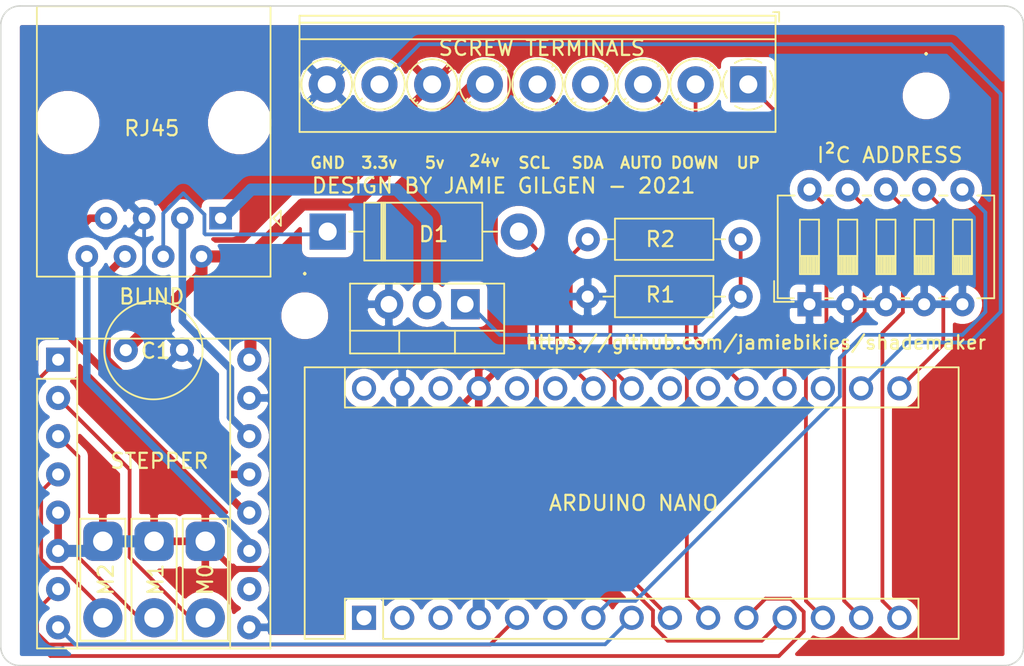
<source format=kicad_pcb>
(kicad_pcb (version 20171130) (host pcbnew "(5.1.9-0-10_14)")

  (general
    (thickness 1.6)
    (drawings 23)
    (tracks 154)
    (zones 0)
    (modules 15)
    (nets 42)
  )

  (page A4)
  (layers
    (0 F.Cu signal)
    (31 B.Cu signal)
    (32 B.Adhes user)
    (33 F.Adhes user)
    (34 B.Paste user)
    (35 F.Paste user)
    (36 B.SilkS user)
    (37 F.SilkS user)
    (38 B.Mask user)
    (39 F.Mask user)
    (40 Dwgs.User user)
    (41 Cmts.User user)
    (42 Eco1.User user hide)
    (43 Eco2.User user)
    (44 Edge.Cuts user)
    (45 Margin user)
    (46 B.CrtYd user)
    (47 F.CrtYd user)
    (48 B.Fab user)
    (49 F.Fab user hide)
  )

  (setup
    (last_trace_width 0.25)
    (user_trace_width 0.4)
    (user_trace_width 0.8)
    (trace_clearance 0.2)
    (zone_clearance 0.508)
    (zone_45_only no)
    (trace_min 0.25)
    (via_size 0.8)
    (via_drill 0.4)
    (via_min_size 0.4)
    (via_min_drill 0.3)
    (uvia_size 0.3)
    (uvia_drill 0.1)
    (uvias_allowed no)
    (uvia_min_size 0.2)
    (uvia_min_drill 0.1)
    (edge_width 0.1)
    (segment_width 0.2)
    (pcb_text_width 0.3)
    (pcb_text_size 1.5 1.5)
    (mod_edge_width 0.15)
    (mod_text_size 1 1)
    (mod_text_width 0.15)
    (pad_size 1.524 1.524)
    (pad_drill 0.762)
    (pad_to_mask_clearance 0)
    (aux_axis_origin 0 0)
    (visible_elements FFFFFF7F)
    (pcbplotparams
      (layerselection 0x010fc_ffffffff)
      (usegerberextensions false)
      (usegerberattributes true)
      (usegerberadvancedattributes true)
      (creategerberjobfile true)
      (excludeedgelayer true)
      (linewidth 0.100000)
      (plotframeref false)
      (viasonmask false)
      (mode 1)
      (useauxorigin false)
      (hpglpennumber 1)
      (hpglpenspeed 20)
      (hpglpendiameter 15.000000)
      (psnegative false)
      (psa4output false)
      (plotreference true)
      (plotvalue true)
      (plotinvisibletext false)
      (padsonsilk false)
      (subtractmaskfromsilk false)
      (outputformat 1)
      (mirror false)
      (drillshape 0)
      (scaleselection 1)
      (outputdirectory ""))
  )

  (net 0 "")
  (net 1 GND)
  (net 2 +5V)
  (net 3 SOLENOID_PWM)
  (net 4 I2C_SCL)
  (net 5 STEPPER_DIR)
  (net 6 I2C_SDA)
  (net 7 STEPPER_STEP)
  (net 8 DOWN)
  (net 9 UP)
  (net 10 STOP_SWITCH)
  (net 11 "STEPPER_2B(browncat5)")
  (net 12 "STEPPER_1B(cat5brownwhite)")
  (net 13 "STEPPER_1A(cat5green)")
  (net 14 "STEPPER_2A(cat5greenwhite)")
  (net 15 SOLENOID+)
  (net 16 AUTO)
  (net 17 STEPPER_EN)
  (net 18 STEPPER_M2)
  (net 19 STEPPER_M1)
  (net 20 STEPPER_M0)
  (net 21 SOLENOID-)
  (net 22 "Net-(Q1-Pad1)")
  (net 23 "Net-(ARDUINO1-Pad30)")
  (net 24 "Net-(ARDUINO1-Pad28)")
  (net 25 "Net-(ARDUINO1-Pad12)")
  (net 26 "Net-(ARDUINO1-Pad26)")
  (net 27 "Net-(ARDUINO1-Pad25)")
  (net 28 "Net-(ARDUINO1-Pad22)")
  (net 29 "Net-(ARDUINO1-Pad6)")
  (net 30 "Net-(ARDUINO1-Pad21)")
  (net 31 "Net-(ARDUINO1-Pad3)")
  (net 32 "Net-(ARDUINO1-Pad18)")
  (net 33 "Net-(ARDUINO1-Pad2)")
  (net 34 "Net-(ARDUINO1-Pad1)")
  (net 35 "Net-(STEPPER1-Pad10)")
  (net 36 3.3v)
  (net 37 I2C_3)
  (net 38 I2C_2)
  (net 39 I2C_1)
  (net 40 I2C_0)
  (net 41 I2C_4)

  (net_class Default "This is the default net class."
    (clearance 0.2)
    (trace_width 0.25)
    (via_dia 0.8)
    (via_drill 0.4)
    (uvia_dia 0.3)
    (uvia_drill 0.1)
    (diff_pair_width 0.3)
    (diff_pair_gap 0.25)
    (add_net +5V)
    (add_net 3.3v)
    (add_net AUTO)
    (add_net DOWN)
    (add_net GND)
    (add_net I2C_0)
    (add_net I2C_1)
    (add_net I2C_2)
    (add_net I2C_3)
    (add_net I2C_4)
    (add_net I2C_SCL)
    (add_net I2C_SDA)
    (add_net "Net-(ARDUINO1-Pad1)")
    (add_net "Net-(ARDUINO1-Pad12)")
    (add_net "Net-(ARDUINO1-Pad18)")
    (add_net "Net-(ARDUINO1-Pad2)")
    (add_net "Net-(ARDUINO1-Pad21)")
    (add_net "Net-(ARDUINO1-Pad22)")
    (add_net "Net-(ARDUINO1-Pad25)")
    (add_net "Net-(ARDUINO1-Pad26)")
    (add_net "Net-(ARDUINO1-Pad28)")
    (add_net "Net-(ARDUINO1-Pad3)")
    (add_net "Net-(ARDUINO1-Pad30)")
    (add_net "Net-(ARDUINO1-Pad6)")
    (add_net "Net-(Q1-Pad1)")
    (add_net "Net-(STEPPER1-Pad10)")
    (add_net SOLENOID_PWM)
    (add_net STEPPER_DIR)
    (add_net STEPPER_EN)
    (add_net STEPPER_M0)
    (add_net STEPPER_M1)
    (add_net STEPPER_M2)
    (add_net STEPPER_STEP)
    (add_net STOP_SWITCH)
    (add_net UP)
  )

  (net_class "Sorta Thicc" ""
    (clearance 0.2)
    (trace_width 0.5)
    (via_dia 0.8)
    (via_drill 0.4)
    (uvia_dia 0.3)
    (uvia_drill 0.1)
    (diff_pair_width 0.3)
    (diff_pair_gap 0.25)
    (add_net "STEPPER_1A(cat5green)")
    (add_net "STEPPER_1B(cat5brownwhite)")
    (add_net "STEPPER_2A(cat5greenwhite)")
    (add_net "STEPPER_2B(browncat5)")
  )

  (net_class Thicc ""
    (clearance 0.2)
    (trace_width 0.8)
    (via_dia 0.8)
    (via_drill 0.4)
    (uvia_dia 0.3)
    (uvia_drill 0.1)
    (diff_pair_width 0.3)
    (diff_pair_gap 0.25)
    (add_net SOLENOID+)
    (add_net SOLENOID-)
  )

  (module TerminalBlock_Phoenix:TerminalBlock_Phoenix_PT-1,5-9-3.5-H_1x09_P3.50mm_Horizontal (layer F.Cu) (tedit 5B294F46) (tstamp 60620BF2)
    (at 172.212 82.677 180)
    (descr "Terminal Block Phoenix PT-1,5-9-3.5-H, 9 pins, pitch 3.5mm, size 31.5x7.6mm^2, drill diamater 1.2mm, pad diameter 2.4mm, see , script-generated using https://github.com/pointhi/kicad-footprint-generator/scripts/TerminalBlock_Phoenix")
    (tags "THT Terminal Block Phoenix PT-1,5-9-3.5-H pitch 3.5mm size 31.5x7.6mm^2 drill 1.2mm pad 2.4mm")
    (path /605EAB2D)
    (fp_text reference SCREW1 (at 13.335 2.286) (layer F.SilkS) hide
      (effects (font (size 1 1) (thickness 0.15)))
    )
    (fp_text value "SCREW TERMINALS" (at 13.716 2.413) (layer F.SilkS)
      (effects (font (size 1 1) (thickness 0.15)))
    )
    (fp_text user %R (at 12.25 3.45) (layer F.Fab)
      (effects (font (size 1 1) (thickness 0.15)))
    )
    (fp_arc (start 0 0) (end -0.866 1.44) (angle -32) (layer F.SilkS) (width 0.12))
    (fp_arc (start 0 0) (end -1.44 -0.866) (angle -63) (layer F.SilkS) (width 0.12))
    (fp_arc (start 0 0) (end 0.866 -1.44) (angle -63) (layer F.SilkS) (width 0.12))
    (fp_arc (start 0 0) (end 1.425 0.891) (angle -64) (layer F.SilkS) (width 0.12))
    (fp_arc (start 0 0) (end 0 1.68) (angle -32) (layer F.SilkS) (width 0.12))
    (fp_circle (center 0 0) (end 1.5 0) (layer F.Fab) (width 0.1))
    (fp_circle (center 3.5 0) (end 5 0) (layer F.Fab) (width 0.1))
    (fp_circle (center 3.5 0) (end 5.18 0) (layer F.SilkS) (width 0.12))
    (fp_circle (center 7 0) (end 8.5 0) (layer F.Fab) (width 0.1))
    (fp_circle (center 7 0) (end 8.68 0) (layer F.SilkS) (width 0.12))
    (fp_circle (center 10.5 0) (end 12 0) (layer F.Fab) (width 0.1))
    (fp_circle (center 10.5 0) (end 12.18 0) (layer F.SilkS) (width 0.12))
    (fp_circle (center 14 0) (end 15.5 0) (layer F.Fab) (width 0.1))
    (fp_circle (center 14 0) (end 15.68 0) (layer F.SilkS) (width 0.12))
    (fp_circle (center 17.5 0) (end 19 0) (layer F.Fab) (width 0.1))
    (fp_circle (center 17.5 0) (end 19.18 0) (layer F.SilkS) (width 0.12))
    (fp_circle (center 21 0) (end 22.5 0) (layer F.Fab) (width 0.1))
    (fp_circle (center 21 0) (end 22.68 0) (layer F.SilkS) (width 0.12))
    (fp_circle (center 24.5 0) (end 26 0) (layer F.Fab) (width 0.1))
    (fp_circle (center 24.5 0) (end 26.18 0) (layer F.SilkS) (width 0.12))
    (fp_circle (center 28 0) (end 29.5 0) (layer F.Fab) (width 0.1))
    (fp_circle (center 28 0) (end 29.68 0) (layer F.SilkS) (width 0.12))
    (fp_line (start -1.75 -3.1) (end 29.75 -3.1) (layer F.Fab) (width 0.1))
    (fp_line (start 29.75 -3.1) (end 29.75 4.5) (layer F.Fab) (width 0.1))
    (fp_line (start 29.75 4.5) (end -1.35 4.5) (layer F.Fab) (width 0.1))
    (fp_line (start -1.35 4.5) (end -1.75 4.1) (layer F.Fab) (width 0.1))
    (fp_line (start -1.75 4.1) (end -1.75 -3.1) (layer F.Fab) (width 0.1))
    (fp_line (start -1.75 4.1) (end 29.75 4.1) (layer F.Fab) (width 0.1))
    (fp_line (start -1.81 4.1) (end 29.81 4.1) (layer F.SilkS) (width 0.12))
    (fp_line (start -1.75 3) (end 29.75 3) (layer F.Fab) (width 0.1))
    (fp_line (start -1.81 3) (end 29.81 3) (layer F.SilkS) (width 0.12))
    (fp_line (start -1.81 -3.16) (end 29.81 -3.16) (layer F.SilkS) (width 0.12))
    (fp_line (start -1.81 4.56) (end 29.81 4.56) (layer F.SilkS) (width 0.12))
    (fp_line (start -1.81 -3.16) (end -1.81 4.56) (layer F.SilkS) (width 0.12))
    (fp_line (start 29.81 -3.16) (end 29.81 4.56) (layer F.SilkS) (width 0.12))
    (fp_line (start 1.138 -0.955) (end -0.955 1.138) (layer F.Fab) (width 0.1))
    (fp_line (start 0.955 -1.138) (end -1.138 0.955) (layer F.Fab) (width 0.1))
    (fp_line (start 4.638 -0.955) (end 2.546 1.138) (layer F.Fab) (width 0.1))
    (fp_line (start 4.455 -1.138) (end 2.363 0.955) (layer F.Fab) (width 0.1))
    (fp_line (start 4.775 -1.069) (end 4.646 -0.941) (layer F.SilkS) (width 0.12))
    (fp_line (start 2.525 1.181) (end 2.431 1.274) (layer F.SilkS) (width 0.12))
    (fp_line (start 4.57 -1.275) (end 4.476 -1.181) (layer F.SilkS) (width 0.12))
    (fp_line (start 2.355 0.941) (end 2.226 1.069) (layer F.SilkS) (width 0.12))
    (fp_line (start 8.138 -0.955) (end 6.046 1.138) (layer F.Fab) (width 0.1))
    (fp_line (start 7.955 -1.138) (end 5.863 0.955) (layer F.Fab) (width 0.1))
    (fp_line (start 8.275 -1.069) (end 8.146 -0.941) (layer F.SilkS) (width 0.12))
    (fp_line (start 6.025 1.181) (end 5.931 1.274) (layer F.SilkS) (width 0.12))
    (fp_line (start 8.07 -1.275) (end 7.976 -1.181) (layer F.SilkS) (width 0.12))
    (fp_line (start 5.855 0.941) (end 5.726 1.069) (layer F.SilkS) (width 0.12))
    (fp_line (start 11.638 -0.955) (end 9.546 1.138) (layer F.Fab) (width 0.1))
    (fp_line (start 11.455 -1.138) (end 9.363 0.955) (layer F.Fab) (width 0.1))
    (fp_line (start 11.775 -1.069) (end 11.646 -0.941) (layer F.SilkS) (width 0.12))
    (fp_line (start 9.525 1.181) (end 9.431 1.274) (layer F.SilkS) (width 0.12))
    (fp_line (start 11.57 -1.275) (end 11.476 -1.181) (layer F.SilkS) (width 0.12))
    (fp_line (start 9.355 0.941) (end 9.226 1.069) (layer F.SilkS) (width 0.12))
    (fp_line (start 15.138 -0.955) (end 13.046 1.138) (layer F.Fab) (width 0.1))
    (fp_line (start 14.955 -1.138) (end 12.863 0.955) (layer F.Fab) (width 0.1))
    (fp_line (start 15.275 -1.069) (end 15.146 -0.941) (layer F.SilkS) (width 0.12))
    (fp_line (start 13.025 1.181) (end 12.931 1.274) (layer F.SilkS) (width 0.12))
    (fp_line (start 15.07 -1.275) (end 14.976 -1.181) (layer F.SilkS) (width 0.12))
    (fp_line (start 12.855 0.941) (end 12.726 1.069) (layer F.SilkS) (width 0.12))
    (fp_line (start 18.638 -0.955) (end 16.546 1.138) (layer F.Fab) (width 0.1))
    (fp_line (start 18.455 -1.138) (end 16.363 0.955) (layer F.Fab) (width 0.1))
    (fp_line (start 18.775 -1.069) (end 18.646 -0.941) (layer F.SilkS) (width 0.12))
    (fp_line (start 16.525 1.181) (end 16.431 1.274) (layer F.SilkS) (width 0.12))
    (fp_line (start 18.57 -1.275) (end 18.476 -1.181) (layer F.SilkS) (width 0.12))
    (fp_line (start 16.355 0.941) (end 16.226 1.069) (layer F.SilkS) (width 0.12))
    (fp_line (start 22.138 -0.955) (end 20.046 1.138) (layer F.Fab) (width 0.1))
    (fp_line (start 21.955 -1.138) (end 19.863 0.955) (layer F.Fab) (width 0.1))
    (fp_line (start 22.275 -1.069) (end 22.146 -0.941) (layer F.SilkS) (width 0.12))
    (fp_line (start 20.025 1.181) (end 19.931 1.274) (layer F.SilkS) (width 0.12))
    (fp_line (start 22.07 -1.275) (end 21.976 -1.181) (layer F.SilkS) (width 0.12))
    (fp_line (start 19.855 0.941) (end 19.726 1.069) (layer F.SilkS) (width 0.12))
    (fp_line (start 25.638 -0.955) (end 23.546 1.138) (layer F.Fab) (width 0.1))
    (fp_line (start 25.455 -1.138) (end 23.363 0.955) (layer F.Fab) (width 0.1))
    (fp_line (start 25.775 -1.069) (end 25.646 -0.941) (layer F.SilkS) (width 0.12))
    (fp_line (start 23.525 1.181) (end 23.431 1.274) (layer F.SilkS) (width 0.12))
    (fp_line (start 25.57 -1.275) (end 25.476 -1.181) (layer F.SilkS) (width 0.12))
    (fp_line (start 23.355 0.941) (end 23.226 1.069) (layer F.SilkS) (width 0.12))
    (fp_line (start 29.138 -0.955) (end 27.046 1.138) (layer F.Fab) (width 0.1))
    (fp_line (start 28.955 -1.138) (end 26.863 0.955) (layer F.Fab) (width 0.1))
    (fp_line (start 29.275 -1.069) (end 29.146 -0.941) (layer F.SilkS) (width 0.12))
    (fp_line (start 27.025 1.181) (end 26.931 1.274) (layer F.SilkS) (width 0.12))
    (fp_line (start 29.07 -1.275) (end 28.976 -1.181) (layer F.SilkS) (width 0.12))
    (fp_line (start 26.855 0.941) (end 26.726 1.069) (layer F.SilkS) (width 0.12))
    (fp_line (start -2.05 4.16) (end -2.05 4.8) (layer F.SilkS) (width 0.12))
    (fp_line (start -2.05 4.8) (end -1.65 4.8) (layer F.SilkS) (width 0.12))
    (fp_line (start -2.25 -3.6) (end -2.25 5) (layer F.CrtYd) (width 0.05))
    (fp_line (start -2.25 5) (end 30.25 5) (layer F.CrtYd) (width 0.05))
    (fp_line (start 30.25 5) (end 30.25 -3.6) (layer F.CrtYd) (width 0.05))
    (fp_line (start 30.25 -3.6) (end -2.25 -3.6) (layer F.CrtYd) (width 0.05))
    (pad 9 thru_hole circle (at 28 0 180) (size 2.4 2.4) (drill 1.2) (layers *.Cu *.Mask)
      (net 1 GND))
    (pad 8 thru_hole circle (at 24.5 0 180) (size 2.4 2.4) (drill 1.2) (layers *.Cu *.Mask)
      (net 36 3.3v))
    (pad 7 thru_hole circle (at 21 0 180) (size 2.4 2.4) (drill 1.2) (layers *.Cu *.Mask)
      (net 2 +5V))
    (pad 6 thru_hole circle (at 17.5 0 180) (size 2.4 2.4) (drill 1.2) (layers *.Cu *.Mask)
      (net 15 SOLENOID+))
    (pad 5 thru_hole circle (at 14 0 180) (size 2.4 2.4) (drill 1.2) (layers *.Cu *.Mask)
      (net 4 I2C_SCL))
    (pad 4 thru_hole circle (at 10.5 0 180) (size 2.4 2.4) (drill 1.2) (layers *.Cu *.Mask)
      (net 6 I2C_SDA))
    (pad 3 thru_hole circle (at 7 0 180) (size 2.4 2.4) (drill 1.2) (layers *.Cu *.Mask)
      (net 16 AUTO))
    (pad 2 thru_hole circle (at 3.5 0 180) (size 2.4 2.4) (drill 1.2) (layers *.Cu *.Mask)
      (net 8 DOWN))
    (pad 1 thru_hole rect (at 0 0 180) (size 2.4 2.4) (drill 1.2) (layers *.Cu *.Mask)
      (net 9 UP))
    (model ${KISYS3DMOD}/TerminalBlock_Phoenix.3dshapes/TerminalBlock_Phoenix_PT-1,5-9-3.5-H_1x09_P3.50mm_Horizontal.wrl
      (at (xyz 0 0 0))
      (scale (xyz 1 1 1))
      (rotate (xyz 0 0 0))
    )
  )

  (module Button_Switch_THT:SW_DIP_SPSTx05_Slide_6.7x14.26mm_W7.62mm_P2.54mm_LowProfile (layer F.Cu) (tedit 5A4E1405) (tstamp 606235B0)
    (at 176.276 97.282 90)
    (descr "5x-dip-switch SPST , Slide, row spacing 7.62 mm (300 mils), body size 6.7x14.26mm (see e.g. https://www.ctscorp.com/wp-content/uploads/209-210.pdf), LowProfile")
    (tags "DIP Switch SPST Slide 7.62mm 300mil LowProfile")
    (path /608593B3)
    (fp_text reference SW1 (at 9.398 3.81 180) (layer F.SilkS) hide
      (effects (font (size 1 1) (thickness 0.15)))
    )
    (fp_text value "I²C ADDRESS" (at 9.906 5.334 180) (layer F.SilkS)
      (effects (font (size 1 1) (thickness 0.15)))
    )
    (fp_line (start 1.46 -2.05) (end 7.16 -2.05) (layer F.Fab) (width 0.1))
    (fp_line (start 7.16 -2.05) (end 7.16 12.21) (layer F.Fab) (width 0.1))
    (fp_line (start 7.16 12.21) (end 0.46 12.21) (layer F.Fab) (width 0.1))
    (fp_line (start 0.46 12.21) (end 0.46 -1.05) (layer F.Fab) (width 0.1))
    (fp_line (start 0.46 -1.05) (end 1.46 -2.05) (layer F.Fab) (width 0.1))
    (fp_line (start 2 -0.635) (end 2 0.635) (layer F.Fab) (width 0.1))
    (fp_line (start 2 0.635) (end 5.62 0.635) (layer F.Fab) (width 0.1))
    (fp_line (start 5.62 0.635) (end 5.62 -0.635) (layer F.Fab) (width 0.1))
    (fp_line (start 5.62 -0.635) (end 2 -0.635) (layer F.Fab) (width 0.1))
    (fp_line (start 2 -0.535) (end 3.206667 -0.535) (layer F.Fab) (width 0.1))
    (fp_line (start 2 -0.435) (end 3.206667 -0.435) (layer F.Fab) (width 0.1))
    (fp_line (start 2 -0.335) (end 3.206667 -0.335) (layer F.Fab) (width 0.1))
    (fp_line (start 2 -0.235) (end 3.206667 -0.235) (layer F.Fab) (width 0.1))
    (fp_line (start 2 -0.135) (end 3.206667 -0.135) (layer F.Fab) (width 0.1))
    (fp_line (start 2 -0.035) (end 3.206667 -0.035) (layer F.Fab) (width 0.1))
    (fp_line (start 2 0.065) (end 3.206667 0.065) (layer F.Fab) (width 0.1))
    (fp_line (start 2 0.165) (end 3.206667 0.165) (layer F.Fab) (width 0.1))
    (fp_line (start 2 0.265) (end 3.206667 0.265) (layer F.Fab) (width 0.1))
    (fp_line (start 2 0.365) (end 3.206667 0.365) (layer F.Fab) (width 0.1))
    (fp_line (start 2 0.465) (end 3.206667 0.465) (layer F.Fab) (width 0.1))
    (fp_line (start 2 0.565) (end 3.206667 0.565) (layer F.Fab) (width 0.1))
    (fp_line (start 3.206667 -0.635) (end 3.206667 0.635) (layer F.Fab) (width 0.1))
    (fp_line (start 2 1.905) (end 2 3.175) (layer F.Fab) (width 0.1))
    (fp_line (start 2 3.175) (end 5.62 3.175) (layer F.Fab) (width 0.1))
    (fp_line (start 5.62 3.175) (end 5.62 1.905) (layer F.Fab) (width 0.1))
    (fp_line (start 5.62 1.905) (end 2 1.905) (layer F.Fab) (width 0.1))
    (fp_line (start 2 2.005) (end 3.206667 2.005) (layer F.Fab) (width 0.1))
    (fp_line (start 2 2.105) (end 3.206667 2.105) (layer F.Fab) (width 0.1))
    (fp_line (start 2 2.205) (end 3.206667 2.205) (layer F.Fab) (width 0.1))
    (fp_line (start 2 2.305) (end 3.206667 2.305) (layer F.Fab) (width 0.1))
    (fp_line (start 2 2.405) (end 3.206667 2.405) (layer F.Fab) (width 0.1))
    (fp_line (start 2 2.505) (end 3.206667 2.505) (layer F.Fab) (width 0.1))
    (fp_line (start 2 2.605) (end 3.206667 2.605) (layer F.Fab) (width 0.1))
    (fp_line (start 2 2.705) (end 3.206667 2.705) (layer F.Fab) (width 0.1))
    (fp_line (start 2 2.805) (end 3.206667 2.805) (layer F.Fab) (width 0.1))
    (fp_line (start 2 2.905) (end 3.206667 2.905) (layer F.Fab) (width 0.1))
    (fp_line (start 2 3.005) (end 3.206667 3.005) (layer F.Fab) (width 0.1))
    (fp_line (start 2 3.105) (end 3.206667 3.105) (layer F.Fab) (width 0.1))
    (fp_line (start 3.206667 1.905) (end 3.206667 3.175) (layer F.Fab) (width 0.1))
    (fp_line (start 2 4.445) (end 2 5.715) (layer F.Fab) (width 0.1))
    (fp_line (start 2 5.715) (end 5.62 5.715) (layer F.Fab) (width 0.1))
    (fp_line (start 5.62 5.715) (end 5.62 4.445) (layer F.Fab) (width 0.1))
    (fp_line (start 5.62 4.445) (end 2 4.445) (layer F.Fab) (width 0.1))
    (fp_line (start 2 4.545) (end 3.206667 4.545) (layer F.Fab) (width 0.1))
    (fp_line (start 2 4.645) (end 3.206667 4.645) (layer F.Fab) (width 0.1))
    (fp_line (start 2 4.745) (end 3.206667 4.745) (layer F.Fab) (width 0.1))
    (fp_line (start 2 4.845) (end 3.206667 4.845) (layer F.Fab) (width 0.1))
    (fp_line (start 2 4.945) (end 3.206667 4.945) (layer F.Fab) (width 0.1))
    (fp_line (start 2 5.045) (end 3.206667 5.045) (layer F.Fab) (width 0.1))
    (fp_line (start 2 5.145) (end 3.206667 5.145) (layer F.Fab) (width 0.1))
    (fp_line (start 2 5.245) (end 3.206667 5.245) (layer F.Fab) (width 0.1))
    (fp_line (start 2 5.345) (end 3.206667 5.345) (layer F.Fab) (width 0.1))
    (fp_line (start 2 5.445) (end 3.206667 5.445) (layer F.Fab) (width 0.1))
    (fp_line (start 2 5.545) (end 3.206667 5.545) (layer F.Fab) (width 0.1))
    (fp_line (start 2 5.645) (end 3.206667 5.645) (layer F.Fab) (width 0.1))
    (fp_line (start 3.206667 4.445) (end 3.206667 5.715) (layer F.Fab) (width 0.1))
    (fp_line (start 2 6.985) (end 2 8.255) (layer F.Fab) (width 0.1))
    (fp_line (start 2 8.255) (end 5.62 8.255) (layer F.Fab) (width 0.1))
    (fp_line (start 5.62 8.255) (end 5.62 6.985) (layer F.Fab) (width 0.1))
    (fp_line (start 5.62 6.985) (end 2 6.985) (layer F.Fab) (width 0.1))
    (fp_line (start 2 7.085) (end 3.206667 7.085) (layer F.Fab) (width 0.1))
    (fp_line (start 2 7.185) (end 3.206667 7.185) (layer F.Fab) (width 0.1))
    (fp_line (start 2 7.285) (end 3.206667 7.285) (layer F.Fab) (width 0.1))
    (fp_line (start 2 7.385) (end 3.206667 7.385) (layer F.Fab) (width 0.1))
    (fp_line (start 2 7.485) (end 3.206667 7.485) (layer F.Fab) (width 0.1))
    (fp_line (start 2 7.585) (end 3.206667 7.585) (layer F.Fab) (width 0.1))
    (fp_line (start 2 7.685) (end 3.206667 7.685) (layer F.Fab) (width 0.1))
    (fp_line (start 2 7.785) (end 3.206667 7.785) (layer F.Fab) (width 0.1))
    (fp_line (start 2 7.885) (end 3.206667 7.885) (layer F.Fab) (width 0.1))
    (fp_line (start 2 7.985) (end 3.206667 7.985) (layer F.Fab) (width 0.1))
    (fp_line (start 2 8.085) (end 3.206667 8.085) (layer F.Fab) (width 0.1))
    (fp_line (start 2 8.185) (end 3.206667 8.185) (layer F.Fab) (width 0.1))
    (fp_line (start 3.206667 6.985) (end 3.206667 8.255) (layer F.Fab) (width 0.1))
    (fp_line (start 2 9.525) (end 2 10.795) (layer F.Fab) (width 0.1))
    (fp_line (start 2 10.795) (end 5.62 10.795) (layer F.Fab) (width 0.1))
    (fp_line (start 5.62 10.795) (end 5.62 9.525) (layer F.Fab) (width 0.1))
    (fp_line (start 5.62 9.525) (end 2 9.525) (layer F.Fab) (width 0.1))
    (fp_line (start 2 9.625) (end 3.206667 9.625) (layer F.Fab) (width 0.1))
    (fp_line (start 2 9.725) (end 3.206667 9.725) (layer F.Fab) (width 0.1))
    (fp_line (start 2 9.825) (end 3.206667 9.825) (layer F.Fab) (width 0.1))
    (fp_line (start 2 9.925) (end 3.206667 9.925) (layer F.Fab) (width 0.1))
    (fp_line (start 2 10.025) (end 3.206667 10.025) (layer F.Fab) (width 0.1))
    (fp_line (start 2 10.125) (end 3.206667 10.125) (layer F.Fab) (width 0.1))
    (fp_line (start 2 10.225) (end 3.206667 10.225) (layer F.Fab) (width 0.1))
    (fp_line (start 2 10.325) (end 3.206667 10.325) (layer F.Fab) (width 0.1))
    (fp_line (start 2 10.425) (end 3.206667 10.425) (layer F.Fab) (width 0.1))
    (fp_line (start 2 10.525) (end 3.206667 10.525) (layer F.Fab) (width 0.1))
    (fp_line (start 2 10.625) (end 3.206667 10.625) (layer F.Fab) (width 0.1))
    (fp_line (start 2 10.725) (end 3.206667 10.725) (layer F.Fab) (width 0.1))
    (fp_line (start 3.206667 9.525) (end 3.206667 10.795) (layer F.Fab) (width 0.1))
    (fp_line (start 0.4 -2.11) (end 7.221 -2.11) (layer F.SilkS) (width 0.12))
    (fp_line (start 0.4 12.271) (end 7.221 12.271) (layer F.SilkS) (width 0.12))
    (fp_line (start 0.4 -2.11) (end 0.4 -1.04) (layer F.SilkS) (width 0.12))
    (fp_line (start 0.4 1.04) (end 0.4 1.551) (layer F.SilkS) (width 0.12))
    (fp_line (start 0.4 3.53) (end 0.4 4.091) (layer F.SilkS) (width 0.12))
    (fp_line (start 0.4 6.07) (end 0.4 6.631) (layer F.SilkS) (width 0.12))
    (fp_line (start 0.4 8.61) (end 0.4 9.17) (layer F.SilkS) (width 0.12))
    (fp_line (start 0.4 11.15) (end 0.4 12.271) (layer F.SilkS) (width 0.12))
    (fp_line (start 7.221 11.15) (end 7.221 12.271) (layer F.SilkS) (width 0.12))
    (fp_line (start 7.221 8.61) (end 7.221 9.17) (layer F.SilkS) (width 0.12))
    (fp_line (start 7.221 6.07) (end 7.221 6.631) (layer F.SilkS) (width 0.12))
    (fp_line (start 7.221 3.53) (end 7.221 4.091) (layer F.SilkS) (width 0.12))
    (fp_line (start 7.221 -2.11) (end 7.221 -0.99) (layer F.SilkS) (width 0.12))
    (fp_line (start 7.221 0.99) (end 7.221 1.551) (layer F.SilkS) (width 0.12))
    (fp_line (start 0.16 -2.35) (end 1.543 -2.35) (layer F.SilkS) (width 0.12))
    (fp_line (start 0.16 -2.35) (end 0.16 -1.04) (layer F.SilkS) (width 0.12))
    (fp_line (start 2 -0.635) (end 2 0.635) (layer F.SilkS) (width 0.12))
    (fp_line (start 2 0.635) (end 5.62 0.635) (layer F.SilkS) (width 0.12))
    (fp_line (start 5.62 0.635) (end 5.62 -0.635) (layer F.SilkS) (width 0.12))
    (fp_line (start 5.62 -0.635) (end 2 -0.635) (layer F.SilkS) (width 0.12))
    (fp_line (start 2 -0.515) (end 3.206667 -0.515) (layer F.SilkS) (width 0.12))
    (fp_line (start 2 -0.395) (end 3.206667 -0.395) (layer F.SilkS) (width 0.12))
    (fp_line (start 2 -0.275) (end 3.206667 -0.275) (layer F.SilkS) (width 0.12))
    (fp_line (start 2 -0.155) (end 3.206667 -0.155) (layer F.SilkS) (width 0.12))
    (fp_line (start 2 -0.035) (end 3.206667 -0.035) (layer F.SilkS) (width 0.12))
    (fp_line (start 2 0.085) (end 3.206667 0.085) (layer F.SilkS) (width 0.12))
    (fp_line (start 2 0.205) (end 3.206667 0.205) (layer F.SilkS) (width 0.12))
    (fp_line (start 2 0.325) (end 3.206667 0.325) (layer F.SilkS) (width 0.12))
    (fp_line (start 2 0.445) (end 3.206667 0.445) (layer F.SilkS) (width 0.12))
    (fp_line (start 2 0.565) (end 3.206667 0.565) (layer F.SilkS) (width 0.12))
    (fp_line (start 3.206667 -0.635) (end 3.206667 0.635) (layer F.SilkS) (width 0.12))
    (fp_line (start 2 1.905) (end 2 3.175) (layer F.SilkS) (width 0.12))
    (fp_line (start 2 3.175) (end 5.62 3.175) (layer F.SilkS) (width 0.12))
    (fp_line (start 5.62 3.175) (end 5.62 1.905) (layer F.SilkS) (width 0.12))
    (fp_line (start 5.62 1.905) (end 2 1.905) (layer F.SilkS) (width 0.12))
    (fp_line (start 2 2.025) (end 3.206667 2.025) (layer F.SilkS) (width 0.12))
    (fp_line (start 2 2.145) (end 3.206667 2.145) (layer F.SilkS) (width 0.12))
    (fp_line (start 2 2.265) (end 3.206667 2.265) (layer F.SilkS) (width 0.12))
    (fp_line (start 2 2.385) (end 3.206667 2.385) (layer F.SilkS) (width 0.12))
    (fp_line (start 2 2.505) (end 3.206667 2.505) (layer F.SilkS) (width 0.12))
    (fp_line (start 2 2.625) (end 3.206667 2.625) (layer F.SilkS) (width 0.12))
    (fp_line (start 2 2.745) (end 3.206667 2.745) (layer F.SilkS) (width 0.12))
    (fp_line (start 2 2.865) (end 3.206667 2.865) (layer F.SilkS) (width 0.12))
    (fp_line (start 2 2.985) (end 3.206667 2.985) (layer F.SilkS) (width 0.12))
    (fp_line (start 2 3.105) (end 3.206667 3.105) (layer F.SilkS) (width 0.12))
    (fp_line (start 3.206667 1.905) (end 3.206667 3.175) (layer F.SilkS) (width 0.12))
    (fp_line (start 2 4.445) (end 2 5.715) (layer F.SilkS) (width 0.12))
    (fp_line (start 2 5.715) (end 5.62 5.715) (layer F.SilkS) (width 0.12))
    (fp_line (start 5.62 5.715) (end 5.62 4.445) (layer F.SilkS) (width 0.12))
    (fp_line (start 5.62 4.445) (end 2 4.445) (layer F.SilkS) (width 0.12))
    (fp_line (start 2 4.565) (end 3.206667 4.565) (layer F.SilkS) (width 0.12))
    (fp_line (start 2 4.685) (end 3.206667 4.685) (layer F.SilkS) (width 0.12))
    (fp_line (start 2 4.805) (end 3.206667 4.805) (layer F.SilkS) (width 0.12))
    (fp_line (start 2 4.925) (end 3.206667 4.925) (layer F.SilkS) (width 0.12))
    (fp_line (start 2 5.045) (end 3.206667 5.045) (layer F.SilkS) (width 0.12))
    (fp_line (start 2 5.165) (end 3.206667 5.165) (layer F.SilkS) (width 0.12))
    (fp_line (start 2 5.285) (end 3.206667 5.285) (layer F.SilkS) (width 0.12))
    (fp_line (start 2 5.405) (end 3.206667 5.405) (layer F.SilkS) (width 0.12))
    (fp_line (start 2 5.525) (end 3.206667 5.525) (layer F.SilkS) (width 0.12))
    (fp_line (start 2 5.645) (end 3.206667 5.645) (layer F.SilkS) (width 0.12))
    (fp_line (start 3.206667 4.445) (end 3.206667 5.715) (layer F.SilkS) (width 0.12))
    (fp_line (start 2 6.985) (end 2 8.255) (layer F.SilkS) (width 0.12))
    (fp_line (start 2 8.255) (end 5.62 8.255) (layer F.SilkS) (width 0.12))
    (fp_line (start 5.62 8.255) (end 5.62 6.985) (layer F.SilkS) (width 0.12))
    (fp_line (start 5.62 6.985) (end 2 6.985) (layer F.SilkS) (width 0.12))
    (fp_line (start 2 7.105) (end 3.206667 7.105) (layer F.SilkS) (width 0.12))
    (fp_line (start 2 7.225) (end 3.206667 7.225) (layer F.SilkS) (width 0.12))
    (fp_line (start 2 7.345) (end 3.206667 7.345) (layer F.SilkS) (width 0.12))
    (fp_line (start 2 7.465) (end 3.206667 7.465) (layer F.SilkS) (width 0.12))
    (fp_line (start 2 7.585) (end 3.206667 7.585) (layer F.SilkS) (width 0.12))
    (fp_line (start 2 7.705) (end 3.206667 7.705) (layer F.SilkS) (width 0.12))
    (fp_line (start 2 7.825) (end 3.206667 7.825) (layer F.SilkS) (width 0.12))
    (fp_line (start 2 7.945) (end 3.206667 7.945) (layer F.SilkS) (width 0.12))
    (fp_line (start 2 8.065) (end 3.206667 8.065) (layer F.SilkS) (width 0.12))
    (fp_line (start 2 8.185) (end 3.206667 8.185) (layer F.SilkS) (width 0.12))
    (fp_line (start 3.206667 6.985) (end 3.206667 8.255) (layer F.SilkS) (width 0.12))
    (fp_line (start 2 9.525) (end 2 10.795) (layer F.SilkS) (width 0.12))
    (fp_line (start 2 10.795) (end 5.62 10.795) (layer F.SilkS) (width 0.12))
    (fp_line (start 5.62 10.795) (end 5.62 9.525) (layer F.SilkS) (width 0.12))
    (fp_line (start 5.62 9.525) (end 2 9.525) (layer F.SilkS) (width 0.12))
    (fp_line (start 2 9.645) (end 3.206667 9.645) (layer F.SilkS) (width 0.12))
    (fp_line (start 2 9.765) (end 3.206667 9.765) (layer F.SilkS) (width 0.12))
    (fp_line (start 2 9.885) (end 3.206667 9.885) (layer F.SilkS) (width 0.12))
    (fp_line (start 2 10.005) (end 3.206667 10.005) (layer F.SilkS) (width 0.12))
    (fp_line (start 2 10.125) (end 3.206667 10.125) (layer F.SilkS) (width 0.12))
    (fp_line (start 2 10.245) (end 3.206667 10.245) (layer F.SilkS) (width 0.12))
    (fp_line (start 2 10.365) (end 3.206667 10.365) (layer F.SilkS) (width 0.12))
    (fp_line (start 2 10.485) (end 3.206667 10.485) (layer F.SilkS) (width 0.12))
    (fp_line (start 2 10.605) (end 3.206667 10.605) (layer F.SilkS) (width 0.12))
    (fp_line (start 2 10.725) (end 3.206667 10.725) (layer F.SilkS) (width 0.12))
    (fp_line (start 3.206667 9.525) (end 3.206667 10.795) (layer F.SilkS) (width 0.12))
    (fp_line (start -1.1 -2.4) (end -1.1 12.55) (layer F.CrtYd) (width 0.05))
    (fp_line (start -1.1 12.55) (end 8.7 12.55) (layer F.CrtYd) (width 0.05))
    (fp_line (start 8.7 12.55) (end 8.7 -2.4) (layer F.CrtYd) (width 0.05))
    (fp_line (start 8.7 -2.4) (end -1.1 -2.4) (layer F.CrtYd) (width 0.05))
    (fp_text user on (at 4.485 -1.3425 90) (layer F.Fab)
      (effects (font (size 0.8 0.8) (thickness 0.12)))
    )
    (fp_text user %R (at 6.39 3.81) (layer F.Fab)
      (effects (font (size 0.8 0.8) (thickness 0.12)))
    )
    (pad 10 thru_hole oval (at 7.62 0 90) (size 1.6 1.6) (drill 0.8) (layers *.Cu *.Mask)
      (net 40 I2C_0))
    (pad 5 thru_hole oval (at 0 10.16 90) (size 1.6 1.6) (drill 0.8) (layers *.Cu *.Mask)
      (net 1 GND))
    (pad 9 thru_hole oval (at 7.62 2.54 90) (size 1.6 1.6) (drill 0.8) (layers *.Cu *.Mask)
      (net 39 I2C_1))
    (pad 4 thru_hole oval (at 0 7.62 90) (size 1.6 1.6) (drill 0.8) (layers *.Cu *.Mask)
      (net 1 GND))
    (pad 8 thru_hole oval (at 7.62 5.08 90) (size 1.6 1.6) (drill 0.8) (layers *.Cu *.Mask)
      (net 38 I2C_2))
    (pad 3 thru_hole oval (at 0 5.08 90) (size 1.6 1.6) (drill 0.8) (layers *.Cu *.Mask)
      (net 1 GND))
    (pad 7 thru_hole oval (at 7.62 7.62 90) (size 1.6 1.6) (drill 0.8) (layers *.Cu *.Mask)
      (net 37 I2C_3))
    (pad 2 thru_hole oval (at 0 2.54 90) (size 1.6 1.6) (drill 0.8) (layers *.Cu *.Mask)
      (net 1 GND))
    (pad 6 thru_hole oval (at 7.62 10.16 90) (size 1.6 1.6) (drill 0.8) (layers *.Cu *.Mask)
      (net 41 I2C_4))
    (pad 1 thru_hole rect (at 0 0 90) (size 1.6 1.6) (drill 0.8) (layers *.Cu *.Mask)
      (net 1 GND))
    (model ${KISYS3DMOD}/Button_Switch_THT.3dshapes/SW_DIP_SPSTx05_Slide_6.7x14.26mm_W7.62mm_P2.54mm_LowProfile.wrl
      (at (xyz 0 0 0))
      (scale (xyz 1 1 1))
      (rotate (xyz 0 0 90))
    )
  )

  (module Resistor_THT:R_Axial_DIN0207_L6.3mm_D2.5mm_P10.16mm_Horizontal (layer F.Cu) (tedit 5AE5139B) (tstamp 6061A75C)
    (at 171.704 96.774 180)
    (descr "Resistor, Axial_DIN0207 series, Axial, Horizontal, pin pitch=10.16mm, 0.25W = 1/4W, length*diameter=6.3*2.5mm^2, http://cdn-reichelt.de/documents/datenblatt/B400/1_4W%23YAG.pdf")
    (tags "Resistor Axial_DIN0207 series Axial Horizontal pin pitch 10.16mm 0.25W = 1/4W length 6.3mm diameter 2.5mm")
    (path /605DD9CD)
    (fp_text reference R1 (at 5.334 0.127) (layer F.SilkS)
      (effects (font (size 1 1) (thickness 0.15)))
    )
    (fp_text value 10k (at 5.08 2.37) (layer F.Fab)
      (effects (font (size 1 1) (thickness 0.15)))
    )
    (fp_line (start 11.21 -1.5) (end -1.05 -1.5) (layer F.CrtYd) (width 0.05))
    (fp_line (start 11.21 1.5) (end 11.21 -1.5) (layer F.CrtYd) (width 0.05))
    (fp_line (start -1.05 1.5) (end 11.21 1.5) (layer F.CrtYd) (width 0.05))
    (fp_line (start -1.05 -1.5) (end -1.05 1.5) (layer F.CrtYd) (width 0.05))
    (fp_line (start 9.12 0) (end 8.35 0) (layer F.SilkS) (width 0.12))
    (fp_line (start 1.04 0) (end 1.81 0) (layer F.SilkS) (width 0.12))
    (fp_line (start 8.35 -1.37) (end 1.81 -1.37) (layer F.SilkS) (width 0.12))
    (fp_line (start 8.35 1.37) (end 8.35 -1.37) (layer F.SilkS) (width 0.12))
    (fp_line (start 1.81 1.37) (end 8.35 1.37) (layer F.SilkS) (width 0.12))
    (fp_line (start 1.81 -1.37) (end 1.81 1.37) (layer F.SilkS) (width 0.12))
    (fp_line (start 10.16 0) (end 8.23 0) (layer F.Fab) (width 0.1))
    (fp_line (start 0 0) (end 1.93 0) (layer F.Fab) (width 0.1))
    (fp_line (start 8.23 -1.25) (end 1.93 -1.25) (layer F.Fab) (width 0.1))
    (fp_line (start 8.23 1.25) (end 8.23 -1.25) (layer F.Fab) (width 0.1))
    (fp_line (start 1.93 1.25) (end 8.23 1.25) (layer F.Fab) (width 0.1))
    (fp_line (start 1.93 -1.25) (end 1.93 1.25) (layer F.Fab) (width 0.1))
    (fp_text user %R (at 5.08 0) (layer F.Fab)
      (effects (font (size 1 1) (thickness 0.15)))
    )
    (pad 2 thru_hole oval (at 10.16 0 180) (size 1.6 1.6) (drill 0.8) (layers *.Cu *.Mask)
      (net 1 GND))
    (pad 1 thru_hole circle (at 0 0 180) (size 1.6 1.6) (drill 0.8) (layers *.Cu *.Mask)
      (net 22 "Net-(Q1-Pad1)"))
    (model ${KISYS3DMOD}/Resistor_THT.3dshapes/R_Axial_DIN0207_L6.3mm_D2.5mm_P10.16mm_Horizontal.wrl
      (at (xyz 0 0 0))
      (scale (xyz 1 1 1))
      (rotate (xyz 0 0 0))
    )
  )

  (module Module:Arduino_Nano (layer F.Cu) (tedit 58ACAF70) (tstamp 605EEDFB)
    (at 146.685 118.11 90)
    (descr "Arduino Nano, http://www.mouser.com/pdfdocs/Gravitech_Arduino_Nano3_0.pdf")
    (tags "Arduino Nano")
    (path /605D4576)
    (fp_text reference ARDUINO1 (at 7.62 17.145 180) (layer F.SilkS) hide
      (effects (font (size 1 1) (thickness 0.15)))
    )
    (fp_text value "ARDUINO NANO" (at 7.62 17.907) (layer F.SilkS)
      (effects (font (size 1 1) (thickness 0.15)))
    )
    (fp_line (start 16.75 42.16) (end -1.53 42.16) (layer F.CrtYd) (width 0.05))
    (fp_line (start 16.75 42.16) (end 16.75 -4.06) (layer F.CrtYd) (width 0.05))
    (fp_line (start -1.53 -4.06) (end -1.53 42.16) (layer F.CrtYd) (width 0.05))
    (fp_line (start -1.53 -4.06) (end 16.75 -4.06) (layer F.CrtYd) (width 0.05))
    (fp_line (start 16.51 -3.81) (end 16.51 39.37) (layer F.Fab) (width 0.1))
    (fp_line (start 0 -3.81) (end 16.51 -3.81) (layer F.Fab) (width 0.1))
    (fp_line (start -1.27 -2.54) (end 0 -3.81) (layer F.Fab) (width 0.1))
    (fp_line (start -1.27 39.37) (end -1.27 -2.54) (layer F.Fab) (width 0.1))
    (fp_line (start 16.51 39.37) (end -1.27 39.37) (layer F.Fab) (width 0.1))
    (fp_line (start 16.64 -3.94) (end -1.4 -3.94) (layer F.SilkS) (width 0.12))
    (fp_line (start 16.64 39.5) (end 16.64 -3.94) (layer F.SilkS) (width 0.12))
    (fp_line (start -1.4 39.5) (end 16.64 39.5) (layer F.SilkS) (width 0.12))
    (fp_line (start 3.81 41.91) (end 3.81 31.75) (layer F.Fab) (width 0.1))
    (fp_line (start 11.43 41.91) (end 3.81 41.91) (layer F.Fab) (width 0.1))
    (fp_line (start 11.43 31.75) (end 11.43 41.91) (layer F.Fab) (width 0.1))
    (fp_line (start 3.81 31.75) (end 11.43 31.75) (layer F.Fab) (width 0.1))
    (fp_line (start 1.27 36.83) (end -1.4 36.83) (layer F.SilkS) (width 0.12))
    (fp_line (start 1.27 1.27) (end 1.27 36.83) (layer F.SilkS) (width 0.12))
    (fp_line (start 1.27 1.27) (end -1.4 1.27) (layer F.SilkS) (width 0.12))
    (fp_line (start 13.97 36.83) (end 16.64 36.83) (layer F.SilkS) (width 0.12))
    (fp_line (start 13.97 -1.27) (end 13.97 36.83) (layer F.SilkS) (width 0.12))
    (fp_line (start 13.97 -1.27) (end 16.64 -1.27) (layer F.SilkS) (width 0.12))
    (fp_line (start -1.4 -3.94) (end -1.4 -1.27) (layer F.SilkS) (width 0.12))
    (fp_line (start -1.4 1.27) (end -1.4 39.5) (layer F.SilkS) (width 0.12))
    (fp_line (start 1.27 -1.27) (end -1.4 -1.27) (layer F.SilkS) (width 0.12))
    (fp_line (start 1.27 1.27) (end 1.27 -1.27) (layer F.SilkS) (width 0.12))
    (fp_text user %R (at 6.35 19.05) (layer F.Fab)
      (effects (font (size 1 1) (thickness 0.15)))
    )
    (pad 16 thru_hole oval (at 15.24 35.56 90) (size 1.6 1.6) (drill 1) (layers *.Cu *.Mask)
      (net 37 I2C_3))
    (pad 15 thru_hole oval (at 0 35.56 90) (size 1.6 1.6) (drill 1) (layers *.Cu *.Mask)
      (net 38 I2C_2))
    (pad 30 thru_hole oval (at 15.24 0 90) (size 1.6 1.6) (drill 1) (layers *.Cu *.Mask)
      (net 23 "Net-(ARDUINO1-Pad30)"))
    (pad 14 thru_hole oval (at 0 33.02 90) (size 1.6 1.6) (drill 1) (layers *.Cu *.Mask)
      (net 39 I2C_1))
    (pad 29 thru_hole oval (at 15.24 2.54 90) (size 1.6 1.6) (drill 1) (layers *.Cu *.Mask)
      (net 1 GND))
    (pad 13 thru_hole oval (at 0 30.48 90) (size 1.6 1.6) (drill 1) (layers *.Cu *.Mask)
      (net 40 I2C_0))
    (pad 28 thru_hole oval (at 15.24 5.08 90) (size 1.6 1.6) (drill 1) (layers *.Cu *.Mask)
      (net 24 "Net-(ARDUINO1-Pad28)"))
    (pad 12 thru_hole oval (at 0 27.94 90) (size 1.6 1.6) (drill 1) (layers *.Cu *.Mask)
      (net 25 "Net-(ARDUINO1-Pad12)"))
    (pad 27 thru_hole oval (at 15.24 7.62 90) (size 1.6 1.6) (drill 1) (layers *.Cu *.Mask)
      (net 2 +5V))
    (pad 11 thru_hole oval (at 0 25.4 90) (size 1.6 1.6) (drill 1) (layers *.Cu *.Mask)
      (net 17 STEPPER_EN))
    (pad 26 thru_hole oval (at 15.24 10.16 90) (size 1.6 1.6) (drill 1) (layers *.Cu *.Mask)
      (net 26 "Net-(ARDUINO1-Pad26)"))
    (pad 10 thru_hole oval (at 0 22.86 90) (size 1.6 1.6) (drill 1) (layers *.Cu *.Mask)
      (net 16 AUTO))
    (pad 25 thru_hole oval (at 15.24 12.7 90) (size 1.6 1.6) (drill 1) (layers *.Cu *.Mask)
      (net 27 "Net-(ARDUINO1-Pad25)"))
    (pad 9 thru_hole oval (at 0 20.32 90) (size 1.6 1.6) (drill 1) (layers *.Cu *.Mask)
      (net 3 SOLENOID_PWM))
    (pad 24 thru_hole oval (at 15.24 15.24 90) (size 1.6 1.6) (drill 1) (layers *.Cu *.Mask)
      (net 4 I2C_SCL))
    (pad 8 thru_hole oval (at 0 17.78 90) (size 1.6 1.6) (drill 1) (layers *.Cu *.Mask)
      (net 5 STEPPER_DIR))
    (pad 23 thru_hole oval (at 15.24 17.78 90) (size 1.6 1.6) (drill 1) (layers *.Cu *.Mask)
      (net 6 I2C_SDA))
    (pad 7 thru_hole oval (at 0 15.24 90) (size 1.6 1.6) (drill 1) (layers *.Cu *.Mask)
      (net 41 I2C_4))
    (pad 22 thru_hole oval (at 15.24 20.32 90) (size 1.6 1.6) (drill 1) (layers *.Cu *.Mask)
      (net 28 "Net-(ARDUINO1-Pad22)"))
    (pad 6 thru_hole oval (at 0 12.7 90) (size 1.6 1.6) (drill 1) (layers *.Cu *.Mask)
      (net 29 "Net-(ARDUINO1-Pad6)"))
    (pad 21 thru_hole oval (at 15.24 22.86 90) (size 1.6 1.6) (drill 1) (layers *.Cu *.Mask)
      (net 30 "Net-(ARDUINO1-Pad21)"))
    (pad 5 thru_hole oval (at 0 10.16 90) (size 1.6 1.6) (drill 1) (layers *.Cu *.Mask)
      (net 7 STEPPER_STEP))
    (pad 20 thru_hole oval (at 15.24 25.4 90) (size 1.6 1.6) (drill 1) (layers *.Cu *.Mask)
      (net 8 DOWN))
    (pad 4 thru_hole oval (at 0 7.62 90) (size 1.6 1.6) (drill 1) (layers *.Cu *.Mask)
      (net 1 GND))
    (pad 19 thru_hole oval (at 15.24 27.94 90) (size 1.6 1.6) (drill 1) (layers *.Cu *.Mask)
      (net 9 UP))
    (pad 3 thru_hole oval (at 0 5.08 90) (size 1.6 1.6) (drill 1) (layers *.Cu *.Mask)
      (net 31 "Net-(ARDUINO1-Pad3)"))
    (pad 18 thru_hole oval (at 15.24 30.48 90) (size 1.6 1.6) (drill 1) (layers *.Cu *.Mask)
      (net 32 "Net-(ARDUINO1-Pad18)"))
    (pad 2 thru_hole oval (at 0 2.54 90) (size 1.6 1.6) (drill 1) (layers *.Cu *.Mask)
      (net 33 "Net-(ARDUINO1-Pad2)"))
    (pad 17 thru_hole oval (at 15.24 33.02 90) (size 1.6 1.6) (drill 1) (layers *.Cu *.Mask)
      (net 36 3.3v))
    (pad 1 thru_hole rect (at 0 0 90) (size 1.6 1.6) (drill 1) (layers *.Cu *.Mask)
      (net 34 "Net-(ARDUINO1-Pad1)"))
    (model ${KISYS3DMOD}/Module.3dshapes/Arduino_Nano_WithMountingHoles.wrl
      (at (xyz 0 0 0))
      (scale (xyz 1 1 1))
      (rotate (xyz 0 0 0))
    )
  )

  (module Module:Pololu_Breakout-16_15.2x20.3mm (layer F.Cu) (tedit 58AB602C) (tstamp 606130A4)
    (at 126.365 100.965)
    (descr "Pololu Breakout 16-pin 15.2x20.3mm 0.6x0.8\\")
    (tags "Pololu Breakout")
    (path /60663D18)
    (fp_text reference STEPPER1 (at 6.223 6.2738 180) (layer F.SilkS) hide
      (effects (font (size 1 1) (thickness 0.15)))
    )
    (fp_text value STEPPER (at 6.731 6.731) (layer F.SilkS)
      (effects (font (size 1 1) (thickness 0.15)))
    )
    (fp_line (start 14.21 19.3) (end -1.53 19.3) (layer F.CrtYd) (width 0.05))
    (fp_line (start 14.21 19.3) (end 14.21 -1.52) (layer F.CrtYd) (width 0.05))
    (fp_line (start -1.53 -1.52) (end -1.53 19.3) (layer F.CrtYd) (width 0.05))
    (fp_line (start -1.53 -1.52) (end 14.21 -1.52) (layer F.CrtYd) (width 0.05))
    (fp_line (start -1.27 19.05) (end -1.27 0) (layer F.Fab) (width 0.1))
    (fp_line (start 13.97 19.05) (end -1.27 19.05) (layer F.Fab) (width 0.1))
    (fp_line (start 13.97 -1.27) (end 13.97 19.05) (layer F.Fab) (width 0.1))
    (fp_line (start 0 -1.27) (end 13.97 -1.27) (layer F.Fab) (width 0.1))
    (fp_line (start -1.27 0) (end 0 -1.27) (layer F.Fab) (width 0.1))
    (fp_line (start 14.1 -1.4) (end 1.27 -1.4) (layer F.SilkS) (width 0.12))
    (fp_line (start 14.1 19.18) (end 14.1 -1.4) (layer F.SilkS) (width 0.12))
    (fp_line (start -1.4 19.18) (end 14.1 19.18) (layer F.SilkS) (width 0.12))
    (fp_line (start -1.4 1.27) (end -1.4 19.18) (layer F.SilkS) (width 0.12))
    (fp_line (start 1.27 1.27) (end -1.4 1.27) (layer F.SilkS) (width 0.12))
    (fp_line (start 1.27 -1.4) (end 1.27 1.27) (layer F.SilkS) (width 0.12))
    (fp_line (start -1.4 -1.4) (end -1.4 0) (layer F.SilkS) (width 0.12))
    (fp_line (start 0 -1.4) (end -1.4 -1.4) (layer F.SilkS) (width 0.12))
    (fp_line (start 1.27 1.27) (end 1.27 19.18) (layer F.SilkS) (width 0.12))
    (fp_line (start 11.43 -1.4) (end 11.43 19.18) (layer F.SilkS) (width 0.12))
    (fp_text user %R (at 6.35 0) (layer F.Fab)
      (effects (font (size 1 1) (thickness 0.15)))
    )
    (pad 16 thru_hole oval (at 12.7 0) (size 1.6 1.6) (drill 0.8) (layers *.Cu *.Mask)
      (net 15 SOLENOID+))
    (pad 8 thru_hole oval (at 0 17.78) (size 1.6 1.6) (drill 0.8) (layers *.Cu *.Mask)
      (net 5 STEPPER_DIR))
    (pad 15 thru_hole oval (at 12.7 2.54) (size 1.6 1.6) (drill 0.8) (layers *.Cu *.Mask)
      (net 1 GND))
    (pad 7 thru_hole oval (at 0 15.24) (size 1.6 1.6) (drill 0.8) (layers *.Cu *.Mask)
      (net 7 STEPPER_STEP))
    (pad 14 thru_hole oval (at 12.7 5.08) (size 1.6 1.6) (drill 0.8) (layers *.Cu *.Mask)
      (net 14 "STEPPER_2A(cat5greenwhite)"))
    (pad 6 thru_hole oval (at 0 12.7) (size 1.6 1.6) (drill 0.8) (layers *.Cu *.Mask)
      (net 2 +5V))
    (pad 13 thru_hole oval (at 12.7 7.62) (size 1.6 1.6) (drill 0.8) (layers *.Cu *.Mask)
      (net 13 "STEPPER_1A(cat5green)"))
    (pad 5 thru_hole oval (at 0 10.16) (size 1.6 1.6) (drill 0.8) (layers *.Cu *.Mask)
      (net 2 +5V))
    (pad 12 thru_hole oval (at 12.7 10.16) (size 1.6 1.6) (drill 0.8) (layers *.Cu *.Mask)
      (net 12 "STEPPER_1B(cat5brownwhite)"))
    (pad 4 thru_hole oval (at 0 7.62) (size 1.6 1.6) (drill 0.8) (layers *.Cu *.Mask)
      (net 18 STEPPER_M2))
    (pad 11 thru_hole oval (at 12.7 12.7) (size 1.6 1.6) (drill 0.8) (layers *.Cu *.Mask)
      (net 11 "STEPPER_2B(browncat5)"))
    (pad 3 thru_hole oval (at 0 5.08) (size 1.6 1.6) (drill 0.8) (layers *.Cu *.Mask)
      (net 19 STEPPER_M1))
    (pad 10 thru_hole oval (at 12.7 15.24) (size 1.6 1.6) (drill 0.8) (layers *.Cu *.Mask)
      (net 35 "Net-(STEPPER1-Pad10)"))
    (pad 2 thru_hole oval (at 0 2.54) (size 1.6 1.6) (drill 0.8) (layers *.Cu *.Mask)
      (net 20 STEPPER_M0))
    (pad 9 thru_hole oval (at 12.7 17.78) (size 1.6 1.6) (drill 0.8) (layers *.Cu *.Mask)
      (net 1 GND))
    (pad 1 thru_hole rect (at 0 0) (size 1.6 1.6) (drill 0.8) (layers *.Cu *.Mask)
      (net 17 STEPPER_EN))
    (model ${KISYS3DMOD}/Module.3dshapes/Pololu_Breakout-16_15.2x20.3mm.wrl
      (at (xyz 0 0 0))
      (scale (xyz 1 1 1))
      (rotate (xyz 0 0 0))
    )
  )

  (module Resistor_THT:R_Axial_DIN0207_L6.3mm_D2.5mm_P10.16mm_Horizontal (layer F.Cu) (tedit 5AE5139B) (tstamp 6061AFA5)
    (at 161.544 92.964)
    (descr "Resistor, Axial_DIN0207 series, Axial, Horizontal, pin pitch=10.16mm, 0.25W = 1/4W, length*diameter=6.3*2.5mm^2, http://cdn-reichelt.de/documents/datenblatt/B400/1_4W%23YAG.pdf")
    (tags "Resistor Axial_DIN0207 series Axial Horizontal pin pitch 10.16mm 0.25W = 1/4W length 6.3mm diameter 2.5mm")
    (path /607F55C1)
    (fp_text reference R2 (at 4.826 0) (layer F.SilkS)
      (effects (font (size 1 1) (thickness 0.15)))
    )
    (fp_text value 2.2k (at 5.08 2.37) (layer F.Fab)
      (effects (font (size 1 1) (thickness 0.15)))
    )
    (fp_line (start 1.93 -1.25) (end 1.93 1.25) (layer F.Fab) (width 0.1))
    (fp_line (start 1.93 1.25) (end 8.23 1.25) (layer F.Fab) (width 0.1))
    (fp_line (start 8.23 1.25) (end 8.23 -1.25) (layer F.Fab) (width 0.1))
    (fp_line (start 8.23 -1.25) (end 1.93 -1.25) (layer F.Fab) (width 0.1))
    (fp_line (start 0 0) (end 1.93 0) (layer F.Fab) (width 0.1))
    (fp_line (start 10.16 0) (end 8.23 0) (layer F.Fab) (width 0.1))
    (fp_line (start 1.81 -1.37) (end 1.81 1.37) (layer F.SilkS) (width 0.12))
    (fp_line (start 1.81 1.37) (end 8.35 1.37) (layer F.SilkS) (width 0.12))
    (fp_line (start 8.35 1.37) (end 8.35 -1.37) (layer F.SilkS) (width 0.12))
    (fp_line (start 8.35 -1.37) (end 1.81 -1.37) (layer F.SilkS) (width 0.12))
    (fp_line (start 1.04 0) (end 1.81 0) (layer F.SilkS) (width 0.12))
    (fp_line (start 9.12 0) (end 8.35 0) (layer F.SilkS) (width 0.12))
    (fp_line (start -1.05 -1.5) (end -1.05 1.5) (layer F.CrtYd) (width 0.05))
    (fp_line (start -1.05 1.5) (end 11.21 1.5) (layer F.CrtYd) (width 0.05))
    (fp_line (start 11.21 1.5) (end 11.21 -1.5) (layer F.CrtYd) (width 0.05))
    (fp_line (start 11.21 -1.5) (end -1.05 -1.5) (layer F.CrtYd) (width 0.05))
    (fp_text user %R (at 5.08 0) (layer F.Fab)
      (effects (font (size 1 1) (thickness 0.15)))
    )
    (pad 2 thru_hole oval (at 10.16 0) (size 1.6 1.6) (drill 0.8) (layers *.Cu *.Mask)
      (net 22 "Net-(Q1-Pad1)"))
    (pad 1 thru_hole circle (at 0 0) (size 1.6 1.6) (drill 0.8) (layers *.Cu *.Mask)
      (net 3 SOLENOID_PWM))
    (model ${KISYS3DMOD}/Resistor_THT.3dshapes/R_Axial_DIN0207_L6.3mm_D2.5mm_P10.16mm_Horizontal.wrl
      (at (xyz 0 0 0))
      (scale (xyz 1 1 1))
      (rotate (xyz 0 0 0))
    )
  )

  (module Connector_RJ:RJ45_Amphenol_54602-x08_Horizontal (layer F.Cu) (tedit 5B103613) (tstamp 606188A5)
    (at 137.16 91.567 180)
    (descr "8 Pol Shallow Latch Connector, Modjack, RJ45 (https://cdn.amphenol-icc.com/media/wysiwyg/files/drawing/c-bmj-0102.pdf)")
    (tags RJ45)
    (path /605DEC4D)
    (fp_text reference RJ45 (at 4.572 5.969 180) (layer F.SilkS)
      (effects (font (size 1 1) (thickness 0.15)))
    )
    (fp_text value BLIND (at 4.572 -5.207) (layer F.SilkS)
      (effects (font (size 1 1) (thickness 0.15)))
    )
    (fp_line (start 12.6 14.47) (end -3.71 14.47) (layer F.CrtYd) (width 0.05))
    (fp_line (start 12.6 14.47) (end 12.6 -4.27) (layer F.CrtYd) (width 0.05))
    (fp_line (start -3.71 -4.27) (end -3.71 14.47) (layer F.CrtYd) (width 0.05))
    (fp_line (start -3.71 -4.27) (end 12.6 -4.27) (layer F.CrtYd) (width 0.05))
    (fp_line (start -3.315 -3.88) (end -3.315 14.08) (layer F.SilkS) (width 0.12))
    (fp_line (start 12.205 -3.88) (end -3.315 -3.88) (layer F.SilkS) (width 0.12))
    (fp_line (start 12.205 -3.88) (end 12.205 14.08) (layer F.SilkS) (width 0.12))
    (fp_line (start -3.315 14.08) (end 12.205 14.08) (layer F.SilkS) (width 0.12))
    (fp_line (start -3.205 -2.77) (end -2.205 -3.77) (layer F.Fab) (width 0.12))
    (fp_line (start -2.205 -3.77) (end 12.095 -3.77) (layer F.Fab) (width 0.12))
    (fp_line (start 12.095 -3.77) (end 12.095 13.97) (layer F.Fab) (width 0.12))
    (fp_line (start 12.095 13.97) (end -3.205 13.97) (layer F.Fab) (width 0.12))
    (fp_line (start -3.205 13.97) (end -3.205 -2.77) (layer F.Fab) (width 0.12))
    (fp_line (start -3.5 0) (end -4 -0.5) (layer F.SilkS) (width 0.12))
    (fp_line (start -4 -0.5) (end -4 0.5) (layer F.SilkS) (width 0.12))
    (fp_line (start -4 0.5) (end -3.5 0) (layer F.SilkS) (width 0.12))
    (fp_text user %R (at 4.445 2) (layer F.Fab)
      (effects (font (size 1 1) (thickness 0.15)))
    )
    (pad 8 thru_hole circle (at 8.89 -2.54 180) (size 1.5 1.5) (drill 0.76) (layers *.Cu *.Mask)
      (net 11 "STEPPER_2B(browncat5)"))
    (pad 7 thru_hole circle (at 7.62 0 180) (size 1.5 1.5) (drill 0.76) (layers *.Cu *.Mask)
      (net 12 "STEPPER_1B(cat5brownwhite)"))
    (pad 6 thru_hole circle (at 6.35 -2.54 180) (size 1.5 1.5) (drill 0.76) (layers *.Cu *.Mask)
      (net 13 "STEPPER_1A(cat5green)"))
    (pad 5 thru_hole circle (at 5.08 0 180) (size 1.5 1.5) (drill 0.76) (layers *.Cu *.Mask)
      (net 1 GND))
    (pad 4 thru_hole circle (at 3.81 -2.54 180) (size 1.5 1.5) (drill 0.76) (layers *.Cu *.Mask)
      (net 10 STOP_SWITCH))
    (pad 3 thru_hole circle (at 2.54 0 180) (size 1.5 1.5) (drill 0.76) (layers *.Cu *.Mask)
      (net 14 "STEPPER_2A(cat5greenwhite)"))
    (pad 2 thru_hole circle (at 1.27 -2.54 180) (size 1.5 1.5) (drill 0.76) (layers *.Cu *.Mask)
      (net 15 SOLENOID+))
    (pad 1 thru_hole rect (at 0 0 180) (size 1.5 1.5) (drill 0.76) (layers *.Cu *.Mask)
      (net 21 SOLENOID-))
    (pad "" np_thru_hole circle (at -1.27 6.35 180) (size 3.2 3.2) (drill 3.2) (layers *.Cu *.Mask))
    (pad "" np_thru_hole circle (at 10.16 6.35 180) (size 3.2 3.2) (drill 3.2) (layers *.Cu *.Mask))
    (model ${KISYS3DMOD}/Connector_RJ.3dshapes/RJ45_Amphenol_54602-x08_Horizontal.wrl
      (at (xyz 0 0 0))
      (scale (xyz 1 1 1))
      (rotate (xyz 0 0 0))
    )
  )

  (module Capacitor_THT:C_Radial_D6.3mm_H7.0mm_P2.50mm (layer F.Cu) (tedit 605E0C0F) (tstamp 605EEE05)
    (at 131.445 100.33)
    (descr "C, Radial series, Radial, pin pitch=2.50mm, diameter=6.3mm, height=7mm, Non-Polar Electrolytic Capacitor")
    (tags "C Radial series Radial pin pitch 2.50mm diameter 6.3mm height 7mm Non-Polar Electrolytic Capacitor")
    (path /605DC11D)
    (fp_text reference C1 (at 1.397 0.0508) (layer F.SilkS)
      (effects (font (size 1 1) (thickness 0.15)))
    )
    (fp_text value 100uf (at 1.25 4.4) (layer F.Fab)
      (effects (font (size 1 1) (thickness 0.15)))
    )
    (fp_circle (center 1.25 0) (end 4.65 0) (layer F.CrtYd) (width 0.05))
    (fp_circle (center 1.25 0) (end 4.52 0) (layer F.SilkS) (width 0.12))
    (fp_circle (center 1.25 0) (end 4.4 0) (layer F.Fab) (width 0.1))
    (fp_text user %R (at 1.25 0) (layer F.Fab)
      (effects (font (size 1 1) (thickness 0.15)))
    )
    (pad 2 thru_hole circle (at 3.1496 -0.0254) (size 1.6 1.6) (drill 0.8) (layers *.Cu *.Mask)
      (net 1 GND))
    (pad 1 thru_hole circle (at -0.5842 0) (size 1.6 1.6) (drill 0.8) (layers *.Cu *.Mask)
      (net 15 SOLENOID+))
    (model ${KISYS3DMOD}/Capacitor_THT.3dshapes/C_Radial_D6.3mm_H7.0mm_P2.50mm.wrl
      (at (xyz 0 0 0))
      (scale (xyz 1 1 1))
      (rotate (xyz 0 0 0))
    )
  )

  (module MountingHole:MountingHole_2.1mm (layer F.Cu) (tedit 5B924765) (tstamp 606140C1)
    (at 142.748 98.044)
    (descr "Mounting Hole 2.1mm, no annular")
    (tags "mounting hole 2.1mm no annular")
    (attr virtual)
    (fp_text reference . (at 0 -3.2) (layer F.SilkS)
      (effects (font (size 1 1) (thickness 0.15)))
    )
    (fp_text value MountingHole_2.1mm (at 0 3.2) (layer F.Fab)
      (effects (font (size 1 1) (thickness 0.15)))
    )
    (fp_circle (center 0 0) (end 2.35 0) (layer F.CrtYd) (width 0.05))
    (fp_circle (center 0 0) (end 2.1 0) (layer Cmts.User) (width 0.15))
    (fp_text user %R (at 0.3 0) (layer F.Fab)
      (effects (font (size 1 1) (thickness 0.15)))
    )
    (pad "" np_thru_hole circle (at 0 0) (size 2.1 2.1) (drill 2.1) (layers *.Cu *.Mask))
  )

  (module MountingHole:MountingHole_2.1mm (layer F.Cu) (tedit 5B924765) (tstamp 60614088)
    (at 184.023 83.439)
    (descr "Mounting Hole 2.1mm, no annular")
    (tags "mounting hole 2.1mm no annular")
    (attr virtual)
    (fp_text reference . (at 0 -3.2) (layer F.SilkS)
      (effects (font (size 1 1) (thickness 0.15)))
    )
    (fp_text value MountingHole_2.1mm (at 0 3.2) (layer F.Fab)
      (effects (font (size 1 1) (thickness 0.15)))
    )
    (fp_circle (center 0 0) (end 2.35 0) (layer F.CrtYd) (width 0.05))
    (fp_circle (center 0 0) (end 2.1 0) (layer Cmts.User) (width 0.15))
    (fp_text user %R (at 0.3 0) (layer F.Fab)
      (effects (font (size 1 1) (thickness 0.15)))
    )
    (pad "" np_thru_hole circle (at 0 0) (size 2.1 2.1) (drill 2.1) (layers *.Cu *.Mask))
  )

  (module TestPoint:TestPoint_2Pads_Pitch5.08mm_Drill1.3mm (layer F.Cu) (tedit 5BD71EB4) (tstamp 6061208E)
    (at 129.3368 113.03 270)
    (descr "Test point with 2 pads, pitch 5.08mm, hole diameter 1.3mm, wire diameter 1.0mm")
    (tags "CONN DEV")
    (path /606444DC)
    (attr virtual)
    (fp_text reference M2 (at 2.54 -0.2032 90) (layer F.SilkS)
      (effects (font (size 1 1) (thickness 0.15)))
    )
    (fp_text value Jumper_NO_Small (at 2.54 3 90) (layer F.Fab)
      (effects (font (size 1 1) (thickness 0.15)))
    )
    (fp_line (start 6.6 1.5) (end -1.5 1.5) (layer F.SilkS) (width 0.12))
    (fp_line (start -1.5 -1.5) (end 6.6 -1.5) (layer F.SilkS) (width 0.12))
    (fp_line (start 6.6 1.5) (end 6.6 -1.5) (layer F.SilkS) (width 0.12))
    (fp_line (start -1.5 -1.5) (end -1.5 1.5) (layer F.SilkS) (width 0.12))
    (fp_line (start 5.08 0) (end 0 0) (layer F.Fab) (width 0.1))
    (fp_line (start -1.8 -1.8) (end 6.88 -1.8) (layer F.CrtYd) (width 0.05))
    (fp_line (start -1.8 -1.8) (end -1.8 1.8) (layer F.CrtYd) (width 0.05))
    (fp_line (start 6.88 1.8) (end 6.88 -1.8) (layer F.CrtYd) (width 0.05))
    (fp_line (start 6.88 1.8) (end -1.8 1.8) (layer F.CrtYd) (width 0.05))
    (fp_text user %R (at 2.54 0 90) (layer F.Fab)
      (effects (font (size 1 1) (thickness 0.15)))
    )
    (pad 2 thru_hole circle (at 5.08 0 270) (size 2.6 2.6) (drill 1.3) (layers *.Cu *.Mask)
      (net 18 STEPPER_M2))
    (pad 1 thru_hole roundrect (at 0 0 270) (size 2.6 2.6) (drill 1.3) (layers *.Cu *.Mask) (roundrect_rratio 0.25)
      (net 2 +5V))
  )

  (module TestPoint:TestPoint_2Pads_Pitch5.08mm_Drill1.3mm (layer F.Cu) (tedit 5BD71EB4) (tstamp 60600AD8)
    (at 132.7404 113.03 270)
    (descr "Test point with 2 pads, pitch 5.08mm, hole diameter 1.3mm, wire diameter 1.0mm")
    (tags "CONN DEV")
    (path /60643AE8)
    (attr virtual)
    (fp_text reference M1 (at 2.54 -0.1016 90) (layer F.SilkS)
      (effects (font (size 1 1) (thickness 0.15)))
    )
    (fp_text value Jumper_NO_Small (at 2.54 3 90) (layer F.Fab)
      (effects (font (size 1 1) (thickness 0.15)))
    )
    (fp_line (start 6.6 1.5) (end -1.5 1.5) (layer F.SilkS) (width 0.12))
    (fp_line (start -1.5 -1.5) (end 6.6 -1.5) (layer F.SilkS) (width 0.12))
    (fp_line (start 6.6 1.5) (end 6.6 -1.5) (layer F.SilkS) (width 0.12))
    (fp_line (start -1.5 -1.5) (end -1.5 1.5) (layer F.SilkS) (width 0.12))
    (fp_line (start 5.08 0) (end 0 0) (layer F.Fab) (width 0.1))
    (fp_line (start -1.8 -1.8) (end 6.88 -1.8) (layer F.CrtYd) (width 0.05))
    (fp_line (start -1.8 -1.8) (end -1.8 1.8) (layer F.CrtYd) (width 0.05))
    (fp_line (start 6.88 1.8) (end 6.88 -1.8) (layer F.CrtYd) (width 0.05))
    (fp_line (start 6.88 1.8) (end -1.8 1.8) (layer F.CrtYd) (width 0.05))
    (fp_text user %R (at 2.54 0 90) (layer F.Fab)
      (effects (font (size 1 1) (thickness 0.15)))
    )
    (pad 2 thru_hole circle (at 5.08 0 270) (size 2.6 2.6) (drill 1.3) (layers *.Cu *.Mask)
      (net 19 STEPPER_M1))
    (pad 1 thru_hole roundrect (at 0 0 270) (size 2.6 2.6) (drill 1.3) (layers *.Cu *.Mask) (roundrect_rratio 0.25)
      (net 2 +5V))
  )

  (module TestPoint:TestPoint_2Pads_Pitch5.08mm_Drill1.3mm (layer F.Cu) (tedit 5BD71EB4) (tstamp 6062D905)
    (at 136.144 113.03 270)
    (descr "Test point with 2 pads, pitch 5.08mm, hole diameter 1.3mm, wire diameter 1.0mm")
    (tags "CONN DEV")
    (path /606433B0)
    (attr virtual)
    (fp_text reference MO1 (at 2.4384 -0.0508 90) (layer F.SilkS) hide
      (effects (font (size 1 1) (thickness 0.15)))
    )
    (fp_text value M0 (at 2.54 0 90) (layer F.SilkS)
      (effects (font (size 1 1) (thickness 0.15)))
    )
    (fp_line (start 6.6 1.5) (end -1.5 1.5) (layer F.SilkS) (width 0.12))
    (fp_line (start -1.5 -1.5) (end 6.6 -1.5) (layer F.SilkS) (width 0.12))
    (fp_line (start 6.6 1.5) (end 6.6 -1.5) (layer F.SilkS) (width 0.12))
    (fp_line (start -1.5 -1.5) (end -1.5 1.5) (layer F.SilkS) (width 0.12))
    (fp_line (start 5.08 0) (end 0 0) (layer F.Fab) (width 0.1))
    (fp_line (start -1.8 -1.8) (end 6.88 -1.8) (layer F.CrtYd) (width 0.05))
    (fp_line (start -1.8 -1.8) (end -1.8 1.8) (layer F.CrtYd) (width 0.05))
    (fp_line (start 6.88 1.8) (end 6.88 -1.8) (layer F.CrtYd) (width 0.05))
    (fp_line (start 6.88 1.8) (end -1.8 1.8) (layer F.CrtYd) (width 0.05))
    (fp_text user %R (at 2.54 0 90) (layer F.Fab)
      (effects (font (size 1 1) (thickness 0.15)))
    )
    (pad 2 thru_hole circle (at 5.08 0 270) (size 2.6 2.6) (drill 1.3) (layers *.Cu *.Mask)
      (net 20 STEPPER_M0))
    (pad 1 thru_hole roundrect (at 0 0 270) (size 2.6 2.6) (drill 1.3) (layers *.Cu *.Mask) (roundrect_rratio 0.25)
      (net 2 +5V))
  )

  (module Package_TO_SOT_THT:TO-220-3_Vertical (layer F.Cu) (tedit 5AC8BA0D) (tstamp 60613C1C)
    (at 153.416 97.282 180)
    (descr "TO-220-3, Vertical, RM 2.54mm, see https://www.vishay.com/docs/66542/to-220-1.pdf")
    (tags "TO-220-3 Vertical RM 2.54mm")
    (path /605D9B39)
    (fp_text reference Q1 (at 2.921 2.032) (layer F.SilkS) hide
      (effects (font (size 1 1) (thickness 0.15)))
    )
    (fp_text value IRLZ44N (at 2.54 2.5) (layer F.Fab)
      (effects (font (size 1 1) (thickness 0.15)))
    )
    (fp_line (start 7.79 -3.4) (end -2.71 -3.4) (layer F.CrtYd) (width 0.05))
    (fp_line (start 7.79 1.51) (end 7.79 -3.4) (layer F.CrtYd) (width 0.05))
    (fp_line (start -2.71 1.51) (end 7.79 1.51) (layer F.CrtYd) (width 0.05))
    (fp_line (start -2.71 -3.4) (end -2.71 1.51) (layer F.CrtYd) (width 0.05))
    (fp_line (start 4.391 -3.27) (end 4.391 -1.76) (layer F.SilkS) (width 0.12))
    (fp_line (start 0.69 -3.27) (end 0.69 -1.76) (layer F.SilkS) (width 0.12))
    (fp_line (start -2.58 -1.76) (end 7.66 -1.76) (layer F.SilkS) (width 0.12))
    (fp_line (start 7.66 -3.27) (end 7.66 1.371) (layer F.SilkS) (width 0.12))
    (fp_line (start -2.58 -3.27) (end -2.58 1.371) (layer F.SilkS) (width 0.12))
    (fp_line (start -2.58 1.371) (end 7.66 1.371) (layer F.SilkS) (width 0.12))
    (fp_line (start -2.58 -3.27) (end 7.66 -3.27) (layer F.SilkS) (width 0.12))
    (fp_line (start 4.39 -3.15) (end 4.39 -1.88) (layer F.Fab) (width 0.1))
    (fp_line (start 0.69 -3.15) (end 0.69 -1.88) (layer F.Fab) (width 0.1))
    (fp_line (start -2.46 -1.88) (end 7.54 -1.88) (layer F.Fab) (width 0.1))
    (fp_line (start 7.54 -3.15) (end -2.46 -3.15) (layer F.Fab) (width 0.1))
    (fp_line (start 7.54 1.25) (end 7.54 -3.15) (layer F.Fab) (width 0.1))
    (fp_line (start -2.46 1.25) (end 7.54 1.25) (layer F.Fab) (width 0.1))
    (fp_line (start -2.46 -3.15) (end -2.46 1.25) (layer F.Fab) (width 0.1))
    (fp_text user %R (at 2.54 -4.27) (layer F.Fab)
      (effects (font (size 1 1) (thickness 0.15)))
    )
    (pad 3 thru_hole oval (at 5.08 0 180) (size 1.905 2) (drill 1.1) (layers *.Cu *.Mask)
      (net 1 GND))
    (pad 2 thru_hole oval (at 2.54 0 180) (size 1.905 2) (drill 1.1) (layers *.Cu *.Mask)
      (net 21 SOLENOID-))
    (pad 1 thru_hole rect (at 0 0 180) (size 1.905 2) (drill 1.1) (layers *.Cu *.Mask)
      (net 22 "Net-(Q1-Pad1)"))
    (model ${KISYS3DMOD}/Package_TO_SOT_THT.3dshapes/TO-220-3_Vertical.wrl
      (at (xyz 0 0 0))
      (scale (xyz 1 1 1))
      (rotate (xyz 0 0 0))
    )
  )

  (module Diode_THT:D_DO-15_P12.70mm_Horizontal (layer F.Cu) (tedit 5AE50CD5) (tstamp 605F768E)
    (at 144.272 92.456)
    (descr "Diode, DO-15 series, Axial, Horizontal, pin pitch=12.7mm, , length*diameter=7.6*3.6mm^2, , http://www.diodes.com/_files/packages/DO-15.pdf")
    (tags "Diode DO-15 series Axial Horizontal pin pitch 12.7mm  length 7.6mm diameter 3.6mm")
    (path /60627997)
    (fp_text reference D1 (at 7.0358 0.1778) (layer F.SilkS)
      (effects (font (size 1 1) (thickness 0.15)))
    )
    (fp_text value D (at 6.35 2.92) (layer F.Fab)
      (effects (font (size 1 1) (thickness 0.15)))
    )
    (fp_line (start 14.15 -2.05) (end -1.45 -2.05) (layer F.CrtYd) (width 0.05))
    (fp_line (start 14.15 2.05) (end 14.15 -2.05) (layer F.CrtYd) (width 0.05))
    (fp_line (start -1.45 2.05) (end 14.15 2.05) (layer F.CrtYd) (width 0.05))
    (fp_line (start -1.45 -2.05) (end -1.45 2.05) (layer F.CrtYd) (width 0.05))
    (fp_line (start 3.57 -1.92) (end 3.57 1.92) (layer F.SilkS) (width 0.12))
    (fp_line (start 3.81 -1.92) (end 3.81 1.92) (layer F.SilkS) (width 0.12))
    (fp_line (start 3.69 -1.92) (end 3.69 1.92) (layer F.SilkS) (width 0.12))
    (fp_line (start 11.26 0) (end 10.27 0) (layer F.SilkS) (width 0.12))
    (fp_line (start 1.44 0) (end 2.43 0) (layer F.SilkS) (width 0.12))
    (fp_line (start 10.27 -1.92) (end 2.43 -1.92) (layer F.SilkS) (width 0.12))
    (fp_line (start 10.27 1.92) (end 10.27 -1.92) (layer F.SilkS) (width 0.12))
    (fp_line (start 2.43 1.92) (end 10.27 1.92) (layer F.SilkS) (width 0.12))
    (fp_line (start 2.43 -1.92) (end 2.43 1.92) (layer F.SilkS) (width 0.12))
    (fp_line (start 3.59 -1.8) (end 3.59 1.8) (layer F.Fab) (width 0.1))
    (fp_line (start 3.79 -1.8) (end 3.79 1.8) (layer F.Fab) (width 0.1))
    (fp_line (start 3.69 -1.8) (end 3.69 1.8) (layer F.Fab) (width 0.1))
    (fp_line (start 12.7 0) (end 10.15 0) (layer F.Fab) (width 0.1))
    (fp_line (start 0 0) (end 2.55 0) (layer F.Fab) (width 0.1))
    (fp_line (start 10.15 -1.8) (end 2.55 -1.8) (layer F.Fab) (width 0.1))
    (fp_line (start 10.15 1.8) (end 10.15 -1.8) (layer F.Fab) (width 0.1))
    (fp_line (start 2.55 1.8) (end 10.15 1.8) (layer F.Fab) (width 0.1))
    (fp_line (start 2.55 -1.8) (end 2.55 1.8) (layer F.Fab) (width 0.1))
    (fp_text user K (at 0 -2.2) (layer F.Fab)
      (effects (font (size 1 1) (thickness 0.15)))
    )
    (fp_text user %R (at 6.92 0 270) (layer F.Fab)
      (effects (font (size 1 1) (thickness 0.15)))
    )
    (pad 2 thru_hole oval (at 12.7 0) (size 2.4 2.4) (drill 1.2) (layers *.Cu *.Mask)
      (net 25 "Net-(ARDUINO1-Pad12)"))
    (pad 1 thru_hole rect (at 0 0) (size 2.4 2.4) (drill 1.2) (layers *.Cu *.Mask)
      (net 10 STOP_SWITCH))
    (model ${KISYS3DMOD}/Diode_THT.3dshapes/D_DO-15_P12.70mm_Horizontal.wrl
      (at (xyz 0 0 0))
      (scale (xyz 1 1 1))
      (rotate (xyz 0 0 0))
    )
  )

  (gr_text "3.3v\n" (at 147.701 87.884) (layer F.SilkS)
    (effects (font (size 0.75 0.75) (thickness 0.15)))
  )
  (gr_text UP (at 172.212 87.884) (layer F.SilkS)
    (effects (font (size 0.75 0.75) (thickness 0.15)))
  )
  (gr_text DOWN (at 168.656 87.884) (layer F.SilkS)
    (effects (font (size 0.75 0.75) (thickness 0.15)))
  )
  (gr_text AUTO (at 165.1 87.884) (layer F.SilkS)
    (effects (font (size 0.75 0.75) (thickness 0.15)))
  )
  (gr_text SDA (at 161.544 87.884) (layer F.SilkS)
    (effects (font (size 0.75 0.75) (thickness 0.15)))
  )
  (gr_text SCL (at 157.988 87.884) (layer F.SilkS)
    (effects (font (size 0.75 0.75) (thickness 0.15)))
  )
  (gr_text 24v (at 154.686 87.757) (layer F.SilkS)
    (effects (font (size 0.75 0.75) (thickness 0.15)))
  )
  (gr_text 5v (at 151.384 87.884) (layer F.SilkS)
    (effects (font (size 0.75 0.75) (thickness 0.15)))
  )
  (gr_text GND (at 144.272 87.884) (layer F.SilkS)
    (effects (font (size 0.75 0.75) (thickness 0.15)))
  )
  (gr_text https://github.com/jamiebikies/shademaker (at 172.72 99.822) (layer F.SilkS)
    (effects (font (size 0.9 0.9) (thickness 0.15)))
  )
  (gr_text "DESIGN BY JAMIE GILGEN - 2021" (at 155.956 89.408) (layer F.SilkS)
    (effects (font (size 1 1) (thickness 0.15)))
  )
  (gr_arc (start 189.23 78.74) (end 190.5 78.74) (angle -90) (layer Edge.Cuts) (width 0.1))
  (gr_arc (start 189.23 120.015) (end 189.23 121.285) (angle -90) (layer Edge.Cuts) (width 0.1))
  (gr_arc (start 123.825 120.015) (end 122.555 120.015) (angle -90) (layer Edge.Cuts) (width 0.1))
  (gr_arc (start 123.825 78.74) (end 123.825 77.47) (angle -90) (layer Edge.Cuts) (width 0.1))
  (gr_line (start 122.555 120.015) (end 122.555 78.74) (layer Edge.Cuts) (width 0.1))
  (gr_line (start 189.23 121.285) (end 123.825 121.285) (layer Edge.Cuts) (width 0.1) (tstamp 60613CBB))
  (gr_line (start 190.5 78.74) (end 190.5 120.015) (layer Edge.Cuts) (width 0.1))
  (gr_line (start 123.825 77.47) (end 189.23 77.47) (layer Edge.Cuts) (width 0.1))
  (gr_line (start 122.555 121.285) (end 122.555 77.47) (layer Eco1.User) (width 0.15) (tstamp 6060EA57))
  (gr_line (start 190.5 121.285) (end 122.555 121.285) (layer Eco1.User) (width 0.15))
  (gr_line (start 190.5 77.47) (end 190.5 121.285) (layer Eco1.User) (width 0.15))
  (gr_line (start 122.555 77.47) (end 190.5 77.47) (layer Eco1.User) (width 0.15))

  (segment (start 139.065 118.745) (end 139.555001 119.235001) (width 0.25) (layer B.Cu) (net 1) (status 30))
  (segment (start 149.225 102.87) (end 149.225 109.093) (width 0.8) (layer B.Cu) (net 1))
  (segment (start 154.305 114.173) (end 154.305 118.11) (width 0.8) (layer B.Cu) (net 1))
  (segment (start 149.225 109.093) (end 154.305 114.173) (width 0.8) (layer B.Cu) (net 1))
  (segment (start 132.08 91.567) (end 132.08 97.79) (width 0.25) (layer B.Cu) (net 1) (status 10))
  (segment (start 132.08 97.79) (end 134.5946 100.3046) (width 0.25) (layer B.Cu) (net 1) (status 20))
  (segment (start 154.693501 102.481499) (end 154.305 102.87) (width 0.25) (layer F.Cu) (net 2) (status 30))
  (segment (start 128.7018 113.665) (end 129.3368 113.03) (width 0.8) (layer B.Cu) (net 2))
  (segment (start 126.365 113.665) (end 128.7018 113.665) (width 0.8) (layer B.Cu) (net 2))
  (segment (start 129.3368 113.03) (end 132.7404 113.03) (width 0.8) (layer B.Cu) (net 2))
  (segment (start 155.371999 90.754001) (end 155.371999 101.803001) (width 0.4) (layer F.Cu) (net 2))
  (segment (start 156.412001 80.720001) (end 156.412001 89.713999) (width 0.4) (layer F.Cu) (net 2))
  (segment (start 156.412001 89.713999) (end 155.371999 90.754001) (width 0.4) (layer F.Cu) (net 2))
  (segment (start 155.371999 101.803001) (end 154.305 102.87) (width 0.4) (layer F.Cu) (net 2))
  (segment (start 156.21 80.518) (end 156.412001 80.720001) (width 0.4) (layer F.Cu) (net 2))
  (segment (start 153.371 80.518) (end 156.21 80.518) (width 0.4) (layer F.Cu) (net 2))
  (segment (start 151.212 82.677) (end 153.371 80.518) (width 0.4) (layer F.Cu) (net 2))
  (segment (start 142.309999 114.865001) (end 154.305 102.87) (width 0.4) (layer F.Cu) (net 2))
  (segment (start 137.979001 114.865001) (end 142.309999 114.865001) (width 0.4) (layer F.Cu) (net 2))
  (segment (start 136.144 113.03) (end 137.979001 114.865001) (width 0.4) (layer F.Cu) (net 2))
  (segment (start 163.339999 102.381409) (end 163.339999 114.444999) (width 0.25) (layer F.Cu) (net 3))
  (segment (start 160.418999 99.460409) (end 163.339999 102.381409) (width 0.25) (layer F.Cu) (net 3))
  (segment (start 163.339999 114.444999) (end 167.005 118.11) (width 0.25) (layer F.Cu) (net 3) (status 20))
  (segment (start 160.418999 94.089001) (end 160.418999 99.460409) (width 0.25) (layer F.Cu) (net 3))
  (segment (start 161.544 92.964) (end 160.418999 94.089001) (width 0.25) (layer F.Cu) (net 3) (status 10))
  (segment (start 159.511999 83.976999) (end 159.511999 100.456999) (width 0.25) (layer F.Cu) (net 4))
  (segment (start 159.511999 100.456999) (end 161.925 102.87) (width 0.25) (layer F.Cu) (net 4) (status 20))
  (segment (start 158.212 82.677) (end 159.511999 83.976999) (width 0.25) (layer F.Cu) (net 4) (status 10))
  (segment (start 162.704999 119.870001) (end 164.465 118.11) (width 0.25) (layer B.Cu) (net 5) (status 20))
  (segment (start 127.490001 119.870001) (end 162.704999 119.870001) (width 0.25) (layer B.Cu) (net 5))
  (segment (start 126.365 118.745) (end 127.490001 119.870001) (width 0.25) (layer B.Cu) (net 5) (status 10))
  (segment (start 163.050001 101.455001) (end 164.465 102.87) (width 0.25) (layer F.Cu) (net 6) (status 20))
  (segment (start 163.050001 84.015001) (end 163.050001 101.455001) (width 0.25) (layer F.Cu) (net 6))
  (segment (start 161.712 82.677) (end 163.050001 84.015001) (width 0.25) (layer F.Cu) (net 6) (status 10))
  (segment (start 126.365 116.205) (end 124.968 117.602) (width 0.25) (layer F.Cu) (net 7))
  (segment (start 124.968 117.602) (end 124.968 119.126) (width 0.25) (layer F.Cu) (net 7))
  (segment (start 124.968 119.126) (end 125.73 119.888) (width 0.25) (layer F.Cu) (net 7))
  (segment (start 155.067 119.888) (end 156.845 118.11) (width 0.25) (layer F.Cu) (net 7))
  (segment (start 125.73 119.888) (end 155.067 119.888) (width 0.25) (layer F.Cu) (net 7))
  (segment (start 168.712 99.497) (end 172.085 102.87) (width 0.25) (layer F.Cu) (net 8) (status 20))
  (segment (start 168.712 82.677) (end 168.712 99.497) (width 0.25) (layer F.Cu) (net 8) (status 10))
  (segment (start 174.625 85.09) (end 174.625 102.87) (width 0.25) (layer F.Cu) (net 9) (status 20))
  (segment (start 172.212 82.677) (end 174.625 85.09) (width 0.25) (layer F.Cu) (net 9) (status 10))
  (segment (start 144.085999 92.642001) (end 144.272 92.456) (width 0.25) (layer B.Cu) (net 10) (status 30))
  (segment (start 136.149999 92.642001) (end 144.085999 92.642001) (width 0.25) (layer B.Cu) (net 10) (status 20))
  (segment (start 136.084999 92.577001) (end 136.149999 92.642001) (width 0.25) (layer B.Cu) (net 10))
  (segment (start 136.084999 91.321001) (end 136.084999 92.577001) (width 0.25) (layer B.Cu) (net 10))
  (segment (start 133.35 91.245998) (end 134.679998 89.916) (width 0.25) (layer B.Cu) (net 10))
  (segment (start 134.679998 89.916) (end 136.084999 91.321001) (width 0.25) (layer B.Cu) (net 10))
  (segment (start 133.35 94.107) (end 133.35 91.245998) (width 0.25) (layer B.Cu) (net 10) (status 10))
  (segment (start 139.065 113.09535) (end 139.065 113.665) (width 0.5) (layer B.Cu) (net 11) (status 30))
  (segment (start 128.27 102.30035) (end 139.065 113.09535) (width 0.5) (layer B.Cu) (net 11) (status 20))
  (segment (start 128.27 94.107) (end 128.27 102.30035) (width 0.5) (layer B.Cu) (net 11) (status 10))
  (segment (start 128.47934 91.567) (end 126.746 93.30034) (width 0.5) (layer F.Cu) (net 12))
  (segment (start 129.54 91.567) (end 128.47934 91.567) (width 0.5) (layer F.Cu) (net 12) (status 10))
  (segment (start 126.746 99.055165) (end 138.815835 111.125) (width 0.5) (layer F.Cu) (net 12) (status 20))
  (segment (start 138.815835 111.125) (end 139.065 111.125) (width 0.5) (layer F.Cu) (net 12) (status 30))
  (segment (start 126.746 93.30034) (end 126.746 99.055165) (width 0.5) (layer F.Cu) (net 12))
  (segment (start 137.265798 108.585) (end 139.065 108.585) (width 0.5) (layer F.Cu) (net 13) (status 20))
  (segment (start 129.610799 100.930001) (end 137.265798 108.585) (width 0.5) (layer F.Cu) (net 13))
  (segment (start 129.610799 95.306201) (end 129.610799 100.930001) (width 0.5) (layer F.Cu) (net 13))
  (segment (start 130.81 94.107) (end 129.610799 95.306201) (width 0.5) (layer F.Cu) (net 13) (status 10))
  (segment (start 137.814999 104.794999) (end 139.065 106.045) (width 0.5) (layer B.Cu) (net 14) (status 20))
  (segment (start 137.814999 101.565001) (end 137.814999 104.794999) (width 0.5) (layer B.Cu) (net 14))
  (segment (start 134.62 98.370002) (end 137.814999 101.565001) (width 0.5) (layer B.Cu) (net 14))
  (segment (start 134.62 91.567) (end 134.62 98.370002) (width 0.5) (layer B.Cu) (net 14) (status 10))
  (segment (start 139.140998 94.107) (end 135.89 94.107) (width 0.8) (layer F.Cu) (net 15) (status 20))
  (segment (start 142.591999 90.655999) (end 139.140998 94.107) (width 0.8) (layer F.Cu) (net 15))
  (segment (start 154.024002 82.677) (end 146.045003 90.655999) (width 0.8) (layer F.Cu) (net 15) (status 10))
  (segment (start 146.045003 90.655999) (end 142.591999 90.655999) (width 0.8) (layer F.Cu) (net 15))
  (segment (start 154.712 82.677) (end 154.024002 82.677) (width 0.8) (layer F.Cu) (net 15) (status 30))
  (segment (start 139.140998 100.889002) (end 139.065 100.965) (width 0.8) (layer F.Cu) (net 15) (status 30))
  (segment (start 139.140998 94.107) (end 139.140998 100.889002) (width 0.8) (layer F.Cu) (net 15) (status 20))
  (segment (start 135.89 95.3008) (end 130.8608 100.33) (width 0.8) (layer F.Cu) (net 15) (status 20))
  (segment (start 135.89 94.107) (end 135.89 95.3008) (width 0.8) (layer F.Cu) (net 15) (status 10))
  (segment (start 168.130001 116.695001) (end 169.545 118.11) (width 0.25) (layer F.Cu) (net 16) (status 20))
  (segment (start 168.130001 85.595001) (end 168.130001 116.695001) (width 0.25) (layer F.Cu) (net 16))
  (segment (start 165.212 82.677) (end 168.130001 85.595001) (width 0.25) (layer F.Cu) (net 16) (status 10))
  (segment (start 173.355 116.84) (end 172.085 118.11) (width 0.25) (layer F.Cu) (net 17))
  (segment (start 175.020002 116.84) (end 173.355 116.84) (width 0.25) (layer F.Cu) (net 17))
  (segment (start 175.895 117.714998) (end 175.020002 116.84) (width 0.25) (layer F.Cu) (net 17))
  (segment (start 175.895 118.999) (end 175.895 117.714998) (width 0.25) (layer F.Cu) (net 17))
  (segment (start 174.244 120.65) (end 175.895 118.999) (width 0.25) (layer F.Cu) (net 17))
  (segment (start 124.46 119.25441) (end 125.85559 120.65) (width 0.25) (layer F.Cu) (net 17))
  (segment (start 124.46 102.87) (end 124.46 119.25441) (width 0.25) (layer F.Cu) (net 17))
  (segment (start 125.85559 120.65) (end 174.244 120.65) (width 0.25) (layer F.Cu) (net 17))
  (segment (start 126.365 100.965) (end 124.46 102.87) (width 0.25) (layer F.Cu) (net 17))
  (segment (start 126.615003 114.790001) (end 129.3368 117.511798) (width 0.25) (layer F.Cu) (net 18) (status 20))
  (segment (start 125.824999 114.790001) (end 126.615003 114.790001) (width 0.25) (layer F.Cu) (net 18))
  (segment (start 129.3368 117.511798) (end 129.3368 118.11) (width 0.25) (layer F.Cu) (net 18) (status 30))
  (segment (start 125.239999 114.205001) (end 125.824999 114.790001) (width 0.25) (layer F.Cu) (net 18))
  (segment (start 125.239999 109.710001) (end 125.239999 114.205001) (width 0.25) (layer F.Cu) (net 18))
  (segment (start 126.365 108.585) (end 125.239999 109.710001) (width 0.25) (layer F.Cu) (net 18) (status 10))
  (segment (start 131.737926 118.11) (end 132.7404 118.11) (width 0.25) (layer F.Cu) (net 19) (status 30))
  (segment (start 127.71179 114.083864) (end 131.737926 118.11) (width 0.25) (layer F.Cu) (net 19) (status 20))
  (segment (start 127.71179 107.39179) (end 127.71179 114.083864) (width 0.25) (layer F.Cu) (net 19))
  (segment (start 126.365 106.045) (end 127.71179 107.39179) (width 0.25) (layer F.Cu) (net 19) (status 10))
  (segment (start 135.141526 118.11) (end 136.144 118.11) (width 0.25) (layer F.Cu) (net 20) (status 30))
  (segment (start 131.11539 114.083864) (end 135.141526 118.11) (width 0.25) (layer F.Cu) (net 20) (status 20))
  (segment (start 131.11539 108.25539) (end 131.11539 114.083864) (width 0.25) (layer F.Cu) (net 20))
  (segment (start 126.365 103.505) (end 131.11539 108.25539) (width 0.25) (layer F.Cu) (net 20) (status 10))
  (segment (start 139.192 89.662) (end 148.844 89.662) (width 0.8) (layer B.Cu) (net 21))
  (segment (start 137.287 91.567) (end 139.192 89.662) (width 0.8) (layer B.Cu) (net 21) (status 10))
  (segment (start 150.876 91.694) (end 150.876 97.282) (width 0.8) (layer B.Cu) (net 21) (status 20))
  (segment (start 148.844 89.662) (end 150.876 91.694) (width 0.8) (layer B.Cu) (net 21))
  (segment (start 137.16 91.567) (end 137.287 91.567) (width 0.8) (layer B.Cu) (net 21) (status 30))
  (segment (start 171.704 92.964) (end 171.704 96.774) (width 0.25) (layer F.Cu) (net 22) (status 30))
  (segment (start 153.416 97.282) (end 153.67 97.282) (width 0.25) (layer B.Cu) (net 22) (status 30))
  (segment (start 153.67 97.282) (end 155.702 99.314) (width 0.25) (layer B.Cu) (net 22) (status 10))
  (segment (start 169.164 99.314) (end 171.704 96.774) (width 0.25) (layer B.Cu) (net 22) (status 20))
  (segment (start 155.702 99.314) (end 169.164 99.314) (width 0.25) (layer B.Cu) (net 22))
  (segment (start 158.171999 109.913409) (end 165.879999 117.621409) (width 0.25) (layer F.Cu) (net 25))
  (segment (start 158.171999 93.655999) (end 158.171999 109.913409) (width 0.25) (layer F.Cu) (net 25))
  (segment (start 165.879999 118.650001) (end 166.863998 119.634) (width 0.25) (layer F.Cu) (net 25))
  (segment (start 165.879999 117.621409) (end 165.879999 118.650001) (width 0.25) (layer F.Cu) (net 25))
  (segment (start 156.972 92.456) (end 158.171999 93.655999) (width 0.25) (layer F.Cu) (net 25) (status 10))
  (segment (start 173.101 119.634) (end 174.625 118.11) (width 0.25) (layer F.Cu) (net 25) (status 20))
  (segment (start 166.863998 119.634) (end 173.101 119.634) (width 0.25) (layer F.Cu) (net 25))
  (segment (start 180.830001 101.744999) (end 179.705 102.87) (width 0.25) (layer B.Cu) (net 36) (status 20))
  (segment (start 188.976 97.79) (end 186.944 99.822) (width 0.25) (layer B.Cu) (net 36))
  (segment (start 186.944 99.822) (end 182.753 99.822) (width 0.25) (layer B.Cu) (net 36))
  (segment (start 147.712 82.677) (end 150.379 80.01) (width 0.25) (layer B.Cu) (net 36) (status 10))
  (segment (start 188.976 83.312) (end 188.976 97.79) (width 0.25) (layer B.Cu) (net 36))
  (segment (start 182.753 99.822) (end 179.705 102.87) (width 0.25) (layer B.Cu) (net 36) (status 20))
  (segment (start 185.674 80.01) (end 188.976 83.312) (width 0.25) (layer B.Cu) (net 36))
  (segment (start 150.379 80.01) (end 185.674 80.01) (width 0.25) (layer B.Cu) (net 36))
  (segment (start 183.786999 89.771001) (end 183.896 89.662) (width 0.25) (layer F.Cu) (net 37) (status 30))
  (segment (start 185.166 90.932) (end 183.896 89.662) (width 0.25) (layer F.Cu) (net 37) (status 20))
  (segment (start 185.166 99.949) (end 185.166 90.932) (width 0.25) (layer F.Cu) (net 37))
  (segment (start 182.245 102.87) (end 185.166 99.949) (width 0.25) (layer F.Cu) (net 37) (status 10))
  (segment (start 182.481001 90.787001) (end 181.356 89.662) (width 0.25) (layer F.Cu) (net 38) (status 20))
  (segment (start 182.481001 97.822001) (end 182.481001 90.787001) (width 0.25) (layer F.Cu) (net 38))
  (segment (start 181.119999 99.183003) (end 182.481001 97.822001) (width 0.25) (layer F.Cu) (net 38))
  (segment (start 181.119999 116.984999) (end 181.119999 99.183003) (width 0.25) (layer F.Cu) (net 38))
  (segment (start 182.245 118.11) (end 181.119999 116.984999) (width 0.25) (layer F.Cu) (net 38) (status 10))
  (segment (start 179.941001 90.787001) (end 178.816 89.662) (width 0.25) (layer F.Cu) (net 39) (status 20))
  (segment (start 179.941001 97.822001) (end 179.941001 90.787001) (width 0.25) (layer F.Cu) (net 39))
  (segment (start 178.579999 99.183003) (end 179.941001 97.822001) (width 0.25) (layer F.Cu) (net 39))
  (segment (start 178.579999 116.984999) (end 178.579999 99.183003) (width 0.25) (layer F.Cu) (net 39))
  (segment (start 179.705 118.11) (end 178.579999 116.984999) (width 0.25) (layer F.Cu) (net 39) (status 10))
  (segment (start 177.401001 90.787001) (end 176.276 89.662) (width 0.25) (layer F.Cu) (net 40) (status 20))
  (segment (start 176.039999 116.984999) (end 176.039999 100.643001) (width 0.25) (layer F.Cu) (net 40))
  (segment (start 177.401001 99.281999) (end 177.401001 90.787001) (width 0.25) (layer F.Cu) (net 40))
  (segment (start 176.039999 100.643001) (end 177.401001 99.281999) (width 0.25) (layer F.Cu) (net 40))
  (segment (start 177.165 118.11) (end 176.039999 116.984999) (width 0.25) (layer F.Cu) (net 40) (status 10))
  (segment (start 179.832 99.314) (end 186.436 99.314) (width 0.25) (layer B.Cu) (net 41))
  (segment (start 178.290001 100.855999) (end 179.832 99.314) (width 0.25) (layer B.Cu) (net 41))
  (segment (start 178.290001 103.410001) (end 178.290001 100.855999) (width 0.25) (layer B.Cu) (net 41))
  (segment (start 186.436 99.314) (end 187.96 97.79) (width 0.25) (layer B.Cu) (net 41))
  (segment (start 164.715003 116.984999) (end 178.290001 103.410001) (width 0.25) (layer B.Cu) (net 41))
  (segment (start 187.96 97.79) (end 187.96 91.186) (width 0.25) (layer B.Cu) (net 41))
  (segment (start 163.050001 116.984999) (end 164.715003 116.984999) (width 0.25) (layer B.Cu) (net 41))
  (segment (start 187.96 91.186) (end 186.436 89.662) (width 0.25) (layer B.Cu) (net 41) (status 20))
  (segment (start 161.925 118.11) (end 163.050001 116.984999) (width 0.25) (layer B.Cu) (net 41) (status 10))

  (zone (net 2) (net_name +5V) (layer F.Cu) (tstamp 6062B6B0) (hatch edge 0.508)
    (connect_pads (clearance 0.508))
    (min_thickness 0.254)
    (fill yes (arc_segments 32) (thermal_gap 0.508) (thermal_bridge_width 0.508))
    (polygon
      (pts
        (xy 189.23 120.65) (xy 123.825 120.65) (xy 123.825 78.74) (xy 189.23 78.74)
      )
    )
    (filled_polygon
      (pts
        (xy 189.103 120.523) (xy 175.445801 120.523) (xy 176.406004 119.562798) (xy 176.435001 119.539001) (xy 176.529974 119.423276)
        (xy 176.540075 119.40438) (xy 176.746426 119.489853) (xy 177.023665 119.545) (xy 177.306335 119.545) (xy 177.583574 119.489853)
        (xy 177.844727 119.38168) (xy 178.079759 119.224637) (xy 178.279637 119.024759) (xy 178.435 118.792241) (xy 178.590363 119.024759)
        (xy 178.790241 119.224637) (xy 179.025273 119.38168) (xy 179.286426 119.489853) (xy 179.563665 119.545) (xy 179.846335 119.545)
        (xy 180.123574 119.489853) (xy 180.384727 119.38168) (xy 180.619759 119.224637) (xy 180.819637 119.024759) (xy 180.975 118.792241)
        (xy 181.130363 119.024759) (xy 181.330241 119.224637) (xy 181.565273 119.38168) (xy 181.826426 119.489853) (xy 182.103665 119.545)
        (xy 182.386335 119.545) (xy 182.663574 119.489853) (xy 182.924727 119.38168) (xy 183.159759 119.224637) (xy 183.359637 119.024759)
        (xy 183.51668 118.789727) (xy 183.624853 118.528574) (xy 183.68 118.251335) (xy 183.68 117.968665) (xy 183.624853 117.691426)
        (xy 183.51668 117.430273) (xy 183.359637 117.195241) (xy 183.159759 116.995363) (xy 182.924727 116.83832) (xy 182.663574 116.730147)
        (xy 182.386335 116.675) (xy 182.103665 116.675) (xy 181.921113 116.711312) (xy 181.879999 116.670198) (xy 181.879999 104.260509)
        (xy 182.103665 104.305) (xy 182.386335 104.305) (xy 182.663574 104.249853) (xy 182.924727 104.14168) (xy 183.159759 103.984637)
        (xy 183.359637 103.784759) (xy 183.51668 103.549727) (xy 183.624853 103.288574) (xy 183.68 103.011335) (xy 183.68 102.728665)
        (xy 183.643688 102.546114) (xy 185.677004 100.512798) (xy 185.706001 100.489001) (xy 185.800974 100.373276) (xy 185.871546 100.241247)
        (xy 185.915003 100.097986) (xy 185.926 99.986333) (xy 185.926 99.986323) (xy 185.929676 99.949) (xy 185.926 99.911677)
        (xy 185.926 98.623983) (xy 186.017426 98.661853) (xy 186.294665 98.717) (xy 186.577335 98.717) (xy 186.854574 98.661853)
        (xy 187.115727 98.55368) (xy 187.350759 98.396637) (xy 187.550637 98.196759) (xy 187.70768 97.961727) (xy 187.815853 97.700574)
        (xy 187.871 97.423335) (xy 187.871 97.140665) (xy 187.815853 96.863426) (xy 187.70768 96.602273) (xy 187.550637 96.367241)
        (xy 187.350759 96.167363) (xy 187.115727 96.01032) (xy 186.854574 95.902147) (xy 186.577335 95.847) (xy 186.294665 95.847)
        (xy 186.017426 95.902147) (xy 185.926 95.940017) (xy 185.926 91.003983) (xy 186.017426 91.041853) (xy 186.294665 91.097)
        (xy 186.577335 91.097) (xy 186.854574 91.041853) (xy 187.115727 90.93368) (xy 187.350759 90.776637) (xy 187.550637 90.576759)
        (xy 187.70768 90.341727) (xy 187.815853 90.080574) (xy 187.871 89.803335) (xy 187.871 89.520665) (xy 187.815853 89.243426)
        (xy 187.70768 88.982273) (xy 187.550637 88.747241) (xy 187.350759 88.547363) (xy 187.115727 88.39032) (xy 186.854574 88.282147)
        (xy 186.577335 88.227) (xy 186.294665 88.227) (xy 186.017426 88.282147) (xy 185.756273 88.39032) (xy 185.521241 88.547363)
        (xy 185.321363 88.747241) (xy 185.166 88.979759) (xy 185.010637 88.747241) (xy 184.810759 88.547363) (xy 184.575727 88.39032)
        (xy 184.314574 88.282147) (xy 184.037335 88.227) (xy 183.754665 88.227) (xy 183.477426 88.282147) (xy 183.216273 88.39032)
        (xy 182.981241 88.547363) (xy 182.781363 88.747241) (xy 182.626 88.979759) (xy 182.470637 88.747241) (xy 182.270759 88.547363)
        (xy 182.035727 88.39032) (xy 181.774574 88.282147) (xy 181.497335 88.227) (xy 181.214665 88.227) (xy 180.937426 88.282147)
        (xy 180.676273 88.39032) (xy 180.441241 88.547363) (xy 180.241363 88.747241) (xy 180.086 88.979759) (xy 179.930637 88.747241)
        (xy 179.730759 88.547363) (xy 179.495727 88.39032) (xy 179.234574 88.282147) (xy 178.957335 88.227) (xy 178.674665 88.227)
        (xy 178.397426 88.282147) (xy 178.136273 88.39032) (xy 177.901241 88.547363) (xy 177.701363 88.747241) (xy 177.546 88.979759)
        (xy 177.390637 88.747241) (xy 177.190759 88.547363) (xy 176.955727 88.39032) (xy 176.694574 88.282147) (xy 176.417335 88.227)
        (xy 176.134665 88.227) (xy 175.857426 88.282147) (xy 175.596273 88.39032) (xy 175.385 88.531488) (xy 175.385 85.127322)
        (xy 175.388676 85.089999) (xy 175.385 85.052676) (xy 175.385 85.052667) (xy 175.374003 84.941014) (xy 175.330546 84.797753)
        (xy 175.259974 84.665724) (xy 175.165001 84.549999) (xy 175.136004 84.526202) (xy 174.150072 83.54027) (xy 174.150072 83.273042)
        (xy 182.338 83.273042) (xy 182.338 83.604958) (xy 182.402754 83.930496) (xy 182.529772 84.237147) (xy 182.714175 84.513125)
        (xy 182.948875 84.747825) (xy 183.224853 84.932228) (xy 183.531504 85.059246) (xy 183.857042 85.124) (xy 184.188958 85.124)
        (xy 184.514496 85.059246) (xy 184.821147 84.932228) (xy 185.097125 84.747825) (xy 185.331825 84.513125) (xy 185.516228 84.237147)
        (xy 185.643246 83.930496) (xy 185.708 83.604958) (xy 185.708 83.273042) (xy 185.643246 82.947504) (xy 185.516228 82.640853)
        (xy 185.331825 82.364875) (xy 185.097125 82.130175) (xy 184.821147 81.945772) (xy 184.514496 81.818754) (xy 184.188958 81.754)
        (xy 183.857042 81.754) (xy 183.531504 81.818754) (xy 183.224853 81.945772) (xy 182.948875 82.130175) (xy 182.714175 82.364875)
        (xy 182.529772 82.640853) (xy 182.402754 82.947504) (xy 182.338 83.273042) (xy 174.150072 83.273042) (xy 174.150072 81.377)
        (xy 174.137812 81.252518) (xy 174.101502 81.13282) (xy 174.042537 81.022506) (xy 173.963185 80.925815) (xy 173.866494 80.846463)
        (xy 173.75618 80.787498) (xy 173.636482 80.751188) (xy 173.512 80.738928) (xy 170.912 80.738928) (xy 170.787518 80.751188)
        (xy 170.66782 80.787498) (xy 170.557506 80.846463) (xy 170.460815 80.925815) (xy 170.381463 81.022506) (xy 170.322498 81.13282)
        (xy 170.286188 81.252518) (xy 170.273928 81.377) (xy 170.273928 81.531682) (xy 170.215013 81.443509) (xy 169.945491 81.173987)
        (xy 169.628566 80.962225) (xy 169.276419 80.816361) (xy 168.902581 80.742) (xy 168.521419 80.742) (xy 168.147581 80.816361)
        (xy 167.795434 80.962225) (xy 167.478509 81.173987) (xy 167.208987 81.443509) (xy 166.997225 81.760434) (xy 166.962 81.845475)
        (xy 166.926775 81.760434) (xy 166.715013 81.443509) (xy 166.445491 81.173987) (xy 166.128566 80.962225) (xy 165.776419 80.816361)
        (xy 165.402581 80.742) (xy 165.021419 80.742) (xy 164.647581 80.816361) (xy 164.295434 80.962225) (xy 163.978509 81.173987)
        (xy 163.708987 81.443509) (xy 163.497225 81.760434) (xy 163.462 81.845475) (xy 163.426775 81.760434) (xy 163.215013 81.443509)
        (xy 162.945491 81.173987) (xy 162.628566 80.962225) (xy 162.276419 80.816361) (xy 161.902581 80.742) (xy 161.521419 80.742)
        (xy 161.147581 80.816361) (xy 160.795434 80.962225) (xy 160.478509 81.173987) (xy 160.208987 81.443509) (xy 159.997225 81.760434)
        (xy 159.962 81.845475) (xy 159.926775 81.760434) (xy 159.715013 81.443509) (xy 159.445491 81.173987) (xy 159.128566 80.962225)
        (xy 158.776419 80.816361) (xy 158.402581 80.742) (xy 158.021419 80.742) (xy 157.647581 80.816361) (xy 157.295434 80.962225)
        (xy 156.978509 81.173987) (xy 156.708987 81.443509) (xy 156.497225 81.760434) (xy 156.462 81.845475) (xy 156.426775 81.760434)
        (xy 156.215013 81.443509) (xy 155.945491 81.173987) (xy 155.628566 80.962225) (xy 155.276419 80.816361) (xy 154.902581 80.742)
        (xy 154.521419 80.742) (xy 154.147581 80.816361) (xy 153.795434 80.962225) (xy 153.478509 81.173987) (xy 153.208987 81.443509)
        (xy 152.997225 81.760434) (xy 152.963967 81.840725) (xy 152.856312 81.639317) (xy 152.561224 81.507381) (xy 151.391605 82.677)
        (xy 151.405748 82.691143) (xy 151.226143 82.870748) (xy 151.212 82.856605) (xy 150.042381 84.026224) (xy 150.174317 84.321312)
        (xy 150.515045 84.492159) (xy 150.695496 84.541795) (xy 145.616293 89.620999) (xy 142.642826 89.620999) (xy 142.591998 89.615993)
        (xy 142.54117 89.620999) (xy 142.541161 89.620999) (xy 142.389104 89.635975) (xy 142.194006 89.695158) (xy 142.110308 89.739895)
        (xy 142.014201 89.791265) (xy 141.896091 89.888196) (xy 141.856603 89.920603) (xy 141.824196 89.960091) (xy 138.712288 93.072)
        (xy 136.813685 93.072) (xy 136.772886 93.031201) (xy 136.658951 92.955072) (xy 137.91 92.955072) (xy 138.034482 92.942812)
        (xy 138.15418 92.906502) (xy 138.264494 92.847537) (xy 138.361185 92.768185) (xy 138.440537 92.671494) (xy 138.499502 92.56118)
        (xy 138.535812 92.441482) (xy 138.548072 92.317) (xy 138.548072 90.817) (xy 138.535812 90.692518) (xy 138.499502 90.57282)
        (xy 138.440537 90.462506) (xy 138.361185 90.365815) (xy 138.264494 90.286463) (xy 138.15418 90.227498) (xy 138.034482 90.191188)
        (xy 137.91 90.178928) (xy 136.41 90.178928) (xy 136.285518 90.191188) (xy 136.16582 90.227498) (xy 136.055506 90.286463)
        (xy 135.958815 90.365815) (xy 135.879463 90.462506) (xy 135.820498 90.57282) (xy 135.784188 90.692518) (xy 135.773555 90.800483)
        (xy 135.695799 90.684114) (xy 135.502886 90.491201) (xy 135.276043 90.339629) (xy 135.023989 90.235225) (xy 134.756411 90.182)
        (xy 134.483589 90.182) (xy 134.216011 90.235225) (xy 133.963957 90.339629) (xy 133.737114 90.491201) (xy 133.544201 90.684114)
        (xy 133.392629 90.910957) (xy 133.35 91.013873) (xy 133.307371 90.910957) (xy 133.155799 90.684114) (xy 132.962886 90.491201)
        (xy 132.736043 90.339629) (xy 132.483989 90.235225) (xy 132.216411 90.182) (xy 131.943589 90.182) (xy 131.676011 90.235225)
        (xy 131.423957 90.339629) (xy 131.197114 90.491201) (xy 131.004201 90.684114) (xy 130.852629 90.910957) (xy 130.81 91.013873)
        (xy 130.767371 90.910957) (xy 130.615799 90.684114) (xy 130.422886 90.491201) (xy 130.196043 90.339629) (xy 129.943989 90.235225)
        (xy 129.676411 90.182) (xy 129.403589 90.182) (xy 129.136011 90.235225) (xy 128.883957 90.339629) (xy 128.657114 90.491201)
        (xy 128.469641 90.678674) (xy 128.435871 90.682) (xy 128.435863 90.682) (xy 128.329071 90.692518) (xy 128.305849 90.694805)
        (xy 128.255243 90.710157) (xy 128.139027 90.745411) (xy 127.985281 90.827589) (xy 127.947135 90.858895) (xy 127.884293 90.910468)
        (xy 127.884291 90.91047) (xy 127.850523 90.938183) (xy 127.82281 90.971951) (xy 126.150956 92.643806) (xy 126.117183 92.671523)
        (xy 126.006589 92.806282) (xy 125.924411 92.960028) (xy 125.873805 93.126851) (xy 125.861 93.256864) (xy 125.861 93.256871)
        (xy 125.856719 93.30034) (xy 125.861 93.343809) (xy 125.861001 99.011686) (xy 125.856719 99.055165) (xy 125.873805 99.228655)
        (xy 125.924412 99.395478) (xy 125.994673 99.526928) (xy 125.565 99.526928) (xy 125.440518 99.539188) (xy 125.32082 99.575498)
        (xy 125.210506 99.634463) (xy 125.113815 99.713815) (xy 125.034463 99.810506) (xy 124.975498 99.92082) (xy 124.939188 100.040518)
        (xy 124.926928 100.165) (xy 124.926928 101.32827) (xy 123.952 102.303199) (xy 123.952 84.996872) (xy 124.765 84.996872)
        (xy 124.765 85.437128) (xy 124.85089 85.868925) (xy 125.019369 86.275669) (xy 125.263962 86.641729) (xy 125.575271 86.953038)
        (xy 125.941331 87.197631) (xy 126.348075 87.36611) (xy 126.779872 87.452) (xy 127.220128 87.452) (xy 127.651925 87.36611)
        (xy 128.058669 87.197631) (xy 128.424729 86.953038) (xy 128.736038 86.641729) (xy 128.980631 86.275669) (xy 129.14911 85.868925)
        (xy 129.235 85.437128) (xy 129.235 84.996872) (xy 136.195 84.996872) (xy 136.195 85.437128) (xy 136.28089 85.868925)
        (xy 136.449369 86.275669) (xy 136.693962 86.641729) (xy 137.005271 86.953038) (xy 137.371331 87.197631) (xy 137.778075 87.36611)
        (xy 138.209872 87.452) (xy 138.650128 87.452) (xy 139.081925 87.36611) (xy 139.488669 87.197631) (xy 139.854729 86.953038)
        (xy 140.166038 86.641729) (xy 140.410631 86.275669) (xy 140.57911 85.868925) (xy 140.665 85.437128) (xy 140.665 84.996872)
        (xy 140.57911 84.565075) (xy 140.410631 84.158331) (xy 140.166038 83.792271) (xy 139.854729 83.480962) (xy 139.488669 83.236369)
        (xy 139.081925 83.06789) (xy 138.650128 82.982) (xy 138.209872 82.982) (xy 137.778075 83.06789) (xy 137.371331 83.236369)
        (xy 137.005271 83.480962) (xy 136.693962 83.792271) (xy 136.449369 84.158331) (xy 136.28089 84.565075) (xy 136.195 84.996872)
        (xy 129.235 84.996872) (xy 129.14911 84.565075) (xy 128.980631 84.158331) (xy 128.736038 83.792271) (xy 128.424729 83.480962)
        (xy 128.058669 83.236369) (xy 127.651925 83.06789) (xy 127.220128 82.982) (xy 126.779872 82.982) (xy 126.348075 83.06789)
        (xy 125.941331 83.236369) (xy 125.575271 83.480962) (xy 125.263962 83.792271) (xy 125.019369 84.158331) (xy 124.85089 84.565075)
        (xy 124.765 84.996872) (xy 123.952 84.996872) (xy 123.952 82.486419) (xy 142.277 82.486419) (xy 142.277 82.867581)
        (xy 142.351361 83.241419) (xy 142.497225 83.593566) (xy 142.708987 83.910491) (xy 142.978509 84.180013) (xy 143.295434 84.391775)
        (xy 143.647581 84.537639) (xy 144.021419 84.612) (xy 144.402581 84.612) (xy 144.776419 84.537639) (xy 145.128566 84.391775)
        (xy 145.445491 84.180013) (xy 145.715013 83.910491) (xy 145.926775 83.593566) (xy 145.962 83.508525) (xy 145.997225 83.593566)
        (xy 146.208987 83.910491) (xy 146.478509 84.180013) (xy 146.795434 84.391775) (xy 147.147581 84.537639) (xy 147.521419 84.612)
        (xy 147.902581 84.612) (xy 148.276419 84.537639) (xy 148.628566 84.391775) (xy 148.945491 84.180013) (xy 149.215013 83.910491)
        (xy 149.426775 83.593566) (xy 149.460033 83.513275) (xy 149.567688 83.714683) (xy 149.862776 83.846619) (xy 151.032395 82.677)
        (xy 149.862776 81.507381) (xy 149.567688 81.639317) (xy 149.463048 81.848005) (xy 149.426775 81.760434) (xy 149.215013 81.443509)
        (xy 149.09928 81.327776) (xy 150.042381 81.327776) (xy 151.212 82.497395) (xy 152.381619 81.327776) (xy 152.249683 81.032688)
        (xy 151.908955 80.861841) (xy 151.541443 80.76075) (xy 151.161271 80.733299) (xy 150.783049 80.780543) (xy 150.42131 80.900667)
        (xy 150.174317 81.032688) (xy 150.042381 81.327776) (xy 149.09928 81.327776) (xy 148.945491 81.173987) (xy 148.628566 80.962225)
        (xy 148.276419 80.816361) (xy 147.902581 80.742) (xy 147.521419 80.742) (xy 147.147581 80.816361) (xy 146.795434 80.962225)
        (xy 146.478509 81.173987) (xy 146.208987 81.443509) (xy 145.997225 81.760434) (xy 145.962 81.845475) (xy 145.926775 81.760434)
        (xy 145.715013 81.443509) (xy 145.445491 81.173987) (xy 145.128566 80.962225) (xy 144.776419 80.816361) (xy 144.402581 80.742)
        (xy 144.021419 80.742) (xy 143.647581 80.816361) (xy 143.295434 80.962225) (xy 142.978509 81.173987) (xy 142.708987 81.443509)
        (xy 142.497225 81.760434) (xy 142.351361 82.112581) (xy 142.277 82.486419) (xy 123.952 82.486419) (xy 123.952 78.867)
        (xy 189.103 78.867)
      )
    )
    (filled_polygon
      (pts
        (xy 156.497225 83.593566) (xy 156.708987 83.910491) (xy 156.978509 84.180013) (xy 157.295434 84.391775) (xy 157.647581 84.537639)
        (xy 158.021419 84.612) (xy 158.402581 84.612) (xy 158.751999 84.542496) (xy 158.751999 91.998762) (xy 158.736482 91.92075)
        (xy 158.598156 91.586801) (xy 158.397338 91.286256) (xy 158.141744 91.030662) (xy 157.841199 90.829844) (xy 157.50725 90.691518)
        (xy 157.152732 90.621) (xy 156.791268 90.621) (xy 156.43675 90.691518) (xy 156.102801 90.829844) (xy 155.802256 91.030662)
        (xy 155.546662 91.286256) (xy 155.345844 91.586801) (xy 155.207518 91.92075) (xy 155.137 92.275268) (xy 155.137 92.636732)
        (xy 155.207518 92.99125) (xy 155.345844 93.325199) (xy 155.546662 93.625744) (xy 155.802256 93.881338) (xy 156.102801 94.082156)
        (xy 156.43675 94.220482) (xy 156.791268 94.291) (xy 157.152732 94.291) (xy 157.411999 94.239429) (xy 157.411999 101.551627)
        (xy 157.263574 101.490147) (xy 156.986335 101.435) (xy 156.703665 101.435) (xy 156.426426 101.490147) (xy 156.165273 101.59832)
        (xy 155.930241 101.755363) (xy 155.730363 101.955241) (xy 155.57332 102.190273) (xy 155.568933 102.200865) (xy 155.457385 102.014869)
        (xy 155.268414 101.806481) (xy 155.04242 101.638963) (xy 154.788087 101.518754) (xy 154.654039 101.478096) (xy 154.432 101.600085)
        (xy 154.432 102.743) (xy 154.452 102.743) (xy 154.452 102.997) (xy 154.432 102.997) (xy 154.432 104.139915)
        (xy 154.654039 104.261904) (xy 154.788087 104.221246) (xy 155.04242 104.101037) (xy 155.268414 103.933519) (xy 155.457385 103.725131)
        (xy 155.568933 103.539135) (xy 155.57332 103.549727) (xy 155.730363 103.784759) (xy 155.930241 103.984637) (xy 156.165273 104.14168)
        (xy 156.426426 104.249853) (xy 156.703665 104.305) (xy 156.986335 104.305) (xy 157.263574 104.249853) (xy 157.412 104.188373)
        (xy 157.412 109.876076) (xy 157.408323 109.913409) (xy 157.422997 110.062394) (xy 157.466453 110.205655) (xy 157.537025 110.337685)
        (xy 157.6082 110.424411) (xy 157.631999 110.45341) (xy 157.660997 110.477208) (xy 163.952741 116.768953) (xy 163.785273 116.83832)
        (xy 163.550241 116.995363) (xy 163.350363 117.195241) (xy 163.195 117.427759) (xy 163.039637 117.195241) (xy 162.839759 116.995363)
        (xy 162.604727 116.83832) (xy 162.343574 116.730147) (xy 162.066335 116.675) (xy 161.783665 116.675) (xy 161.506426 116.730147)
        (xy 161.245273 116.83832) (xy 161.010241 116.995363) (xy 160.810363 117.195241) (xy 160.655 117.427759) (xy 160.499637 117.195241)
        (xy 160.299759 116.995363) (xy 160.064727 116.83832) (xy 159.803574 116.730147) (xy 159.526335 116.675) (xy 159.243665 116.675)
        (xy 158.966426 116.730147) (xy 158.705273 116.83832) (xy 158.470241 116.995363) (xy 158.270363 117.195241) (xy 158.115 117.427759)
        (xy 157.959637 117.195241) (xy 157.759759 116.995363) (xy 157.524727 116.83832) (xy 157.263574 116.730147) (xy 156.986335 116.675)
        (xy 156.703665 116.675) (xy 156.426426 116.730147) (xy 156.165273 116.83832) (xy 155.930241 116.995363) (xy 155.730363 117.195241)
        (xy 155.575 117.427759) (xy 155.419637 117.195241) (xy 155.219759 116.995363) (xy 154.984727 116.83832) (xy 154.723574 116.730147)
        (xy 154.446335 116.675) (xy 154.163665 116.675) (xy 153.886426 116.730147) (xy 153.625273 116.83832) (xy 153.390241 116.995363)
        (xy 153.190363 117.195241) (xy 153.035 117.427759) (xy 152.879637 117.195241) (xy 152.679759 116.995363) (xy 152.444727 116.83832)
        (xy 152.183574 116.730147) (xy 151.906335 116.675) (xy 151.623665 116.675) (xy 151.346426 116.730147) (xy 151.085273 116.83832)
        (xy 150.850241 116.995363) (xy 150.650363 117.195241) (xy 150.495 117.427759) (xy 150.339637 117.195241) (xy 150.139759 116.995363)
        (xy 149.904727 116.83832) (xy 149.643574 116.730147) (xy 149.366335 116.675) (xy 149.083665 116.675) (xy 148.806426 116.730147)
        (xy 148.545273 116.83832) (xy 148.310241 116.995363) (xy 148.111643 117.193961) (xy 148.110812 117.185518) (xy 148.074502 117.06582)
        (xy 148.015537 116.955506) (xy 147.936185 116.858815) (xy 147.839494 116.779463) (xy 147.72918 116.720498) (xy 147.609482 116.684188)
        (xy 147.485 116.671928) (xy 145.885 116.671928) (xy 145.760518 116.684188) (xy 145.64082 116.720498) (xy 145.530506 116.779463)
        (xy 145.433815 116.858815) (xy 145.354463 116.955506) (xy 145.295498 117.06582) (xy 145.259188 117.185518) (xy 145.246928 117.31)
        (xy 145.246928 118.91) (xy 145.259188 119.034482) (xy 145.287556 119.128) (xy 140.451929 119.128) (xy 140.5 118.886335)
        (xy 140.5 118.603665) (xy 140.444853 118.326426) (xy 140.33668 118.065273) (xy 140.179637 117.830241) (xy 139.979759 117.630363)
        (xy 139.747241 117.475) (xy 139.979759 117.319637) (xy 140.179637 117.119759) (xy 140.33668 116.884727) (xy 140.444853 116.623574)
        (xy 140.5 116.346335) (xy 140.5 116.063665) (xy 140.444853 115.786426) (xy 140.33668 115.525273) (xy 140.179637 115.290241)
        (xy 139.979759 115.090363) (xy 139.747241 114.935) (xy 139.979759 114.779637) (xy 140.179637 114.579759) (xy 140.33668 114.344727)
        (xy 140.444853 114.083574) (xy 140.5 113.806335) (xy 140.5 113.523665) (xy 140.444853 113.246426) (xy 140.33668 112.985273)
        (xy 140.179637 112.750241) (xy 139.979759 112.550363) (xy 139.747241 112.395) (xy 139.979759 112.239637) (xy 140.179637 112.039759)
        (xy 140.33668 111.804727) (xy 140.444853 111.543574) (xy 140.5 111.266335) (xy 140.5 110.983665) (xy 140.444853 110.706426)
        (xy 140.33668 110.445273) (xy 140.179637 110.210241) (xy 139.979759 110.010363) (xy 139.747241 109.855) (xy 139.979759 109.699637)
        (xy 140.179637 109.499759) (xy 140.33668 109.264727) (xy 140.444853 109.003574) (xy 140.5 108.726335) (xy 140.5 108.443665)
        (xy 140.444853 108.166426) (xy 140.33668 107.905273) (xy 140.179637 107.670241) (xy 139.979759 107.470363) (xy 139.747241 107.315)
        (xy 139.979759 107.159637) (xy 140.179637 106.959759) (xy 140.33668 106.724727) (xy 140.444853 106.463574) (xy 140.5 106.186335)
        (xy 140.5 105.903665) (xy 140.444853 105.626426) (xy 140.33668 105.365273) (xy 140.179637 105.130241) (xy 139.979759 104.930363)
        (xy 139.747241 104.775) (xy 139.979759 104.619637) (xy 140.179637 104.419759) (xy 140.33668 104.184727) (xy 140.444853 103.923574)
        (xy 140.5 103.646335) (xy 140.5 103.363665) (xy 140.444853 103.086426) (xy 140.33668 102.825273) (xy 140.272129 102.728665)
        (xy 145.25 102.728665) (xy 145.25 103.011335) (xy 145.305147 103.288574) (xy 145.41332 103.549727) (xy 145.570363 103.784759)
        (xy 145.770241 103.984637) (xy 146.005273 104.14168) (xy 146.266426 104.249853) (xy 146.543665 104.305) (xy 146.826335 104.305)
        (xy 147.103574 104.249853) (xy 147.364727 104.14168) (xy 147.599759 103.984637) (xy 147.799637 103.784759) (xy 147.955 103.552241)
        (xy 148.110363 103.784759) (xy 148.310241 103.984637) (xy 148.545273 104.14168) (xy 148.806426 104.249853) (xy 149.083665 104.305)
        (xy 149.366335 104.305) (xy 149.643574 104.249853) (xy 149.904727 104.14168) (xy 150.139759 103.984637) (xy 150.339637 103.784759)
        (xy 150.495 103.552241) (xy 150.650363 103.784759) (xy 150.850241 103.984637) (xy 151.085273 104.14168) (xy 151.346426 104.249853)
        (xy 151.623665 104.305) (xy 151.906335 104.305) (xy 152.183574 104.249853) (xy 152.444727 104.14168) (xy 152.679759 103.984637)
        (xy 152.879637 103.784759) (xy 153.03668 103.549727) (xy 153.041067 103.539135) (xy 153.152615 103.725131) (xy 153.341586 103.933519)
        (xy 153.56758 104.101037) (xy 153.821913 104.221246) (xy 153.955961 104.261904) (xy 154.178 104.139915) (xy 154.178 102.997)
        (xy 154.158 102.997) (xy 154.158 102.743) (xy 154.178 102.743) (xy 154.178 101.600085) (xy 153.955961 101.478096)
        (xy 153.821913 101.518754) (xy 153.56758 101.638963) (xy 153.341586 101.806481) (xy 153.152615 102.014869) (xy 153.041067 102.200865)
        (xy 153.03668 102.190273) (xy 152.879637 101.955241) (xy 152.679759 101.755363) (xy 152.444727 101.59832) (xy 152.183574 101.490147)
        (xy 151.906335 101.435) (xy 151.623665 101.435) (xy 151.346426 101.490147) (xy 151.085273 101.59832) (xy 150.850241 101.755363)
        (xy 150.650363 101.955241) (xy 150.495 102.187759) (xy 150.339637 101.955241) (xy 150.139759 101.755363) (xy 149.904727 101.59832)
        (xy 149.643574 101.490147) (xy 149.366335 101.435) (xy 149.083665 101.435) (xy 148.806426 101.490147) (xy 148.545273 101.59832)
        (xy 148.310241 101.755363) (xy 148.110363 101.955241) (xy 147.955 102.187759) (xy 147.799637 101.955241) (xy 147.599759 101.755363)
        (xy 147.364727 101.59832) (xy 147.103574 101.490147) (xy 146.826335 101.435) (xy 146.543665 101.435) (xy 146.266426 101.490147)
        (xy 146.005273 101.59832) (xy 145.770241 101.755363) (xy 145.570363 101.955241) (xy 145.41332 102.190273) (xy 145.305147 102.451426)
        (xy 145.25 102.728665) (xy 140.272129 102.728665) (xy 140.179637 102.590241) (xy 139.979759 102.390363) (xy 139.747241 102.235)
        (xy 139.979759 102.079637) (xy 140.179637 101.879759) (xy 140.33668 101.644727) (xy 140.444853 101.383574) (xy 140.5 101.106335)
        (xy 140.5 100.823665) (xy 140.444853 100.546426) (xy 140.33668 100.285273) (xy 140.179637 100.050241) (xy 140.175998 100.046602)
        (xy 140.175998 97.878042) (xy 141.063 97.878042) (xy 141.063 98.209958) (xy 141.127754 98.535496) (xy 141.254772 98.842147)
        (xy 141.439175 99.118125) (xy 141.673875 99.352825) (xy 141.949853 99.537228) (xy 142.256504 99.664246) (xy 142.582042 99.729)
        (xy 142.913958 99.729) (xy 143.239496 99.664246) (xy 143.546147 99.537228) (xy 143.822125 99.352825) (xy 144.056825 99.118125)
        (xy 144.241228 98.842147) (xy 144.368246 98.535496) (xy 144.433 98.209958) (xy 144.433 97.878042) (xy 144.368246 97.552504)
        (xy 144.241228 97.245853) (xy 144.181534 97.156514) (xy 146.7485 97.156514) (xy 146.7485 97.407485) (xy 146.77147 97.640703)
        (xy 146.862245 97.939948) (xy 147.009655 98.215734) (xy 147.208037 98.457463) (xy 147.449765 98.655845) (xy 147.725551 98.803255)
        (xy 148.024796 98.89403) (xy 148.336 98.924681) (xy 148.647203 98.89403) (xy 148.946448 98.803255) (xy 149.222234 98.655845)
        (xy 149.463963 98.457463) (xy 149.606 98.284391) (xy 149.748037 98.457463) (xy 149.989765 98.655845) (xy 150.265551 98.803255)
        (xy 150.564796 98.89403) (xy 150.876 98.924681) (xy 151.187203 98.89403) (xy 151.486448 98.803255) (xy 151.762234 98.655845)
        (xy 151.888095 98.552553) (xy 151.932963 98.636494) (xy 152.012315 98.733185) (xy 152.109006 98.812537) (xy 152.21932 98.871502)
        (xy 152.339018 98.907812) (xy 152.4635 98.920072) (xy 154.3685 98.920072) (xy 154.492982 98.907812) (xy 154.61268 98.871502)
        (xy 154.722994 98.812537) (xy 154.819685 98.733185) (xy 154.899037 98.636494) (xy 154.958002 98.52618) (xy 154.994312 98.406482)
        (xy 155.006572 98.282) (xy 155.006572 96.282) (xy 154.994312 96.157518) (xy 154.958002 96.03782) (xy 154.899037 95.927506)
        (xy 154.819685 95.830815) (xy 154.722994 95.751463) (xy 154.61268 95.692498) (xy 154.492982 95.656188) (xy 154.3685 95.643928)
        (xy 152.4635 95.643928) (xy 152.339018 95.656188) (xy 152.21932 95.692498) (xy 152.109006 95.751463) (xy 152.012315 95.830815)
        (xy 151.932963 95.927506) (xy 151.888095 96.011446) (xy 151.762235 95.908155) (xy 151.486449 95.760745) (xy 151.187204 95.66997)
        (xy 150.876 95.639319) (xy 150.564797 95.66997) (xy 150.265552 95.760745) (xy 149.989766 95.908155) (xy 149.748037 96.106537)
        (xy 149.606 96.279609) (xy 149.463963 96.106537) (xy 149.222235 95.908155) (xy 148.946449 95.760745) (xy 148.647204 95.66997)
        (xy 148.336 95.639319) (xy 148.024797 95.66997) (xy 147.725552 95.760745) (xy 147.449766 95.908155) (xy 147.208037 96.106537)
        (xy 147.009655 96.348265) (xy 146.862245 96.624051) (xy 146.77147 96.923296) (xy 146.7485 97.156514) (xy 144.181534 97.156514)
        (xy 144.056825 96.969875) (xy 143.822125 96.735175) (xy 143.546147 96.550772) (xy 143.239496 96.423754) (xy 142.913958 96.359)
        (xy 142.582042 96.359) (xy 142.256504 96.423754) (xy 141.949853 96.550772) (xy 141.673875 96.735175) (xy 141.439175 96.969875)
        (xy 141.254772 97.245853) (xy 141.127754 97.552504) (xy 141.063 97.878042) (xy 140.175998 97.878042) (xy 140.175998 94.53571)
        (xy 142.433928 92.277781) (xy 142.433928 93.656) (xy 142.446188 93.780482) (xy 142.482498 93.90018) (xy 142.541463 94.010494)
        (xy 142.620815 94.107185) (xy 142.717506 94.186537) (xy 142.82782 94.245502) (xy 142.947518 94.281812) (xy 143.072 94.294072)
        (xy 145.472 94.294072) (xy 145.596482 94.281812) (xy 145.71618 94.245502) (xy 145.826494 94.186537) (xy 145.923185 94.107185)
        (xy 146.002537 94.010494) (xy 146.061502 93.90018) (xy 146.097812 93.780482) (xy 146.110072 93.656) (xy 146.110072 91.689597)
        (xy 146.247898 91.676023) (xy 146.442996 91.61684) (xy 146.6228 91.520733) (xy 146.780399 91.391395) (xy 146.81281 91.351902)
        (xy 153.781949 84.382764) (xy 153.795434 84.391775) (xy 154.147581 84.537639) (xy 154.521419 84.612) (xy 154.902581 84.612)
        (xy 155.276419 84.537639) (xy 155.628566 84.391775) (xy 155.945491 84.180013) (xy 156.215013 83.910491) (xy 156.426775 83.593566)
        (xy 156.462 83.508525)
      )
    )
    (filled_polygon
      (pts
        (xy 137.540709 111.101453) (xy 137.444 111.091928) (xy 136.42975 111.095) (xy 136.271 111.25375) (xy 136.271 112.903)
        (xy 136.291 112.903) (xy 136.291 113.157) (xy 136.271 113.157) (xy 136.271 114.80625) (xy 136.42975 114.965)
        (xy 137.444 114.968072) (xy 137.568482 114.955812) (xy 137.68818 114.919502) (xy 137.798494 114.860537) (xy 137.895185 114.781185)
        (xy 137.974537 114.684494) (xy 138.002599 114.631995) (xy 138.150241 114.779637) (xy 138.382759 114.935) (xy 138.150241 115.090363)
        (xy 137.950363 115.290241) (xy 137.79332 115.525273) (xy 137.685147 115.786426) (xy 137.63 116.063665) (xy 137.63 116.346335)
        (xy 137.685147 116.623574) (xy 137.79332 116.884727) (xy 137.950363 117.119759) (xy 138.150241 117.319637) (xy 138.382759 117.475)
        (xy 138.150241 117.630363) (xy 138.042862 117.737742) (xy 138.004639 117.545581) (xy 137.858775 117.193434) (xy 137.647013 116.876509)
        (xy 137.377491 116.606987) (xy 137.060566 116.395225) (xy 136.708419 116.249361) (xy 136.334581 116.175) (xy 135.953419 116.175)
        (xy 135.579581 116.249361) (xy 135.227434 116.395225) (xy 134.910509 116.606987) (xy 134.811912 116.705584) (xy 133.071465 114.965137)
        (xy 134.0404 114.968072) (xy 134.164882 114.955812) (xy 134.28458 114.919502) (xy 134.394894 114.860537) (xy 134.4422 114.821714)
        (xy 134.489506 114.860537) (xy 134.59982 114.919502) (xy 134.719518 114.955812) (xy 134.844 114.968072) (xy 135.85825 114.965)
        (xy 136.017 114.80625) (xy 136.017 113.157) (xy 132.8674 113.157) (xy 132.8674 113.177) (xy 132.6134 113.177)
        (xy 132.6134 113.157) (xy 132.5934 113.157) (xy 132.5934 112.903) (xy 132.6134 112.903) (xy 132.6134 111.25375)
        (xy 132.8674 111.25375) (xy 132.8674 112.903) (xy 136.017 112.903) (xy 136.017 111.25375) (xy 135.85825 111.095)
        (xy 134.844 111.091928) (xy 134.719518 111.104188) (xy 134.59982 111.140498) (xy 134.489506 111.199463) (xy 134.4422 111.238286)
        (xy 134.394894 111.199463) (xy 134.28458 111.140498) (xy 134.164882 111.104188) (xy 134.0404 111.091928) (xy 133.02615 111.095)
        (xy 132.8674 111.25375) (xy 132.6134 111.25375) (xy 132.45465 111.095) (xy 131.87539 111.093246) (xy 131.87539 108.292713)
        (xy 131.879066 108.25539) (xy 131.87539 108.218067) (xy 131.87539 108.218057) (xy 131.864393 108.106404) (xy 131.820936 107.963143)
        (xy 131.804178 107.931791) (xy 131.750364 107.831113) (xy 131.679189 107.744387) (xy 131.655391 107.715389) (xy 131.626394 107.691592)
        (xy 127.763688 103.828887) (xy 127.8 103.646335) (xy 127.8 103.363665) (xy 127.744853 103.086426) (xy 127.63668 102.825273)
        (xy 127.479637 102.590241) (xy 127.281039 102.391643) (xy 127.289482 102.390812) (xy 127.40918 102.354502) (xy 127.519494 102.295537)
        (xy 127.616185 102.216185) (xy 127.695537 102.119494) (xy 127.754502 102.00918) (xy 127.790812 101.889482) (xy 127.803072 101.765)
        (xy 127.803072 101.363815)
      )
    )
    (filled_polygon
      (pts
        (xy 126.492 110.998) (xy 126.512 110.998) (xy 126.512 111.252) (xy 126.492 111.252) (xy 126.492 113.538)
        (xy 126.512 113.538) (xy 126.512 113.792) (xy 126.492 113.792) (xy 126.492 113.812) (xy 126.238 113.812)
        (xy 126.238 113.792) (xy 126.218 113.792) (xy 126.218 113.538) (xy 126.238 113.538) (xy 126.238 111.252)
        (xy 126.218 111.252) (xy 126.218 110.998) (xy 126.238 110.998) (xy 126.238 110.978) (xy 126.492 110.978)
      )
    )
    (filled_polygon
      (pts
        (xy 130.35539 108.570192) (xy 130.35539 111.09278) (xy 129.62255 111.095) (xy 129.4638 111.25375) (xy 129.4638 112.903)
        (xy 129.4838 112.903) (xy 129.4838 113.157) (xy 129.4638 113.157) (xy 129.4638 113.177) (xy 129.2098 113.177)
        (xy 129.2098 113.157) (xy 129.1898 113.157) (xy 129.1898 112.903) (xy 129.2098 112.903) (xy 129.2098 111.25375)
        (xy 129.05105 111.095) (xy 128.47179 111.093246) (xy 128.47179 107.429115) (xy 128.475466 107.39179) (xy 128.47179 107.354465)
        (xy 128.47179 107.354457) (xy 128.460793 107.242804) (xy 128.417336 107.099543) (xy 128.346764 106.967514) (xy 128.251791 106.851789)
        (xy 128.222794 106.827992) (xy 127.763688 106.368886) (xy 127.8 106.186335) (xy 127.8 106.014801)
      )
    )
  )
  (zone (net 1) (net_name GND) (layer B.Cu) (tstamp 6062B6AD) (hatch edge 0.508)
    (connect_pads (clearance 0.508))
    (min_thickness 0.254)
    (fill yes (arc_segments 32) (thermal_gap 0.508) (thermal_bridge_width 0.508))
    (polygon
      (pts
        (xy 189.23 120.65) (xy 123.825 120.65) (xy 123.825 78.74) (xy 189.23 78.74)
      )
    )
    (filled_polygon
      (pts
        (xy 189.103 82.364198) (xy 186.237804 79.499003) (xy 186.214001 79.469999) (xy 186.098276 79.375026) (xy 185.966247 79.304454)
        (xy 185.822986 79.260997) (xy 185.711333 79.25) (xy 185.711322 79.25) (xy 185.674 79.246324) (xy 185.636678 79.25)
        (xy 150.416333 79.25) (xy 150.379 79.246323) (xy 150.341667 79.25) (xy 150.230014 79.260997) (xy 150.086753 79.304454)
        (xy 149.954724 79.375026) (xy 149.838999 79.469999) (xy 149.815201 79.498997) (xy 148.432986 80.881213) (xy 148.276419 80.816361)
        (xy 147.902581 80.742) (xy 147.521419 80.742) (xy 147.147581 80.816361) (xy 146.795434 80.962225) (xy 146.478509 81.173987)
        (xy 146.208987 81.443509) (xy 145.997225 81.760434) (xy 145.963967 81.840725) (xy 145.856312 81.639317) (xy 145.561224 81.507381)
        (xy 144.391605 82.677) (xy 145.561224 83.846619) (xy 145.856312 83.714683) (xy 145.960952 83.505995) (xy 145.997225 83.593566)
        (xy 146.208987 83.910491) (xy 146.478509 84.180013) (xy 146.795434 84.391775) (xy 147.147581 84.537639) (xy 147.521419 84.612)
        (xy 147.902581 84.612) (xy 148.276419 84.537639) (xy 148.628566 84.391775) (xy 148.945491 84.180013) (xy 149.215013 83.910491)
        (xy 149.426775 83.593566) (xy 149.462 83.508525) (xy 149.497225 83.593566) (xy 149.708987 83.910491) (xy 149.978509 84.180013)
        (xy 150.295434 84.391775) (xy 150.647581 84.537639) (xy 151.021419 84.612) (xy 151.402581 84.612) (xy 151.776419 84.537639)
        (xy 152.128566 84.391775) (xy 152.445491 84.180013) (xy 152.715013 83.910491) (xy 152.926775 83.593566) (xy 152.962 83.508525)
        (xy 152.997225 83.593566) (xy 153.208987 83.910491) (xy 153.478509 84.180013) (xy 153.795434 84.391775) (xy 154.147581 84.537639)
        (xy 154.521419 84.612) (xy 154.902581 84.612) (xy 155.276419 84.537639) (xy 155.628566 84.391775) (xy 155.945491 84.180013)
        (xy 156.215013 83.910491) (xy 156.426775 83.593566) (xy 156.462 83.508525) (xy 156.497225 83.593566) (xy 156.708987 83.910491)
        (xy 156.978509 84.180013) (xy 157.295434 84.391775) (xy 157.647581 84.537639) (xy 158.021419 84.612) (xy 158.402581 84.612)
        (xy 158.776419 84.537639) (xy 159.128566 84.391775) (xy 159.445491 84.180013) (xy 159.715013 83.910491) (xy 159.926775 83.593566)
        (xy 159.962 83.508525) (xy 159.997225 83.593566) (xy 160.208987 83.910491) (xy 160.478509 84.180013) (xy 160.795434 84.391775)
        (xy 161.147581 84.537639) (xy 161.521419 84.612) (xy 161.902581 84.612) (xy 162.276419 84.537639) (xy 162.628566 84.391775)
        (xy 162.945491 84.180013) (xy 163.215013 83.910491) (xy 163.426775 83.593566) (xy 163.462 83.508525) (xy 163.497225 83.593566)
        (xy 163.708987 83.910491) (xy 163.978509 84.180013) (xy 164.295434 84.391775) (xy 164.647581 84.537639) (xy 165.021419 84.612)
        (xy 165.402581 84.612) (xy 165.776419 84.537639) (xy 166.128566 84.391775) (xy 166.445491 84.180013) (xy 166.715013 83.910491)
        (xy 166.926775 83.593566) (xy 166.962 83.508525) (xy 166.997225 83.593566) (xy 167.208987 83.910491) (xy 167.478509 84.180013)
        (xy 167.795434 84.391775) (xy 168.147581 84.537639) (xy 168.521419 84.612) (xy 168.902581 84.612) (xy 169.276419 84.537639)
        (xy 169.628566 84.391775) (xy 169.945491 84.180013) (xy 170.215013 83.910491) (xy 170.273928 83.822318) (xy 170.273928 83.977)
        (xy 170.286188 84.101482) (xy 170.322498 84.22118) (xy 170.381463 84.331494) (xy 170.460815 84.428185) (xy 170.557506 84.507537)
        (xy 170.66782 84.566502) (xy 170.787518 84.602812) (xy 170.912 84.615072) (xy 173.512 84.615072) (xy 173.636482 84.602812)
        (xy 173.75618 84.566502) (xy 173.866494 84.507537) (xy 173.963185 84.428185) (xy 174.042537 84.331494) (xy 174.101502 84.22118)
        (xy 174.137812 84.101482) (xy 174.150072 83.977) (xy 174.150072 83.273042) (xy 182.338 83.273042) (xy 182.338 83.604958)
        (xy 182.402754 83.930496) (xy 182.529772 84.237147) (xy 182.714175 84.513125) (xy 182.948875 84.747825) (xy 183.224853 84.932228)
        (xy 183.531504 85.059246) (xy 183.857042 85.124) (xy 184.188958 85.124) (xy 184.514496 85.059246) (xy 184.821147 84.932228)
        (xy 185.097125 84.747825) (xy 185.331825 84.513125) (xy 185.516228 84.237147) (xy 185.643246 83.930496) (xy 185.708 83.604958)
        (xy 185.708 83.273042) (xy 185.643246 82.947504) (xy 185.516228 82.640853) (xy 185.331825 82.364875) (xy 185.097125 82.130175)
        (xy 184.821147 81.945772) (xy 184.514496 81.818754) (xy 184.188958 81.754) (xy 183.857042 81.754) (xy 183.531504 81.818754)
        (xy 183.224853 81.945772) (xy 182.948875 82.130175) (xy 182.714175 82.364875) (xy 182.529772 82.640853) (xy 182.402754 82.947504)
        (xy 182.338 83.273042) (xy 174.150072 83.273042) (xy 174.150072 81.377) (xy 174.137812 81.252518) (xy 174.101502 81.13282)
        (xy 174.042537 81.022506) (xy 173.963185 80.925815) (xy 173.866494 80.846463) (xy 173.75618 80.787498) (xy 173.698497 80.77)
        (xy 185.359199 80.77) (xy 188.216 83.626802) (xy 188.216 90.367198) (xy 187.834688 89.985886) (xy 187.871 89.803335)
        (xy 187.871 89.520665) (xy 187.815853 89.243426) (xy 187.70768 88.982273) (xy 187.550637 88.747241) (xy 187.350759 88.547363)
        (xy 187.115727 88.39032) (xy 186.854574 88.282147) (xy 186.577335 88.227) (xy 186.294665 88.227) (xy 186.017426 88.282147)
        (xy 185.756273 88.39032) (xy 185.521241 88.547363) (xy 185.321363 88.747241) (xy 185.166 88.979759) (xy 185.010637 88.747241)
        (xy 184.810759 88.547363) (xy 184.575727 88.39032) (xy 184.314574 88.282147) (xy 184.037335 88.227) (xy 183.754665 88.227)
        (xy 183.477426 88.282147) (xy 183.216273 88.39032) (xy 182.981241 88.547363) (xy 182.781363 88.747241) (xy 182.626 88.979759)
        (xy 182.470637 88.747241) (xy 182.270759 88.547363) (xy 182.035727 88.39032) (xy 181.774574 88.282147) (xy 181.497335 88.227)
        (xy 181.214665 88.227) (xy 180.937426 88.282147) (xy 180.676273 88.39032) (xy 180.441241 88.547363) (xy 180.241363 88.747241)
        (xy 180.086 88.979759) (xy 179.930637 88.747241) (xy 179.730759 88.547363) (xy 179.495727 88.39032) (xy 179.234574 88.282147)
        (xy 178.957335 88.227) (xy 178.674665 88.227) (xy 178.397426 88.282147) (xy 178.136273 88.39032) (xy 177.901241 88.547363)
        (xy 177.701363 88.747241) (xy 177.546 88.979759) (xy 177.390637 88.747241) (xy 177.190759 88.547363) (xy 176.955727 88.39032)
        (xy 176.694574 88.282147) (xy 176.417335 88.227) (xy 176.134665 88.227) (xy 175.857426 88.282147) (xy 175.596273 88.39032)
        (xy 175.361241 88.547363) (xy 175.161363 88.747241) (xy 175.00432 88.982273) (xy 174.896147 89.243426) (xy 174.841 89.520665)
        (xy 174.841 89.803335) (xy 174.896147 90.080574) (xy 175.00432 90.341727) (xy 175.161363 90.576759) (xy 175.361241 90.776637)
        (xy 175.596273 90.93368) (xy 175.857426 91.041853) (xy 176.134665 91.097) (xy 176.417335 91.097) (xy 176.694574 91.041853)
        (xy 176.955727 90.93368) (xy 177.190759 90.776637) (xy 177.390637 90.576759) (xy 177.546 90.344241) (xy 177.701363 90.576759)
        (xy 177.901241 90.776637) (xy 178.136273 90.93368) (xy 178.397426 91.041853) (xy 178.674665 91.097) (xy 178.957335 91.097)
        (xy 179.234574 91.041853) (xy 179.495727 90.93368) (xy 179.730759 90.776637) (xy 179.930637 90.576759) (xy 180.086 90.344241)
        (xy 180.241363 90.576759) (xy 180.441241 90.776637) (xy 180.676273 90.93368) (xy 180.937426 91.041853) (xy 181.214665 91.097)
        (xy 181.497335 91.097) (xy 181.774574 91.041853) (xy 182.035727 90.93368) (xy 182.270759 90.776637) (xy 182.470637 90.576759)
        (xy 182.626 90.344241) (xy 182.781363 90.576759) (xy 182.981241 90.776637) (xy 183.216273 90.93368) (xy 183.477426 91.041853)
        (xy 183.754665 91.097) (xy 184.037335 91.097) (xy 184.314574 91.041853) (xy 184.575727 90.93368) (xy 184.810759 90.776637)
        (xy 185.010637 90.576759) (xy 185.166 90.344241) (xy 185.321363 90.576759) (xy 185.521241 90.776637) (xy 185.756273 90.93368)
        (xy 186.017426 91.041853) (xy 186.294665 91.097) (xy 186.577335 91.097) (xy 186.759886 91.060688) (xy 187.200001 91.500804)
        (xy 187.2 96.070666) (xy 187.17342 96.050963) (xy 186.919087 95.930754) (xy 186.785039 95.890096) (xy 186.563 96.012085)
        (xy 186.563 97.155) (xy 186.583 97.155) (xy 186.583 97.409) (xy 186.563 97.409) (xy 186.563 97.429)
        (xy 186.309 97.429) (xy 186.309 97.409) (xy 184.023 97.409) (xy 184.023 97.429) (xy 183.769 97.429)
        (xy 183.769 97.409) (xy 181.483 97.409) (xy 181.483 97.429) (xy 181.229 97.429) (xy 181.229 97.409)
        (xy 178.943 97.409) (xy 178.943 98.551915) (xy 179.165039 98.673904) (xy 179.299087 98.633246) (xy 179.55342 98.513037)
        (xy 179.779414 98.345519) (xy 179.968385 98.137131) (xy 180.086 97.941018) (xy 180.203615 98.137131) (xy 180.392586 98.345519)
        (xy 180.61858 98.513037) (xy 180.705248 98.554) (xy 179.869323 98.554) (xy 179.832 98.550324) (xy 179.794677 98.554)
        (xy 179.794667 98.554) (xy 179.683014 98.564997) (xy 179.539753 98.608454) (xy 179.407723 98.679026) (xy 179.357709 98.720072)
        (xy 179.291999 98.773999) (xy 179.268201 98.802997) (xy 177.778999 100.2922) (xy 177.750001 100.315998) (xy 177.726203 100.344996)
        (xy 177.726202 100.344997) (xy 177.655027 100.431723) (xy 177.584455 100.563753) (xy 177.540999 100.707014) (xy 177.526325 100.855999)
        (xy 177.530002 100.893331) (xy 177.530002 101.479491) (xy 177.306335 101.435) (xy 177.023665 101.435) (xy 176.746426 101.490147)
        (xy 176.485273 101.59832) (xy 176.250241 101.755363) (xy 176.050363 101.955241) (xy 175.895 102.187759) (xy 175.739637 101.955241)
        (xy 175.539759 101.755363) (xy 175.304727 101.59832) (xy 175.043574 101.490147) (xy 174.766335 101.435) (xy 174.483665 101.435)
        (xy 174.206426 101.490147) (xy 173.945273 101.59832) (xy 173.710241 101.755363) (xy 173.510363 101.955241) (xy 173.355 102.187759)
        (xy 173.199637 101.955241) (xy 172.999759 101.755363) (xy 172.764727 101.59832) (xy 172.503574 101.490147) (xy 172.226335 101.435)
        (xy 171.943665 101.435) (xy 171.666426 101.490147) (xy 171.405273 101.59832) (xy 171.170241 101.755363) (xy 170.970363 101.955241)
        (xy 170.815 102.187759) (xy 170.659637 101.955241) (xy 170.459759 101.755363) (xy 170.224727 101.59832) (xy 169.963574 101.490147)
        (xy 169.686335 101.435) (xy 169.403665 101.435) (xy 169.126426 101.490147) (xy 168.865273 101.59832) (xy 168.630241 101.755363)
        (xy 168.430363 101.955241) (xy 168.275 102.187759) (xy 168.119637 101.955241) (xy 167.919759 101.755363) (xy 167.684727 101.59832)
        (xy 167.423574 101.490147) (xy 167.146335 101.435) (xy 166.863665 101.435) (xy 166.586426 101.490147) (xy 166.325273 101.59832)
        (xy 166.090241 101.755363) (xy 165.890363 101.955241) (xy 165.735 102.187759) (xy 165.579637 101.955241) (xy 165.379759 101.755363)
        (xy 165.144727 101.59832) (xy 164.883574 101.490147) (xy 164.606335 101.435) (xy 164.323665 101.435) (xy 164.046426 101.490147)
        (xy 163.785273 101.59832) (xy 163.550241 101.755363) (xy 163.350363 101.955241) (xy 163.195 102.187759) (xy 163.039637 101.955241)
        (xy 162.839759 101.755363) (xy 162.604727 101.59832) (xy 162.343574 101.490147) (xy 162.066335 101.435) (xy 161.783665 101.435)
        (xy 161.506426 101.490147) (xy 161.245273 101.59832) (xy 161.010241 101.755363) (xy 160.810363 101.955241) (xy 160.655 102.187759)
        (xy 160.499637 101.955241) (xy 160.299759 101.755363) (xy 160.064727 101.59832) (xy 159.803574 101.490147) (xy 159.526335 101.435)
        (xy 159.243665 101.435) (xy 158.966426 101.490147) (xy 158.705273 101.59832) (xy 158.470241 101.755363) (xy 158.270363 101.955241)
        (xy 158.115 102.187759) (xy 157.959637 101.955241) (xy 157.759759 101.755363) (xy 157.524727 101.59832) (xy 157.263574 101.490147)
        (xy 156.986335 101.435) (xy 156.703665 101.435) (xy 156.426426 101.490147) (xy 156.165273 101.59832) (xy 155.930241 101.755363)
        (xy 155.730363 101.955241) (xy 155.575 102.187759) (xy 155.419637 101.955241) (xy 155.219759 101.755363) (xy 154.984727 101.59832)
        (xy 154.723574 101.490147) (xy 154.446335 101.435) (xy 154.163665 101.435) (xy 153.886426 101.490147) (xy 153.625273 101.59832)
        (xy 153.390241 101.755363) (xy 153.190363 101.955241) (xy 153.035 102.187759) (xy 152.879637 101.955241) (xy 152.679759 101.755363)
        (xy 152.444727 101.59832) (xy 152.183574 101.490147) (xy 151.906335 101.435) (xy 151.623665 101.435) (xy 151.346426 101.490147)
        (xy 151.085273 101.59832) (xy 150.850241 101.755363) (xy 150.650363 101.955241) (xy 150.49332 102.190273) (xy 150.488933 102.200865)
        (xy 150.377385 102.014869) (xy 150.188414 101.806481) (xy 149.96242 101.638963) (xy 149.708087 101.518754) (xy 149.574039 101.478096)
        (xy 149.352 101.600085) (xy 149.352 102.743) (xy 149.372 102.743) (xy 149.372 102.997) (xy 149.352 102.997)
        (xy 149.352 104.139915) (xy 149.574039 104.261904) (xy 149.708087 104.221246) (xy 149.96242 104.101037) (xy 150.188414 103.933519)
        (xy 150.377385 103.725131) (xy 150.488933 103.539135) (xy 150.49332 103.549727) (xy 150.650363 103.784759) (xy 150.850241 103.984637)
        (xy 151.085273 104.14168) (xy 151.346426 104.249853) (xy 151.623665 104.305) (xy 151.906335 104.305) (xy 152.183574 104.249853)
        (xy 152.444727 104.14168) (xy 152.679759 103.984637) (xy 152.879637 103.784759) (xy 153.035 103.552241) (xy 153.190363 103.784759)
        (xy 153.390241 103.984637) (xy 153.625273 104.14168) (xy 153.886426 104.249853) (xy 154.163665 104.305) (xy 154.446335 104.305)
        (xy 154.723574 104.249853) (xy 154.984727 104.14168) (xy 155.219759 103.984637) (xy 155.419637 103.784759) (xy 155.575 103.552241)
        (xy 155.730363 103.784759) (xy 155.930241 103.984637) (xy 156.165273 104.14168) (xy 156.426426 104.249853) (xy 156.703665 104.305)
        (xy 156.986335 104.305) (xy 157.263574 104.249853) (xy 157.524727 104.14168) (xy 157.759759 103.984637) (xy 157.959637 103.784759)
        (xy 158.115 103.552241) (xy 158.270363 103.784759) (xy 158.470241 103.984637) (xy 158.705273 104.14168) (xy 158.966426 104.249853)
        (xy 159.243665 104.305) (xy 159.526335 104.305) (xy 159.803574 104.249853) (xy 160.064727 104.14168) (xy 160.299759 103.984637)
        (xy 160.499637 103.784759) (xy 160.655 103.552241) (xy 160.810363 103.784759) (xy 161.010241 103.984637) (xy 161.245273 104.14168)
        (xy 161.506426 104.249853) (xy 161.783665 104.305) (xy 162.066335 104.305) (xy 162.343574 104.249853) (xy 162.604727 104.14168)
        (xy 162.839759 103.984637) (xy 163.039637 103.784759) (xy 163.195 103.552241) (xy 163.350363 103.784759) (xy 163.550241 103.984637)
        (xy 163.785273 104.14168) (xy 164.046426 104.249853) (xy 164.323665 104.305) (xy 164.606335 104.305) (xy 164.883574 104.249853)
        (xy 165.144727 104.14168) (xy 165.379759 103.984637) (xy 165.579637 103.784759) (xy 165.735 103.552241) (xy 165.890363 103.784759)
        (xy 166.090241 103.984637) (xy 166.325273 104.14168) (xy 166.586426 104.249853) (xy 166.863665 104.305) (xy 167.146335 104.305)
        (xy 167.423574 104.249853) (xy 167.684727 104.14168) (xy 167.919759 103.984637) (xy 168.119637 103.784759) (xy 168.275 103.552241)
        (xy 168.430363 103.784759) (xy 168.630241 103.984637) (xy 168.865273 104.14168) (xy 169.126426 104.249853) (xy 169.403665 104.305)
        (xy 169.686335 104.305) (xy 169.963574 104.249853) (xy 170.224727 104.14168) (xy 170.459759 103.984637) (xy 170.659637 103.784759)
        (xy 170.815 103.552241) (xy 170.970363 103.784759) (xy 171.170241 103.984637) (xy 171.405273 104.14168) (xy 171.666426 104.249853)
        (xy 171.943665 104.305) (xy 172.226335 104.305) (xy 172.503574 104.249853) (xy 172.764727 104.14168) (xy 172.999759 103.984637)
        (xy 173.199637 103.784759) (xy 173.355 103.552241) (xy 173.510363 103.784759) (xy 173.710241 103.984637) (xy 173.945273 104.14168)
        (xy 174.206426 104.249853) (xy 174.483665 104.305) (xy 174.766335 104.305) (xy 175.043574 104.249853) (xy 175.304727 104.14168)
        (xy 175.539759 103.984637) (xy 175.739637 103.784759) (xy 175.895 103.552241) (xy 176.050363 103.784759) (xy 176.250241 103.984637)
        (xy 176.484222 104.140978) (xy 164.400202 116.224999) (xy 163.087326 116.224999) (xy 163.050001 116.221323) (xy 163.012676 116.224999)
        (xy 163.012668 116.224999) (xy 162.901015 116.235996) (xy 162.757754 116.279453) (xy 162.625725 116.350025) (xy 162.51 116.444998)
        (xy 162.486202 116.473996) (xy 162.248886 116.711312) (xy 162.066335 116.675) (xy 161.783665 116.675) (xy 161.506426 116.730147)
        (xy 161.245273 116.83832) (xy 161.010241 116.995363) (xy 160.810363 117.195241) (xy 160.655 117.427759) (xy 160.499637 117.195241)
        (xy 160.299759 116.995363) (xy 160.064727 116.83832) (xy 159.803574 116.730147) (xy 159.526335 116.675) (xy 159.243665 116.675)
        (xy 158.966426 116.730147) (xy 158.705273 116.83832) (xy 158.470241 116.995363) (xy 158.270363 117.195241) (xy 158.115 117.427759)
        (xy 157.959637 117.195241) (xy 157.759759 116.995363) (xy 157.524727 116.83832) (xy 157.263574 116.730147) (xy 156.986335 116.675)
        (xy 156.703665 116.675) (xy 156.426426 116.730147) (xy 156.165273 116.83832) (xy 155.930241 116.995363) (xy 155.730363 117.195241)
        (xy 155.57332 117.430273) (xy 155.568933 117.440865) (xy 155.457385 117.254869) (xy 155.268414 117.046481) (xy 155.04242 116.878963)
        (xy 154.788087 116.758754) (xy 154.654039 116.718096) (xy 154.432 116.840085) (xy 154.432 117.983) (xy 154.452 117.983)
        (xy 154.452 118.237) (xy 154.432 118.237) (xy 154.432 118.257) (xy 154.178 118.257) (xy 154.178 118.237)
        (xy 154.158 118.237) (xy 154.158 117.983) (xy 154.178 117.983) (xy 154.178 116.840085) (xy 153.955961 116.718096)
        (xy 153.821913 116.758754) (xy 153.56758 116.878963) (xy 153.341586 117.046481) (xy 153.152615 117.254869) (xy 153.041067 117.440865)
        (xy 153.03668 117.430273) (xy 152.879637 117.195241) (xy 152.679759 116.995363) (xy 152.444727 116.83832) (xy 152.183574 116.730147)
        (xy 151.906335 116.675) (xy 151.623665 116.675) (xy 151.346426 116.730147) (xy 151.085273 116.83832) (xy 150.850241 116.995363)
        (xy 150.650363 117.195241) (xy 150.495 117.427759) (xy 150.339637 117.195241) (xy 150.139759 116.995363) (xy 149.904727 116.83832)
        (xy 149.643574 116.730147) (xy 149.366335 116.675) (xy 149.083665 116.675) (xy 148.806426 116.730147) (xy 148.545273 116.83832)
        (xy 148.310241 116.995363) (xy 148.111643 117.193961) (xy 148.110812 117.185518) (xy 148.074502 117.06582) (xy 148.015537 116.955506)
        (xy 147.936185 116.858815) (xy 147.839494 116.779463) (xy 147.72918 116.720498) (xy 147.609482 116.684188) (xy 147.485 116.671928)
        (xy 145.885 116.671928) (xy 145.760518 116.684188) (xy 145.64082 116.720498) (xy 145.530506 116.779463) (xy 145.433815 116.858815)
        (xy 145.354463 116.955506) (xy 145.295498 117.06582) (xy 145.259188 117.185518) (xy 145.246928 117.31) (xy 145.246928 118.91)
        (xy 145.259188 119.034482) (xy 145.282096 119.110001) (xy 140.452063 119.110001) (xy 140.456904 119.094039) (xy 140.334915 118.872)
        (xy 139.192 118.872) (xy 139.192 118.892) (xy 138.938 118.892) (xy 138.938 118.872) (xy 138.918 118.872)
        (xy 138.918 118.618) (xy 138.938 118.618) (xy 138.938 118.598) (xy 139.192 118.598) (xy 139.192 118.618)
        (xy 140.334915 118.618) (xy 140.456904 118.395961) (xy 140.416246 118.261913) (xy 140.296037 118.00758) (xy 140.128519 117.781586)
        (xy 139.920131 117.592615) (xy 139.734135 117.481067) (xy 139.744727 117.47668) (xy 139.979759 117.319637) (xy 140.179637 117.119759)
        (xy 140.33668 116.884727) (xy 140.444853 116.623574) (xy 140.5 116.346335) (xy 140.5 116.063665) (xy 140.444853 115.786426)
        (xy 140.33668 115.525273) (xy 140.179637 115.290241) (xy 139.979759 115.090363) (xy 139.747241 114.935) (xy 139.979759 114.779637)
        (xy 140.179637 114.579759) (xy 140.33668 114.344727) (xy 140.444853 114.083574) (xy 140.5 113.806335) (xy 140.5 113.523665)
        (xy 140.444853 113.246426) (xy 140.33668 112.985273) (xy 140.179637 112.750241) (xy 139.979759 112.550363) (xy 139.747241 112.395)
        (xy 139.979759 112.239637) (xy 140.179637 112.039759) (xy 140.33668 111.804727) (xy 140.444853 111.543574) (xy 140.5 111.266335)
        (xy 140.5 110.983665) (xy 140.444853 110.706426) (xy 140.33668 110.445273) (xy 140.179637 110.210241) (xy 139.979759 110.010363)
        (xy 139.747241 109.855) (xy 139.979759 109.699637) (xy 140.179637 109.499759) (xy 140.33668 109.264727) (xy 140.444853 109.003574)
        (xy 140.5 108.726335) (xy 140.5 108.443665) (xy 140.444853 108.166426) (xy 140.33668 107.905273) (xy 140.179637 107.670241)
        (xy 139.979759 107.470363) (xy 139.747241 107.315) (xy 139.979759 107.159637) (xy 140.179637 106.959759) (xy 140.33668 106.724727)
        (xy 140.444853 106.463574) (xy 140.5 106.186335) (xy 140.5 105.903665) (xy 140.444853 105.626426) (xy 140.33668 105.365273)
        (xy 140.179637 105.130241) (xy 139.979759 104.930363) (xy 139.744727 104.77332) (xy 139.734135 104.768933) (xy 139.920131 104.657385)
        (xy 140.128519 104.468414) (xy 140.296037 104.24242) (xy 140.416246 103.988087) (xy 140.456904 103.854039) (xy 140.334915 103.632)
        (xy 139.192 103.632) (xy 139.192 103.652) (xy 138.938 103.652) (xy 138.938 103.632) (xy 138.918 103.632)
        (xy 138.918 103.378) (xy 138.938 103.378) (xy 138.938 103.358) (xy 139.192 103.358) (xy 139.192 103.378)
        (xy 140.334915 103.378) (xy 140.456904 103.155961) (xy 140.416246 103.021913) (xy 140.296037 102.76758) (xy 140.267192 102.728665)
        (xy 145.25 102.728665) (xy 145.25 103.011335) (xy 145.305147 103.288574) (xy 145.41332 103.549727) (xy 145.570363 103.784759)
        (xy 145.770241 103.984637) (xy 146.005273 104.14168) (xy 146.266426 104.249853) (xy 146.543665 104.305) (xy 146.826335 104.305)
        (xy 147.103574 104.249853) (xy 147.364727 104.14168) (xy 147.599759 103.984637) (xy 147.799637 103.784759) (xy 147.95668 103.549727)
        (xy 147.961067 103.539135) (xy 148.072615 103.725131) (xy 148.261586 103.933519) (xy 148.48758 104.101037) (xy 148.741913 104.221246)
        (xy 148.875961 104.261904) (xy 149.098 104.139915) (xy 149.098 102.997) (xy 149.078 102.997) (xy 149.078 102.743)
        (xy 149.098 102.743) (xy 149.098 101.600085) (xy 148.875961 101.478096) (xy 148.741913 101.518754) (xy 148.48758 101.638963)
        (xy 148.261586 101.806481) (xy 148.072615 102.014869) (xy 147.961067 102.200865) (xy 147.95668 102.190273) (xy 147.799637 101.955241)
        (xy 147.599759 101.755363) (xy 147.364727 101.59832) (xy 147.103574 101.490147) (xy 146.826335 101.435) (xy 146.543665 101.435)
        (xy 146.266426 101.490147) (xy 146.005273 101.59832) (xy 145.770241 101.755363) (xy 145.570363 101.955241) (xy 145.41332 102.190273)
        (xy 145.305147 102.451426) (xy 145.25 102.728665) (xy 140.267192 102.728665) (xy 140.128519 102.541586) (xy 139.920131 102.352615)
        (xy 139.734135 102.241067) (xy 139.744727 102.23668) (xy 139.979759 102.079637) (xy 140.179637 101.879759) (xy 140.33668 101.644727)
        (xy 140.444853 101.383574) (xy 140.5 101.106335) (xy 140.5 100.823665) (xy 140.444853 100.546426) (xy 140.33668 100.285273)
        (xy 140.179637 100.050241) (xy 139.979759 99.850363) (xy 139.744727 99.69332) (xy 139.483574 99.585147) (xy 139.206335 99.53)
        (xy 138.923665 99.53) (xy 138.646426 99.585147) (xy 138.385273 99.69332) (xy 138.150241 99.850363) (xy 137.950363 100.050241)
        (xy 137.79332 100.285273) (xy 137.791425 100.289848) (xy 135.505 98.003424) (xy 135.505 97.878042) (xy 141.063 97.878042)
        (xy 141.063 98.209958) (xy 141.127754 98.535496) (xy 141.254772 98.842147) (xy 141.439175 99.118125) (xy 141.673875 99.352825)
        (xy 141.949853 99.537228) (xy 142.256504 99.664246) (xy 142.582042 99.729) (xy 142.913958 99.729) (xy 143.239496 99.664246)
        (xy 143.546147 99.537228) (xy 143.822125 99.352825) (xy 144.056825 99.118125) (xy 144.241228 98.842147) (xy 144.368246 98.535496)
        (xy 144.433 98.209958) (xy 144.433 97.878042) (xy 144.388806 97.655863) (xy 146.783622 97.655863) (xy 146.877121 97.952446)
        (xy 147.026684 98.225089) (xy 147.226563 98.463315) (xy 147.469077 98.657969) (xy 147.744906 98.801571) (xy 147.96302 98.872563)
        (xy 148.209 98.752594) (xy 148.209 97.409) (xy 146.91043 97.409) (xy 146.783622 97.655863) (xy 144.388806 97.655863)
        (xy 144.368246 97.552504) (xy 144.241228 97.245853) (xy 144.056825 96.969875) (xy 143.995087 96.908137) (xy 146.783622 96.908137)
        (xy 146.91043 97.155) (xy 148.209 97.155) (xy 148.209 95.811406) (xy 147.96302 95.691437) (xy 147.744906 95.762429)
        (xy 147.469077 95.906031) (xy 147.226563 96.100685) (xy 147.026684 96.338911) (xy 146.877121 96.611554) (xy 146.783622 96.908137)
        (xy 143.995087 96.908137) (xy 143.822125 96.735175) (xy 143.546147 96.550772) (xy 143.239496 96.423754) (xy 142.913958 96.359)
        (xy 142.582042 96.359) (xy 142.256504 96.423754) (xy 141.949853 96.550772) (xy 141.673875 96.735175) (xy 141.439175 96.969875)
        (xy 141.254772 97.245853) (xy 141.127754 97.552504) (xy 141.063 97.878042) (xy 135.505 97.878042) (xy 135.505 95.442552)
        (xy 135.753589 95.492) (xy 136.026411 95.492) (xy 136.293989 95.438775) (xy 136.546043 95.334371) (xy 136.772886 95.182799)
        (xy 136.965799 94.989886) (xy 137.117371 94.763043) (xy 137.221775 94.510989) (xy 137.275 94.243411) (xy 137.275 93.970589)
        (xy 137.221775 93.703011) (xy 137.117371 93.450957) (xy 137.08466 93.402001) (xy 142.433928 93.402001) (xy 142.433928 93.656)
        (xy 142.446188 93.780482) (xy 142.482498 93.90018) (xy 142.541463 94.010494) (xy 142.620815 94.107185) (xy 142.717506 94.186537)
        (xy 142.82782 94.245502) (xy 142.947518 94.281812) (xy 143.072 94.294072) (xy 145.472 94.294072) (xy 145.596482 94.281812)
        (xy 145.71618 94.245502) (xy 145.826494 94.186537) (xy 145.923185 94.107185) (xy 146.002537 94.010494) (xy 146.061502 93.90018)
        (xy 146.097812 93.780482) (xy 146.110072 93.656) (xy 146.110072 91.256) (xy 146.097812 91.131518) (xy 146.061502 91.01182)
        (xy 146.002537 90.901506) (xy 145.923185 90.804815) (xy 145.826494 90.725463) (xy 145.773244 90.697) (xy 148.41529 90.697)
        (xy 149.841 92.122711) (xy 149.841001 96.030244) (xy 149.748037 96.106537) (xy 149.600837 96.285899) (xy 149.445437 96.100685)
        (xy 149.202923 95.906031) (xy 148.927094 95.762429) (xy 148.70898 95.691437) (xy 148.463 95.811406) (xy 148.463 97.155)
        (xy 148.483 97.155) (xy 148.483 97.409) (xy 148.463 97.409) (xy 148.463 98.752594) (xy 148.70898 98.872563)
        (xy 148.927094 98.801571) (xy 149.202923 98.657969) (xy 149.445437 98.463315) (xy 149.600838 98.2781) (xy 149.748037 98.457463)
        (xy 149.989765 98.655845) (xy 150.265551 98.803255) (xy 150.564796 98.89403) (xy 150.876 98.924681) (xy 151.187203 98.89403)
        (xy 151.486448 98.803255) (xy 151.762234 98.655845) (xy 151.888095 98.552553) (xy 151.932963 98.636494) (xy 152.012315 98.733185)
        (xy 152.109006 98.812537) (xy 152.21932 98.871502) (xy 152.339018 98.907812) (xy 152.4635 98.920072) (xy 154.23327 98.920072)
        (xy 155.138201 99.825003) (xy 155.161999 99.854001) (xy 155.190997 99.877799) (xy 155.277723 99.948974) (xy 155.409753 100.019546)
        (xy 155.553014 100.063003) (xy 155.664667 100.074) (xy 155.664677 100.074) (xy 155.702 100.077676) (xy 155.739323 100.074)
        (xy 169.126678 100.074) (xy 169.164 100.077676) (xy 169.201322 100.074) (xy 169.201333 100.074) (xy 169.312986 100.063003)
        (xy 169.456247 100.019546) (xy 169.588276 99.948974) (xy 169.704001 99.854001) (xy 169.727804 99.824997) (xy 171.380114 98.172688)
        (xy 171.562665 98.209) (xy 171.845335 98.209) (xy 172.122574 98.153853) (xy 172.296042 98.082) (xy 174.837928 98.082)
        (xy 174.850188 98.206482) (xy 174.886498 98.32618) (xy 174.945463 98.436494) (xy 175.024815 98.533185) (xy 175.121506 98.612537)
        (xy 175.23182 98.671502) (xy 175.351518 98.707812) (xy 175.476 98.720072) (xy 175.99025 98.717) (xy 176.149 98.55825)
        (xy 176.149 97.409) (xy 176.403 97.409) (xy 176.403 98.55825) (xy 176.56175 98.717) (xy 177.076 98.720072)
        (xy 177.200482 98.707812) (xy 177.32018 98.671502) (xy 177.430494 98.612537) (xy 177.527185 98.533185) (xy 177.606537 98.436494)
        (xy 177.665502 98.32618) (xy 177.701812 98.206482) (xy 177.704231 98.18192) (xy 177.852586 98.345519) (xy 178.07858 98.513037)
        (xy 178.332913 98.633246) (xy 178.466961 98.673904) (xy 178.689 98.551915) (xy 178.689 97.409) (xy 176.403 97.409)
        (xy 176.149 97.409) (xy 174.99975 97.409) (xy 174.841 97.56775) (xy 174.837928 98.082) (xy 172.296042 98.082)
        (xy 172.383727 98.04568) (xy 172.618759 97.888637) (xy 172.818637 97.688759) (xy 172.97568 97.453727) (xy 173.083853 97.192574)
        (xy 173.139 96.915335) (xy 173.139 96.632665) (xy 173.109031 96.482) (xy 174.837928 96.482) (xy 174.841 96.99625)
        (xy 174.99975 97.155) (xy 176.149 97.155) (xy 176.149 96.00575) (xy 176.403 96.00575) (xy 176.403 97.155)
        (xy 178.689 97.155) (xy 178.689 96.012085) (xy 178.943 96.012085) (xy 178.943 97.155) (xy 181.229 97.155)
        (xy 181.229 96.012085) (xy 181.483 96.012085) (xy 181.483 97.155) (xy 183.769 97.155) (xy 183.769 96.012085)
        (xy 184.023 96.012085) (xy 184.023 97.155) (xy 186.309 97.155) (xy 186.309 96.012085) (xy 186.086961 95.890096)
        (xy 185.952913 95.930754) (xy 185.69858 96.050963) (xy 185.472586 96.218481) (xy 185.283615 96.426869) (xy 185.166 96.622982)
        (xy 185.048385 96.426869) (xy 184.859414 96.218481) (xy 184.63342 96.050963) (xy 184.379087 95.930754) (xy 184.245039 95.890096)
        (xy 184.023 96.012085) (xy 183.769 96.012085) (xy 183.546961 95.890096) (xy 183.412913 95.930754) (xy 183.15858 96.050963)
        (xy 182.932586 96.218481) (xy 182.743615 96.426869) (xy 182.626 96.622982) (xy 182.508385 96.426869) (xy 182.319414 96.218481)
        (xy 182.09342 96.050963) (xy 181.839087 95.930754) (xy 181.705039 95.890096) (xy 181.483 96.012085) (xy 181.229 96.012085)
        (xy 181.006961 95.890096) (xy 180.872913 95.930754) (xy 180.61858 96.050963) (xy 180.392586 96.218481) (xy 180.203615 96.426869)
        (xy 180.086 96.622982) (xy 179.968385 96.426869) (xy 179.779414 96.218481) (xy 179.55342 96.050963) (xy 179.299087 95.930754)
        (xy 179.165039 95.890096) (xy 178.943 96.012085) (xy 178.689 96.012085) (xy 178.466961 95.890096) (xy 178.332913 95.930754)
        (xy 178.07858 96.050963) (xy 177.852586 96.218481) (xy 177.704231 96.38208) (xy 177.701812 96.357518) (xy 177.665502 96.23782)
        (xy 177.606537 96.127506) (xy 177.527185 96.030815) (xy 177.430494 95.951463) (xy 177.32018 95.892498) (xy 177.200482 95.856188)
        (xy 177.076 95.843928) (xy 176.56175 95.847) (xy 176.403 96.00575) (xy 176.149 96.00575) (xy 175.99025 95.847)
        (xy 175.476 95.843928) (xy 175.351518 95.856188) (xy 175.23182 95.892498) (xy 175.121506 95.951463) (xy 175.024815 96.030815)
        (xy 174.945463 96.127506) (xy 174.886498 96.23782) (xy 174.850188 96.357518) (xy 174.837928 96.482) (xy 173.109031 96.482)
        (xy 173.083853 96.355426) (xy 172.97568 96.094273) (xy 172.818637 95.859241) (xy 172.618759 95.659363) (xy 172.383727 95.50232)
        (xy 172.122574 95.394147) (xy 171.845335 95.339) (xy 171.562665 95.339) (xy 171.285426 95.394147) (xy 171.024273 95.50232)
        (xy 170.789241 95.659363) (xy 170.589363 95.859241) (xy 170.43232 96.094273) (xy 170.324147 96.355426) (xy 170.269 96.632665)
        (xy 170.269 96.915335) (xy 170.305312 97.097886) (xy 168.849199 98.554) (xy 156.016802 98.554) (xy 155.006572 97.543771)
        (xy 155.006572 97.123039) (xy 160.152096 97.123039) (xy 160.192754 97.257087) (xy 160.312963 97.51142) (xy 160.480481 97.737414)
        (xy 160.688869 97.926385) (xy 160.930119 98.07107) (xy 161.19496 98.165909) (xy 161.417 98.044624) (xy 161.417 96.901)
        (xy 161.671 96.901) (xy 161.671 98.044624) (xy 161.89304 98.165909) (xy 162.157881 98.07107) (xy 162.399131 97.926385)
        (xy 162.607519 97.737414) (xy 162.775037 97.51142) (xy 162.895246 97.257087) (xy 162.935904 97.123039) (xy 162.813915 96.901)
        (xy 161.671 96.901) (xy 161.417 96.901) (xy 160.274085 96.901) (xy 160.152096 97.123039) (xy 155.006572 97.123039)
        (xy 155.006572 96.424961) (xy 160.152096 96.424961) (xy 160.274085 96.647) (xy 161.417 96.647) (xy 161.417 95.503376)
        (xy 161.671 95.503376) (xy 161.671 96.647) (xy 162.813915 96.647) (xy 162.935904 96.424961) (xy 162.895246 96.290913)
        (xy 162.775037 96.03658) (xy 162.607519 95.810586) (xy 162.399131 95.621615) (xy 162.157881 95.47693) (xy 161.89304 95.382091)
        (xy 161.671 95.503376) (xy 161.417 95.503376) (xy 161.19496 95.382091) (xy 160.930119 95.47693) (xy 160.688869 95.621615)
        (xy 160.480481 95.810586) (xy 160.312963 96.03658) (xy 160.192754 96.290913) (xy 160.152096 96.424961) (xy 155.006572 96.424961)
        (xy 155.006572 96.282) (xy 154.994312 96.157518) (xy 154.958002 96.03782) (xy 154.899037 95.927506) (xy 154.819685 95.830815)
        (xy 154.722994 95.751463) (xy 154.61268 95.692498) (xy 154.492982 95.656188) (xy 154.3685 95.643928) (xy 152.4635 95.643928)
        (xy 152.339018 95.656188) (xy 152.21932 95.692498) (xy 152.109006 95.751463) (xy 152.012315 95.830815) (xy 151.932963 95.927506)
        (xy 151.911 95.968595) (xy 151.911 92.275268) (xy 155.137 92.275268) (xy 155.137 92.636732) (xy 155.207518 92.99125)
        (xy 155.345844 93.325199) (xy 155.546662 93.625744) (xy 155.802256 93.881338) (xy 156.102801 94.082156) (xy 156.43675 94.220482)
        (xy 156.791268 94.291) (xy 157.152732 94.291) (xy 157.50725 94.220482) (xy 157.841199 94.082156) (xy 158.141744 93.881338)
        (xy 158.397338 93.625744) (xy 158.598156 93.325199) (xy 158.736482 92.99125) (xy 158.770015 92.822665) (xy 160.109 92.822665)
        (xy 160.109 93.105335) (xy 160.164147 93.382574) (xy 160.27232 93.643727) (xy 160.429363 93.878759) (xy 160.629241 94.078637)
        (xy 160.864273 94.23568) (xy 161.125426 94.343853) (xy 161.402665 94.399) (xy 161.685335 94.399) (xy 161.962574 94.343853)
        (xy 162.223727 94.23568) (xy 162.458759 94.078637) (xy 162.658637 93.878759) (xy 162.81568 93.643727) (xy 162.923853 93.382574)
        (xy 162.979 93.105335) (xy 162.979 92.822665) (xy 170.269 92.822665) (xy 170.269 93.105335) (xy 170.324147 93.382574)
        (xy 170.43232 93.643727) (xy 170.589363 93.878759) (xy 170.789241 94.078637) (xy 171.024273 94.23568) (xy 171.285426 94.343853)
        (xy 171.562665 94.399) (xy 171.845335 94.399) (xy 172.122574 94.343853) (xy 172.383727 94.23568) (xy 172.618759 94.078637)
        (xy 172.818637 93.878759) (xy 172.97568 93.643727) (xy 173.083853 93.382574) (xy 173.139 93.105335) (xy 173.139 92.822665)
        (xy 173.083853 92.545426) (xy 172.97568 92.284273) (xy 172.818637 92.049241) (xy 172.618759 91.849363) (xy 172.383727 91.69232)
        (xy 172.122574 91.584147) (xy 171.845335 91.529) (xy 171.562665 91.529) (xy 171.285426 91.584147) (xy 171.024273 91.69232)
        (xy 170.789241 91.849363) (xy 170.589363 92.049241) (xy 170.43232 92.284273) (xy 170.324147 92.545426) (xy 170.269 92.822665)
        (xy 162.979 92.822665) (xy 162.923853 92.545426) (xy 162.81568 92.284273) (xy 162.658637 92.049241) (xy 162.458759 91.849363)
        (xy 162.223727 91.69232) (xy 161.962574 91.584147) (xy 161.685335 91.529) (xy 161.402665 91.529) (xy 161.125426 91.584147)
        (xy 160.864273 91.69232) (xy 160.629241 91.849363) (xy 160.429363 92.049241) (xy 160.27232 92.284273) (xy 160.164147 92.545426)
        (xy 160.109 92.822665) (xy 158.770015 92.822665) (xy 158.807 92.636732) (xy 158.807 92.275268) (xy 158.736482 91.92075)
        (xy 158.598156 91.586801) (xy 158.397338 91.286256) (xy 158.141744 91.030662) (xy 157.841199 90.829844) (xy 157.50725 90.691518)
        (xy 157.152732 90.621) (xy 156.791268 90.621) (xy 156.43675 90.691518) (xy 156.102801 90.829844) (xy 155.802256 91.030662)
        (xy 155.546662 91.286256) (xy 155.345844 91.586801) (xy 155.207518 91.92075) (xy 155.137 92.275268) (xy 151.911 92.275268)
        (xy 151.911 91.744835) (xy 151.916007 91.694) (xy 151.911 91.643162) (xy 151.896024 91.491105) (xy 151.836841 91.296007)
        (xy 151.768958 91.169007) (xy 151.740734 91.116202) (xy 151.643803 90.998092) (xy 151.611396 90.958604) (xy 151.571908 90.926197)
        (xy 149.611807 88.966097) (xy 149.579396 88.926604) (xy 149.421797 88.797266) (xy 149.241993 88.701159) (xy 149.046895 88.641976)
        (xy 148.894838 88.627) (xy 148.894828 88.627) (xy 148.844 88.621994) (xy 148.793172 88.627) (xy 139.242835 88.627)
        (xy 139.192 88.621993) (xy 139.141165 88.627) (xy 139.141162 88.627) (xy 138.989105 88.641976) (xy 138.794007 88.701159)
        (xy 138.710309 88.745896) (xy 138.614202 88.797266) (xy 138.496092 88.894197) (xy 138.456604 88.926604) (xy 138.424197 88.966092)
        (xy 137.211362 90.178928) (xy 136.41 90.178928) (xy 136.285518 90.191188) (xy 136.16582 90.227498) (xy 136.100965 90.262164)
        (xy 135.243799 89.405) (xy 135.219999 89.375999) (xy 135.175548 89.339519) (xy 135.104274 89.281026) (xy 134.972244 89.210454)
        (xy 134.828983 89.166998) (xy 134.679998 89.152324) (xy 134.679997 89.152324) (xy 134.531011 89.166998) (xy 134.387751 89.210454)
        (xy 134.326066 89.243426) (xy 134.255722 89.281026) (xy 134.139997 89.375999) (xy 134.116199 89.404997) (xy 133.000745 90.520451)
        (xy 132.973843 90.493549) (xy 132.857387 90.610005) (xy 132.791863 90.37114) (xy 132.544884 90.25524) (xy 132.28004 90.18975)
        (xy 132.007508 90.177188) (xy 131.737762 90.218035) (xy 131.481168 90.310723) (xy 131.368137 90.37114) (xy 131.302612 90.610007)
        (xy 132.08 91.387395) (xy 132.094143 91.373253) (xy 132.273748 91.552858) (xy 132.259605 91.567) (xy 132.273748 91.581143)
        (xy 132.094143 91.760748) (xy 132.08 91.746605) (xy 131.302612 92.523993) (xy 131.368137 92.76286) (xy 131.615116 92.87876)
        (xy 131.87996 92.94425) (xy 132.152492 92.956812) (xy 132.422238 92.915965) (xy 132.59 92.855365) (xy 132.59 92.949091)
        (xy 132.467114 93.031201) (xy 132.274201 93.224114) (xy 132.122629 93.450957) (xy 132.08 93.553873) (xy 132.037371 93.450957)
        (xy 131.885799 93.224114) (xy 131.692886 93.031201) (xy 131.466043 92.879629) (xy 131.213989 92.775225) (xy 130.946411 92.722)
        (xy 130.673589 92.722) (xy 130.406011 92.775225) (xy 130.153957 92.879629) (xy 129.927114 93.031201) (xy 129.734201 93.224114)
        (xy 129.582629 93.450957) (xy 129.54 93.553873) (xy 129.497371 93.450957) (xy 129.345799 93.224114) (xy 129.152886 93.031201)
        (xy 128.926043 92.879629) (xy 128.673989 92.775225) (xy 128.406411 92.722) (xy 128.133589 92.722) (xy 127.866011 92.775225)
        (xy 127.613957 92.879629) (xy 127.387114 93.031201) (xy 127.194201 93.224114) (xy 127.042629 93.450957) (xy 126.938225 93.703011)
        (xy 126.885 93.970589) (xy 126.885 94.243411) (xy 126.938225 94.510989) (xy 127.042629 94.763043) (xy 127.194201 94.989886)
        (xy 127.385 95.180685) (xy 127.385001 99.568163) (xy 127.289482 99.539188) (xy 127.165 99.526928) (xy 125.565 99.526928)
        (xy 125.440518 99.539188) (xy 125.32082 99.575498) (xy 125.210506 99.634463) (xy 125.113815 99.713815) (xy 125.034463 99.810506)
        (xy 124.975498 99.92082) (xy 124.939188 100.040518) (xy 124.926928 100.165) (xy 124.926928 101.765) (xy 124.939188 101.889482)
        (xy 124.975498 102.00918) (xy 125.034463 102.119494) (xy 125.113815 102.216185) (xy 125.210506 102.295537) (xy 125.32082 102.354502)
        (xy 125.440518 102.390812) (xy 125.448961 102.391643) (xy 125.250363 102.590241) (xy 125.09332 102.825273) (xy 124.985147 103.086426)
        (xy 124.93 103.363665) (xy 124.93 103.646335) (xy 124.985147 103.923574) (xy 125.09332 104.184727) (xy 125.250363 104.419759)
        (xy 125.450241 104.619637) (xy 125.682759 104.775) (xy 125.450241 104.930363) (xy 125.250363 105.130241) (xy 125.09332 105.365273)
        (xy 124.985147 105.626426) (xy 124.93 105.903665) (xy 124.93 106.186335) (xy 124.985147 106.463574) (xy 125.09332 106.724727)
        (xy 125.250363 106.959759) (xy 125.450241 107.159637) (xy 125.682759 107.315) (xy 125.450241 107.470363) (xy 125.250363 107.670241)
        (xy 125.09332 107.905273) (xy 124.985147 108.166426) (xy 124.93 108.443665) (xy 124.93 108.726335) (xy 124.985147 109.003574)
        (xy 125.09332 109.264727) (xy 125.250363 109.499759) (xy 125.450241 109.699637) (xy 125.682759 109.855) (xy 125.450241 110.010363)
        (xy 125.250363 110.210241) (xy 125.09332 110.445273) (xy 124.985147 110.706426) (xy 124.93 110.983665) (xy 124.93 111.266335)
        (xy 124.985147 111.543574) (xy 125.09332 111.804727) (xy 125.250363 112.039759) (xy 125.450241 112.239637) (xy 125.682759 112.395)
        (xy 125.450241 112.550363) (xy 125.250363 112.750241) (xy 125.09332 112.985273) (xy 124.985147 113.246426) (xy 124.93 113.523665)
        (xy 124.93 113.806335) (xy 124.985147 114.083574) (xy 125.09332 114.344727) (xy 125.250363 114.579759) (xy 125.450241 114.779637)
        (xy 125.682759 114.935) (xy 125.450241 115.090363) (xy 125.250363 115.290241) (xy 125.09332 115.525273) (xy 124.985147 115.786426)
        (xy 124.93 116.063665) (xy 124.93 116.346335) (xy 124.985147 116.623574) (xy 125.09332 116.884727) (xy 125.250363 117.119759)
        (xy 125.450241 117.319637) (xy 125.682759 117.475) (xy 125.450241 117.630363) (xy 125.250363 117.830241) (xy 125.09332 118.065273)
        (xy 124.985147 118.326426) (xy 124.93 118.603665) (xy 124.93 118.886335) (xy 124.985147 119.163574) (xy 125.09332 119.424727)
        (xy 125.250363 119.659759) (xy 125.450241 119.859637) (xy 125.685273 120.01668) (xy 125.946426 120.124853) (xy 126.223665 120.18)
        (xy 126.506335 120.18) (xy 126.688886 120.143688) (xy 126.926202 120.381004) (xy 126.95 120.410002) (xy 127.065725 120.504975)
        (xy 127.099447 120.523) (xy 123.952 120.523) (xy 123.952 91.430589) (xy 128.155 91.430589) (xy 128.155 91.703411)
        (xy 128.208225 91.970989) (xy 128.312629 92.223043) (xy 128.464201 92.449886) (xy 128.657114 92.642799) (xy 128.883957 92.794371)
        (xy 129.136011 92.898775) (xy 129.403589 92.952) (xy 129.676411 92.952) (xy 129.943989 92.898775) (xy 130.196043 92.794371)
        (xy 130.422886 92.642799) (xy 130.615799 92.449886) (xy 130.767371 92.223043) (xy 130.808511 92.123721) (xy 130.823723 92.165832)
        (xy 130.88414 92.278863) (xy 131.123007 92.344388) (xy 131.900395 91.567) (xy 131.123007 90.789612) (xy 130.88414 90.855137)
        (xy 130.809836 91.013477) (xy 130.767371 90.910957) (xy 130.615799 90.684114) (xy 130.422886 90.491201) (xy 130.196043 90.339629)
        (xy 129.943989 90.235225) (xy 129.676411 90.182) (xy 129.403589 90.182) (xy 129.136011 90.235225) (xy 128.883957 90.339629)
        (xy 128.657114 90.491201) (xy 128.464201 90.684114) (xy 128.312629 90.910957) (xy 128.208225 91.163011) (xy 128.155 91.430589)
        (xy 123.952 91.430589) (xy 123.952 84.996872) (xy 124.765 84.996872) (xy 124.765 85.437128) (xy 124.85089 85.868925)
        (xy 125.019369 86.275669) (xy 125.263962 86.641729) (xy 125.575271 86.953038) (xy 125.941331 87.197631) (xy 126.348075 87.36611)
        (xy 126.779872 87.452) (xy 127.220128 87.452) (xy 127.651925 87.36611) (xy 128.058669 87.197631) (xy 128.424729 86.953038)
        (xy 128.736038 86.641729) (xy 128.980631 86.275669) (xy 129.14911 85.868925) (xy 129.235 85.437128) (xy 129.235 84.996872)
        (xy 136.195 84.996872) (xy 136.195 85.437128) (xy 136.28089 85.868925) (xy 136.449369 86.275669) (xy 136.693962 86.641729)
        (xy 137.005271 86.953038) (xy 137.371331 87.197631) (xy 137.778075 87.36611) (xy 138.209872 87.452) (xy 138.650128 87.452)
        (xy 139.081925 87.36611) (xy 139.488669 87.197631) (xy 139.854729 86.953038) (xy 140.166038 86.641729) (xy 140.410631 86.275669)
        (xy 140.57911 85.868925) (xy 140.665 85.437128) (xy 140.665 84.996872) (xy 140.57911 84.565075) (xy 140.410631 84.158331)
        (xy 140.322361 84.026224) (xy 143.042381 84.026224) (xy 143.174317 84.321312) (xy 143.515045 84.492159) (xy 143.882557 84.59325)
        (xy 144.262729 84.620701) (xy 144.640951 84.573457) (xy 145.00269 84.453333) (xy 145.249683 84.321312) (xy 145.381619 84.026224)
        (xy 144.212 82.856605) (xy 143.042381 84.026224) (xy 140.322361 84.026224) (xy 140.166038 83.792271) (xy 139.854729 83.480962)
        (xy 139.488669 83.236369) (xy 139.081925 83.06789) (xy 138.650128 82.982) (xy 138.209872 82.982) (xy 137.778075 83.06789)
        (xy 137.371331 83.236369) (xy 137.005271 83.480962) (xy 136.693962 83.792271) (xy 136.449369 84.158331) (xy 136.28089 84.565075)
        (xy 136.195 84.996872) (xy 129.235 84.996872) (xy 129.14911 84.565075) (xy 128.980631 84.158331) (xy 128.736038 83.792271)
        (xy 128.424729 83.480962) (xy 128.058669 83.236369) (xy 127.651925 83.06789) (xy 127.220128 82.982) (xy 126.779872 82.982)
        (xy 126.348075 83.06789) (xy 125.941331 83.236369) (xy 125.575271 83.480962) (xy 125.263962 83.792271) (xy 125.019369 84.158331)
        (xy 124.85089 84.565075) (xy 124.765 84.996872) (xy 123.952 84.996872) (xy 123.952 82.727729) (xy 142.268299 82.727729)
        (xy 142.315543 83.105951) (xy 142.435667 83.46769) (xy 142.567688 83.714683) (xy 142.862776 83.846619) (xy 144.032395 82.677)
        (xy 142.862776 81.507381) (xy 142.567688 81.639317) (xy 142.396841 81.980045) (xy 142.29575 82.347557) (xy 142.268299 82.727729)
        (xy 123.952 82.727729) (xy 123.952 81.327776) (xy 143.042381 81.327776) (xy 144.212 82.497395) (xy 145.381619 81.327776)
        (xy 145.249683 81.032688) (xy 144.908955 80.861841) (xy 144.541443 80.76075) (xy 144.161271 80.733299) (xy 143.783049 80.780543)
        (xy 143.42131 80.900667) (xy 143.174317 81.032688) (xy 143.042381 81.327776) (xy 123.952 81.327776) (xy 123.952 78.867)
        (xy 189.103 78.867)
      )
    )
    (filled_polygon
      (pts
        (xy 132.122629 94.763043) (xy 132.274201 94.989886) (xy 132.467114 95.182799) (xy 132.693957 95.334371) (xy 132.946011 95.438775)
        (xy 133.213589 95.492) (xy 133.486411 95.492) (xy 133.735001 95.442552) (xy 133.735001 98.326523) (xy 133.730719 98.370002)
        (xy 133.747805 98.543492) (xy 133.798412 98.710315) (xy 133.88059 98.864061) (xy 133.963468 98.965048) (xy 133.963471 98.965051)
        (xy 133.989644 98.996943) (xy 133.978308 99.000997) (xy 133.853086 99.067929) (xy 133.781503 99.311898) (xy 134.5946 100.124995)
        (xy 134.608743 100.110853) (xy 134.788348 100.290458) (xy 134.774205 100.3046) (xy 135.587302 101.117697) (xy 135.831271 101.046114)
        (xy 135.899769 100.90135) (xy 136.929999 101.93158) (xy 136.93 104.75152) (xy 136.925718 104.794999) (xy 136.942804 104.968489)
        (xy 136.993411 105.135312) (xy 137.075589 105.289058) (xy 137.158467 105.390045) (xy 137.15847 105.390048) (xy 137.186183 105.423816)
        (xy 137.21995 105.451528) (xy 137.636983 105.868561) (xy 137.63 105.903665) (xy 137.63 106.186335) (xy 137.685147 106.463574)
        (xy 137.79332 106.724727) (xy 137.950363 106.959759) (xy 138.150241 107.159637) (xy 138.382759 107.315) (xy 138.150241 107.470363)
        (xy 137.950363 107.670241) (xy 137.79332 107.905273) (xy 137.685147 108.166426) (xy 137.63 108.443665) (xy 137.63 108.726335)
        (xy 137.685147 109.003574) (xy 137.79332 109.264727) (xy 137.950363 109.499759) (xy 138.150241 109.699637) (xy 138.382759 109.855)
        (xy 138.150241 110.010363) (xy 137.950363 110.210241) (xy 137.79332 110.445273) (xy 137.756176 110.534947) (xy 129.155 101.933772)
        (xy 129.155 100.188665) (xy 129.4258 100.188665) (xy 129.4258 100.471335) (xy 129.480947 100.748574) (xy 129.58912 101.009727)
        (xy 129.746163 101.244759) (xy 129.946041 101.444637) (xy 130.181073 101.60168) (xy 130.442226 101.709853) (xy 130.719465 101.765)
        (xy 131.002135 101.765) (xy 131.279374 101.709853) (xy 131.540527 101.60168) (xy 131.775559 101.444637) (xy 131.922894 101.297302)
        (xy 133.781503 101.297302) (xy 133.853086 101.541271) (xy 134.108596 101.662171) (xy 134.382784 101.7309) (xy 134.665112 101.744817)
        (xy 134.94473 101.703387) (xy 135.210892 101.608203) (xy 135.336114 101.541271) (xy 135.407697 101.297302) (xy 134.5946 100.484205)
        (xy 133.781503 101.297302) (xy 131.922894 101.297302) (xy 131.975437 101.244759) (xy 132.13248 101.009727) (xy 132.240653 100.748574)
        (xy 132.2958 100.471335) (xy 132.2958 100.375112) (xy 133.154383 100.375112) (xy 133.195813 100.65473) (xy 133.290997 100.920892)
        (xy 133.357929 101.046114) (xy 133.601898 101.117697) (xy 134.414995 100.3046) (xy 133.601898 99.491503) (xy 133.357929 99.563086)
        (xy 133.237029 99.818596) (xy 133.1683 100.092784) (xy 133.154383 100.375112) (xy 132.2958 100.375112) (xy 132.2958 100.188665)
        (xy 132.240653 99.911426) (xy 132.13248 99.650273) (xy 131.975437 99.415241) (xy 131.775559 99.215363) (xy 131.540527 99.05832)
        (xy 131.279374 98.950147) (xy 131.002135 98.895) (xy 130.719465 98.895) (xy 130.442226 98.950147) (xy 130.181073 99.05832)
        (xy 129.946041 99.215363) (xy 129.746163 99.415241) (xy 129.58912 99.650273) (xy 129.480947 99.911426) (xy 129.4258 100.188665)
        (xy 129.155 100.188665) (xy 129.155 95.180685) (xy 129.345799 94.989886) (xy 129.497371 94.763043) (xy 129.54 94.660127)
        (xy 129.582629 94.763043) (xy 129.734201 94.989886) (xy 129.927114 95.182799) (xy 130.153957 95.334371) (xy 130.406011 95.438775)
        (xy 130.673589 95.492) (xy 130.946411 95.492) (xy 131.213989 95.438775) (xy 131.466043 95.334371) (xy 131.692886 95.182799)
        (xy 131.885799 94.989886) (xy 132.037371 94.763043) (xy 132.08 94.660127)
      )
    )
  )
)

</source>
